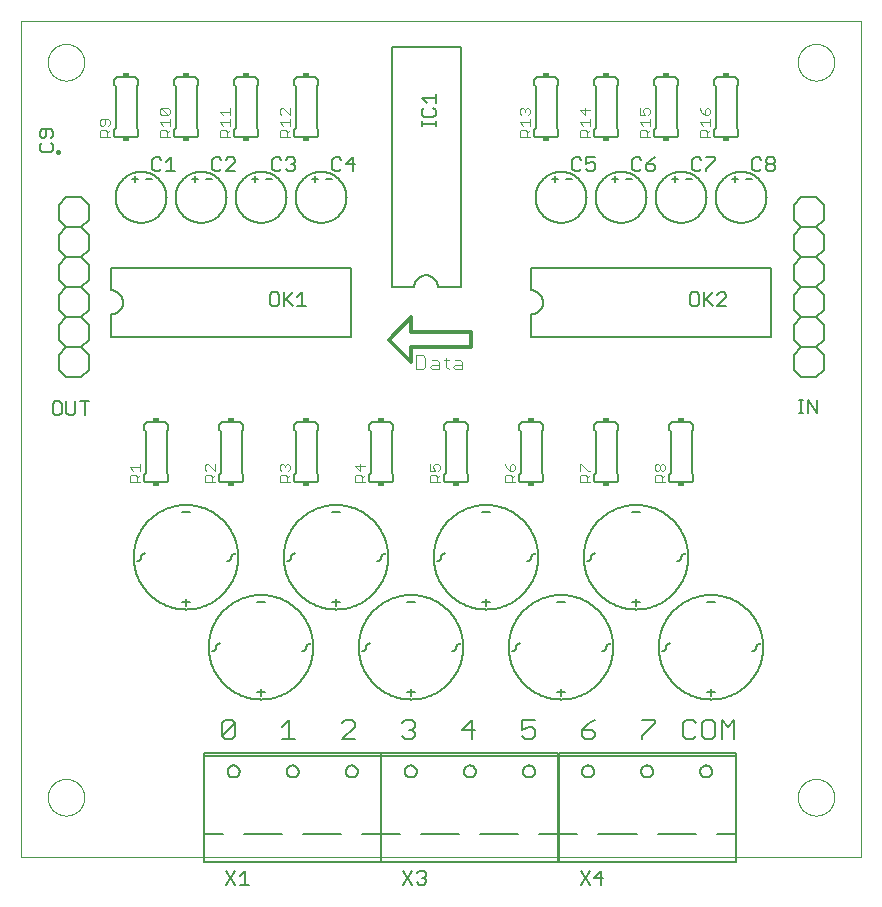
<source format=gto>
G75*
%MOIN*%
%OFA0B0*%
%FSLAX25Y25*%
%IPPOS*%
%LPD*%
%AMOC8*
5,1,8,0,0,1.08239X$1,22.5*
%
%ADD10C,0.00000*%
%ADD11C,0.00600*%
%ADD12C,0.01200*%
%ADD13C,0.00400*%
%ADD14C,0.00500*%
%ADD15R,0.02000X0.01500*%
D10*
X0001600Y0012379D02*
X0001600Y0291080D01*
X0281521Y0291080D01*
X0281521Y0012379D01*
X0001600Y0012379D01*
X0010498Y0032379D02*
X0010500Y0032535D01*
X0010506Y0032691D01*
X0010516Y0032846D01*
X0010530Y0033001D01*
X0010548Y0033156D01*
X0010570Y0033310D01*
X0010595Y0033464D01*
X0010625Y0033617D01*
X0010659Y0033769D01*
X0010696Y0033921D01*
X0010737Y0034071D01*
X0010782Y0034220D01*
X0010831Y0034368D01*
X0010884Y0034515D01*
X0010940Y0034660D01*
X0011000Y0034804D01*
X0011064Y0034946D01*
X0011132Y0035087D01*
X0011203Y0035225D01*
X0011277Y0035362D01*
X0011355Y0035497D01*
X0011436Y0035630D01*
X0011521Y0035761D01*
X0011609Y0035890D01*
X0011700Y0036016D01*
X0011795Y0036140D01*
X0011892Y0036261D01*
X0011993Y0036380D01*
X0012097Y0036497D01*
X0012203Y0036610D01*
X0012313Y0036721D01*
X0012425Y0036829D01*
X0012540Y0036934D01*
X0012658Y0037037D01*
X0012778Y0037136D01*
X0012901Y0037232D01*
X0013026Y0037325D01*
X0013153Y0037414D01*
X0013283Y0037501D01*
X0013415Y0037584D01*
X0013549Y0037663D01*
X0013685Y0037740D01*
X0013823Y0037812D01*
X0013962Y0037882D01*
X0014104Y0037947D01*
X0014247Y0038009D01*
X0014391Y0038067D01*
X0014537Y0038122D01*
X0014685Y0038173D01*
X0014833Y0038220D01*
X0014983Y0038263D01*
X0015134Y0038302D01*
X0015286Y0038338D01*
X0015438Y0038369D01*
X0015592Y0038397D01*
X0015746Y0038421D01*
X0015900Y0038441D01*
X0016055Y0038457D01*
X0016211Y0038469D01*
X0016366Y0038477D01*
X0016522Y0038481D01*
X0016678Y0038481D01*
X0016834Y0038477D01*
X0016989Y0038469D01*
X0017145Y0038457D01*
X0017300Y0038441D01*
X0017454Y0038421D01*
X0017608Y0038397D01*
X0017762Y0038369D01*
X0017914Y0038338D01*
X0018066Y0038302D01*
X0018217Y0038263D01*
X0018367Y0038220D01*
X0018515Y0038173D01*
X0018663Y0038122D01*
X0018809Y0038067D01*
X0018953Y0038009D01*
X0019096Y0037947D01*
X0019238Y0037882D01*
X0019377Y0037812D01*
X0019515Y0037740D01*
X0019651Y0037663D01*
X0019785Y0037584D01*
X0019917Y0037501D01*
X0020047Y0037414D01*
X0020174Y0037325D01*
X0020299Y0037232D01*
X0020422Y0037136D01*
X0020542Y0037037D01*
X0020660Y0036934D01*
X0020775Y0036829D01*
X0020887Y0036721D01*
X0020997Y0036610D01*
X0021103Y0036497D01*
X0021207Y0036380D01*
X0021308Y0036261D01*
X0021405Y0036140D01*
X0021500Y0036016D01*
X0021591Y0035890D01*
X0021679Y0035761D01*
X0021764Y0035630D01*
X0021845Y0035497D01*
X0021923Y0035362D01*
X0021997Y0035225D01*
X0022068Y0035087D01*
X0022136Y0034946D01*
X0022200Y0034804D01*
X0022260Y0034660D01*
X0022316Y0034515D01*
X0022369Y0034368D01*
X0022418Y0034220D01*
X0022463Y0034071D01*
X0022504Y0033921D01*
X0022541Y0033769D01*
X0022575Y0033617D01*
X0022605Y0033464D01*
X0022630Y0033310D01*
X0022652Y0033156D01*
X0022670Y0033001D01*
X0022684Y0032846D01*
X0022694Y0032691D01*
X0022700Y0032535D01*
X0022702Y0032379D01*
X0022700Y0032223D01*
X0022694Y0032067D01*
X0022684Y0031912D01*
X0022670Y0031757D01*
X0022652Y0031602D01*
X0022630Y0031448D01*
X0022605Y0031294D01*
X0022575Y0031141D01*
X0022541Y0030989D01*
X0022504Y0030837D01*
X0022463Y0030687D01*
X0022418Y0030538D01*
X0022369Y0030390D01*
X0022316Y0030243D01*
X0022260Y0030098D01*
X0022200Y0029954D01*
X0022136Y0029812D01*
X0022068Y0029671D01*
X0021997Y0029533D01*
X0021923Y0029396D01*
X0021845Y0029261D01*
X0021764Y0029128D01*
X0021679Y0028997D01*
X0021591Y0028868D01*
X0021500Y0028742D01*
X0021405Y0028618D01*
X0021308Y0028497D01*
X0021207Y0028378D01*
X0021103Y0028261D01*
X0020997Y0028148D01*
X0020887Y0028037D01*
X0020775Y0027929D01*
X0020660Y0027824D01*
X0020542Y0027721D01*
X0020422Y0027622D01*
X0020299Y0027526D01*
X0020174Y0027433D01*
X0020047Y0027344D01*
X0019917Y0027257D01*
X0019785Y0027174D01*
X0019651Y0027095D01*
X0019515Y0027018D01*
X0019377Y0026946D01*
X0019238Y0026876D01*
X0019096Y0026811D01*
X0018953Y0026749D01*
X0018809Y0026691D01*
X0018663Y0026636D01*
X0018515Y0026585D01*
X0018367Y0026538D01*
X0018217Y0026495D01*
X0018066Y0026456D01*
X0017914Y0026420D01*
X0017762Y0026389D01*
X0017608Y0026361D01*
X0017454Y0026337D01*
X0017300Y0026317D01*
X0017145Y0026301D01*
X0016989Y0026289D01*
X0016834Y0026281D01*
X0016678Y0026277D01*
X0016522Y0026277D01*
X0016366Y0026281D01*
X0016211Y0026289D01*
X0016055Y0026301D01*
X0015900Y0026317D01*
X0015746Y0026337D01*
X0015592Y0026361D01*
X0015438Y0026389D01*
X0015286Y0026420D01*
X0015134Y0026456D01*
X0014983Y0026495D01*
X0014833Y0026538D01*
X0014685Y0026585D01*
X0014537Y0026636D01*
X0014391Y0026691D01*
X0014247Y0026749D01*
X0014104Y0026811D01*
X0013962Y0026876D01*
X0013823Y0026946D01*
X0013685Y0027018D01*
X0013549Y0027095D01*
X0013415Y0027174D01*
X0013283Y0027257D01*
X0013153Y0027344D01*
X0013026Y0027433D01*
X0012901Y0027526D01*
X0012778Y0027622D01*
X0012658Y0027721D01*
X0012540Y0027824D01*
X0012425Y0027929D01*
X0012313Y0028037D01*
X0012203Y0028148D01*
X0012097Y0028261D01*
X0011993Y0028378D01*
X0011892Y0028497D01*
X0011795Y0028618D01*
X0011700Y0028742D01*
X0011609Y0028868D01*
X0011521Y0028997D01*
X0011436Y0029128D01*
X0011355Y0029261D01*
X0011277Y0029396D01*
X0011203Y0029533D01*
X0011132Y0029671D01*
X0011064Y0029812D01*
X0011000Y0029954D01*
X0010940Y0030098D01*
X0010884Y0030243D01*
X0010831Y0030390D01*
X0010782Y0030538D01*
X0010737Y0030687D01*
X0010696Y0030837D01*
X0010659Y0030989D01*
X0010625Y0031141D01*
X0010595Y0031294D01*
X0010570Y0031448D01*
X0010548Y0031602D01*
X0010530Y0031757D01*
X0010516Y0031912D01*
X0010506Y0032067D01*
X0010500Y0032223D01*
X0010498Y0032379D01*
X0010498Y0277379D02*
X0010500Y0277535D01*
X0010506Y0277691D01*
X0010516Y0277846D01*
X0010530Y0278001D01*
X0010548Y0278156D01*
X0010570Y0278310D01*
X0010595Y0278464D01*
X0010625Y0278617D01*
X0010659Y0278769D01*
X0010696Y0278921D01*
X0010737Y0279071D01*
X0010782Y0279220D01*
X0010831Y0279368D01*
X0010884Y0279515D01*
X0010940Y0279660D01*
X0011000Y0279804D01*
X0011064Y0279946D01*
X0011132Y0280087D01*
X0011203Y0280225D01*
X0011277Y0280362D01*
X0011355Y0280497D01*
X0011436Y0280630D01*
X0011521Y0280761D01*
X0011609Y0280890D01*
X0011700Y0281016D01*
X0011795Y0281140D01*
X0011892Y0281261D01*
X0011993Y0281380D01*
X0012097Y0281497D01*
X0012203Y0281610D01*
X0012313Y0281721D01*
X0012425Y0281829D01*
X0012540Y0281934D01*
X0012658Y0282037D01*
X0012778Y0282136D01*
X0012901Y0282232D01*
X0013026Y0282325D01*
X0013153Y0282414D01*
X0013283Y0282501D01*
X0013415Y0282584D01*
X0013549Y0282663D01*
X0013685Y0282740D01*
X0013823Y0282812D01*
X0013962Y0282882D01*
X0014104Y0282947D01*
X0014247Y0283009D01*
X0014391Y0283067D01*
X0014537Y0283122D01*
X0014685Y0283173D01*
X0014833Y0283220D01*
X0014983Y0283263D01*
X0015134Y0283302D01*
X0015286Y0283338D01*
X0015438Y0283369D01*
X0015592Y0283397D01*
X0015746Y0283421D01*
X0015900Y0283441D01*
X0016055Y0283457D01*
X0016211Y0283469D01*
X0016366Y0283477D01*
X0016522Y0283481D01*
X0016678Y0283481D01*
X0016834Y0283477D01*
X0016989Y0283469D01*
X0017145Y0283457D01*
X0017300Y0283441D01*
X0017454Y0283421D01*
X0017608Y0283397D01*
X0017762Y0283369D01*
X0017914Y0283338D01*
X0018066Y0283302D01*
X0018217Y0283263D01*
X0018367Y0283220D01*
X0018515Y0283173D01*
X0018663Y0283122D01*
X0018809Y0283067D01*
X0018953Y0283009D01*
X0019096Y0282947D01*
X0019238Y0282882D01*
X0019377Y0282812D01*
X0019515Y0282740D01*
X0019651Y0282663D01*
X0019785Y0282584D01*
X0019917Y0282501D01*
X0020047Y0282414D01*
X0020174Y0282325D01*
X0020299Y0282232D01*
X0020422Y0282136D01*
X0020542Y0282037D01*
X0020660Y0281934D01*
X0020775Y0281829D01*
X0020887Y0281721D01*
X0020997Y0281610D01*
X0021103Y0281497D01*
X0021207Y0281380D01*
X0021308Y0281261D01*
X0021405Y0281140D01*
X0021500Y0281016D01*
X0021591Y0280890D01*
X0021679Y0280761D01*
X0021764Y0280630D01*
X0021845Y0280497D01*
X0021923Y0280362D01*
X0021997Y0280225D01*
X0022068Y0280087D01*
X0022136Y0279946D01*
X0022200Y0279804D01*
X0022260Y0279660D01*
X0022316Y0279515D01*
X0022369Y0279368D01*
X0022418Y0279220D01*
X0022463Y0279071D01*
X0022504Y0278921D01*
X0022541Y0278769D01*
X0022575Y0278617D01*
X0022605Y0278464D01*
X0022630Y0278310D01*
X0022652Y0278156D01*
X0022670Y0278001D01*
X0022684Y0277846D01*
X0022694Y0277691D01*
X0022700Y0277535D01*
X0022702Y0277379D01*
X0022700Y0277223D01*
X0022694Y0277067D01*
X0022684Y0276912D01*
X0022670Y0276757D01*
X0022652Y0276602D01*
X0022630Y0276448D01*
X0022605Y0276294D01*
X0022575Y0276141D01*
X0022541Y0275989D01*
X0022504Y0275837D01*
X0022463Y0275687D01*
X0022418Y0275538D01*
X0022369Y0275390D01*
X0022316Y0275243D01*
X0022260Y0275098D01*
X0022200Y0274954D01*
X0022136Y0274812D01*
X0022068Y0274671D01*
X0021997Y0274533D01*
X0021923Y0274396D01*
X0021845Y0274261D01*
X0021764Y0274128D01*
X0021679Y0273997D01*
X0021591Y0273868D01*
X0021500Y0273742D01*
X0021405Y0273618D01*
X0021308Y0273497D01*
X0021207Y0273378D01*
X0021103Y0273261D01*
X0020997Y0273148D01*
X0020887Y0273037D01*
X0020775Y0272929D01*
X0020660Y0272824D01*
X0020542Y0272721D01*
X0020422Y0272622D01*
X0020299Y0272526D01*
X0020174Y0272433D01*
X0020047Y0272344D01*
X0019917Y0272257D01*
X0019785Y0272174D01*
X0019651Y0272095D01*
X0019515Y0272018D01*
X0019377Y0271946D01*
X0019238Y0271876D01*
X0019096Y0271811D01*
X0018953Y0271749D01*
X0018809Y0271691D01*
X0018663Y0271636D01*
X0018515Y0271585D01*
X0018367Y0271538D01*
X0018217Y0271495D01*
X0018066Y0271456D01*
X0017914Y0271420D01*
X0017762Y0271389D01*
X0017608Y0271361D01*
X0017454Y0271337D01*
X0017300Y0271317D01*
X0017145Y0271301D01*
X0016989Y0271289D01*
X0016834Y0271281D01*
X0016678Y0271277D01*
X0016522Y0271277D01*
X0016366Y0271281D01*
X0016211Y0271289D01*
X0016055Y0271301D01*
X0015900Y0271317D01*
X0015746Y0271337D01*
X0015592Y0271361D01*
X0015438Y0271389D01*
X0015286Y0271420D01*
X0015134Y0271456D01*
X0014983Y0271495D01*
X0014833Y0271538D01*
X0014685Y0271585D01*
X0014537Y0271636D01*
X0014391Y0271691D01*
X0014247Y0271749D01*
X0014104Y0271811D01*
X0013962Y0271876D01*
X0013823Y0271946D01*
X0013685Y0272018D01*
X0013549Y0272095D01*
X0013415Y0272174D01*
X0013283Y0272257D01*
X0013153Y0272344D01*
X0013026Y0272433D01*
X0012901Y0272526D01*
X0012778Y0272622D01*
X0012658Y0272721D01*
X0012540Y0272824D01*
X0012425Y0272929D01*
X0012313Y0273037D01*
X0012203Y0273148D01*
X0012097Y0273261D01*
X0011993Y0273378D01*
X0011892Y0273497D01*
X0011795Y0273618D01*
X0011700Y0273742D01*
X0011609Y0273868D01*
X0011521Y0273997D01*
X0011436Y0274128D01*
X0011355Y0274261D01*
X0011277Y0274396D01*
X0011203Y0274533D01*
X0011132Y0274671D01*
X0011064Y0274812D01*
X0011000Y0274954D01*
X0010940Y0275098D01*
X0010884Y0275243D01*
X0010831Y0275390D01*
X0010782Y0275538D01*
X0010737Y0275687D01*
X0010696Y0275837D01*
X0010659Y0275989D01*
X0010625Y0276141D01*
X0010595Y0276294D01*
X0010570Y0276448D01*
X0010548Y0276602D01*
X0010530Y0276757D01*
X0010516Y0276912D01*
X0010506Y0277067D01*
X0010500Y0277223D01*
X0010498Y0277379D01*
X0260498Y0277379D02*
X0260500Y0277535D01*
X0260506Y0277691D01*
X0260516Y0277846D01*
X0260530Y0278001D01*
X0260548Y0278156D01*
X0260570Y0278310D01*
X0260595Y0278464D01*
X0260625Y0278617D01*
X0260659Y0278769D01*
X0260696Y0278921D01*
X0260737Y0279071D01*
X0260782Y0279220D01*
X0260831Y0279368D01*
X0260884Y0279515D01*
X0260940Y0279660D01*
X0261000Y0279804D01*
X0261064Y0279946D01*
X0261132Y0280087D01*
X0261203Y0280225D01*
X0261277Y0280362D01*
X0261355Y0280497D01*
X0261436Y0280630D01*
X0261521Y0280761D01*
X0261609Y0280890D01*
X0261700Y0281016D01*
X0261795Y0281140D01*
X0261892Y0281261D01*
X0261993Y0281380D01*
X0262097Y0281497D01*
X0262203Y0281610D01*
X0262313Y0281721D01*
X0262425Y0281829D01*
X0262540Y0281934D01*
X0262658Y0282037D01*
X0262778Y0282136D01*
X0262901Y0282232D01*
X0263026Y0282325D01*
X0263153Y0282414D01*
X0263283Y0282501D01*
X0263415Y0282584D01*
X0263549Y0282663D01*
X0263685Y0282740D01*
X0263823Y0282812D01*
X0263962Y0282882D01*
X0264104Y0282947D01*
X0264247Y0283009D01*
X0264391Y0283067D01*
X0264537Y0283122D01*
X0264685Y0283173D01*
X0264833Y0283220D01*
X0264983Y0283263D01*
X0265134Y0283302D01*
X0265286Y0283338D01*
X0265438Y0283369D01*
X0265592Y0283397D01*
X0265746Y0283421D01*
X0265900Y0283441D01*
X0266055Y0283457D01*
X0266211Y0283469D01*
X0266366Y0283477D01*
X0266522Y0283481D01*
X0266678Y0283481D01*
X0266834Y0283477D01*
X0266989Y0283469D01*
X0267145Y0283457D01*
X0267300Y0283441D01*
X0267454Y0283421D01*
X0267608Y0283397D01*
X0267762Y0283369D01*
X0267914Y0283338D01*
X0268066Y0283302D01*
X0268217Y0283263D01*
X0268367Y0283220D01*
X0268515Y0283173D01*
X0268663Y0283122D01*
X0268809Y0283067D01*
X0268953Y0283009D01*
X0269096Y0282947D01*
X0269238Y0282882D01*
X0269377Y0282812D01*
X0269515Y0282740D01*
X0269651Y0282663D01*
X0269785Y0282584D01*
X0269917Y0282501D01*
X0270047Y0282414D01*
X0270174Y0282325D01*
X0270299Y0282232D01*
X0270422Y0282136D01*
X0270542Y0282037D01*
X0270660Y0281934D01*
X0270775Y0281829D01*
X0270887Y0281721D01*
X0270997Y0281610D01*
X0271103Y0281497D01*
X0271207Y0281380D01*
X0271308Y0281261D01*
X0271405Y0281140D01*
X0271500Y0281016D01*
X0271591Y0280890D01*
X0271679Y0280761D01*
X0271764Y0280630D01*
X0271845Y0280497D01*
X0271923Y0280362D01*
X0271997Y0280225D01*
X0272068Y0280087D01*
X0272136Y0279946D01*
X0272200Y0279804D01*
X0272260Y0279660D01*
X0272316Y0279515D01*
X0272369Y0279368D01*
X0272418Y0279220D01*
X0272463Y0279071D01*
X0272504Y0278921D01*
X0272541Y0278769D01*
X0272575Y0278617D01*
X0272605Y0278464D01*
X0272630Y0278310D01*
X0272652Y0278156D01*
X0272670Y0278001D01*
X0272684Y0277846D01*
X0272694Y0277691D01*
X0272700Y0277535D01*
X0272702Y0277379D01*
X0272700Y0277223D01*
X0272694Y0277067D01*
X0272684Y0276912D01*
X0272670Y0276757D01*
X0272652Y0276602D01*
X0272630Y0276448D01*
X0272605Y0276294D01*
X0272575Y0276141D01*
X0272541Y0275989D01*
X0272504Y0275837D01*
X0272463Y0275687D01*
X0272418Y0275538D01*
X0272369Y0275390D01*
X0272316Y0275243D01*
X0272260Y0275098D01*
X0272200Y0274954D01*
X0272136Y0274812D01*
X0272068Y0274671D01*
X0271997Y0274533D01*
X0271923Y0274396D01*
X0271845Y0274261D01*
X0271764Y0274128D01*
X0271679Y0273997D01*
X0271591Y0273868D01*
X0271500Y0273742D01*
X0271405Y0273618D01*
X0271308Y0273497D01*
X0271207Y0273378D01*
X0271103Y0273261D01*
X0270997Y0273148D01*
X0270887Y0273037D01*
X0270775Y0272929D01*
X0270660Y0272824D01*
X0270542Y0272721D01*
X0270422Y0272622D01*
X0270299Y0272526D01*
X0270174Y0272433D01*
X0270047Y0272344D01*
X0269917Y0272257D01*
X0269785Y0272174D01*
X0269651Y0272095D01*
X0269515Y0272018D01*
X0269377Y0271946D01*
X0269238Y0271876D01*
X0269096Y0271811D01*
X0268953Y0271749D01*
X0268809Y0271691D01*
X0268663Y0271636D01*
X0268515Y0271585D01*
X0268367Y0271538D01*
X0268217Y0271495D01*
X0268066Y0271456D01*
X0267914Y0271420D01*
X0267762Y0271389D01*
X0267608Y0271361D01*
X0267454Y0271337D01*
X0267300Y0271317D01*
X0267145Y0271301D01*
X0266989Y0271289D01*
X0266834Y0271281D01*
X0266678Y0271277D01*
X0266522Y0271277D01*
X0266366Y0271281D01*
X0266211Y0271289D01*
X0266055Y0271301D01*
X0265900Y0271317D01*
X0265746Y0271337D01*
X0265592Y0271361D01*
X0265438Y0271389D01*
X0265286Y0271420D01*
X0265134Y0271456D01*
X0264983Y0271495D01*
X0264833Y0271538D01*
X0264685Y0271585D01*
X0264537Y0271636D01*
X0264391Y0271691D01*
X0264247Y0271749D01*
X0264104Y0271811D01*
X0263962Y0271876D01*
X0263823Y0271946D01*
X0263685Y0272018D01*
X0263549Y0272095D01*
X0263415Y0272174D01*
X0263283Y0272257D01*
X0263153Y0272344D01*
X0263026Y0272433D01*
X0262901Y0272526D01*
X0262778Y0272622D01*
X0262658Y0272721D01*
X0262540Y0272824D01*
X0262425Y0272929D01*
X0262313Y0273037D01*
X0262203Y0273148D01*
X0262097Y0273261D01*
X0261993Y0273378D01*
X0261892Y0273497D01*
X0261795Y0273618D01*
X0261700Y0273742D01*
X0261609Y0273868D01*
X0261521Y0273997D01*
X0261436Y0274128D01*
X0261355Y0274261D01*
X0261277Y0274396D01*
X0261203Y0274533D01*
X0261132Y0274671D01*
X0261064Y0274812D01*
X0261000Y0274954D01*
X0260940Y0275098D01*
X0260884Y0275243D01*
X0260831Y0275390D01*
X0260782Y0275538D01*
X0260737Y0275687D01*
X0260696Y0275837D01*
X0260659Y0275989D01*
X0260625Y0276141D01*
X0260595Y0276294D01*
X0260570Y0276448D01*
X0260548Y0276602D01*
X0260530Y0276757D01*
X0260516Y0276912D01*
X0260506Y0277067D01*
X0260500Y0277223D01*
X0260498Y0277379D01*
X0260498Y0032379D02*
X0260500Y0032535D01*
X0260506Y0032691D01*
X0260516Y0032846D01*
X0260530Y0033001D01*
X0260548Y0033156D01*
X0260570Y0033310D01*
X0260595Y0033464D01*
X0260625Y0033617D01*
X0260659Y0033769D01*
X0260696Y0033921D01*
X0260737Y0034071D01*
X0260782Y0034220D01*
X0260831Y0034368D01*
X0260884Y0034515D01*
X0260940Y0034660D01*
X0261000Y0034804D01*
X0261064Y0034946D01*
X0261132Y0035087D01*
X0261203Y0035225D01*
X0261277Y0035362D01*
X0261355Y0035497D01*
X0261436Y0035630D01*
X0261521Y0035761D01*
X0261609Y0035890D01*
X0261700Y0036016D01*
X0261795Y0036140D01*
X0261892Y0036261D01*
X0261993Y0036380D01*
X0262097Y0036497D01*
X0262203Y0036610D01*
X0262313Y0036721D01*
X0262425Y0036829D01*
X0262540Y0036934D01*
X0262658Y0037037D01*
X0262778Y0037136D01*
X0262901Y0037232D01*
X0263026Y0037325D01*
X0263153Y0037414D01*
X0263283Y0037501D01*
X0263415Y0037584D01*
X0263549Y0037663D01*
X0263685Y0037740D01*
X0263823Y0037812D01*
X0263962Y0037882D01*
X0264104Y0037947D01*
X0264247Y0038009D01*
X0264391Y0038067D01*
X0264537Y0038122D01*
X0264685Y0038173D01*
X0264833Y0038220D01*
X0264983Y0038263D01*
X0265134Y0038302D01*
X0265286Y0038338D01*
X0265438Y0038369D01*
X0265592Y0038397D01*
X0265746Y0038421D01*
X0265900Y0038441D01*
X0266055Y0038457D01*
X0266211Y0038469D01*
X0266366Y0038477D01*
X0266522Y0038481D01*
X0266678Y0038481D01*
X0266834Y0038477D01*
X0266989Y0038469D01*
X0267145Y0038457D01*
X0267300Y0038441D01*
X0267454Y0038421D01*
X0267608Y0038397D01*
X0267762Y0038369D01*
X0267914Y0038338D01*
X0268066Y0038302D01*
X0268217Y0038263D01*
X0268367Y0038220D01*
X0268515Y0038173D01*
X0268663Y0038122D01*
X0268809Y0038067D01*
X0268953Y0038009D01*
X0269096Y0037947D01*
X0269238Y0037882D01*
X0269377Y0037812D01*
X0269515Y0037740D01*
X0269651Y0037663D01*
X0269785Y0037584D01*
X0269917Y0037501D01*
X0270047Y0037414D01*
X0270174Y0037325D01*
X0270299Y0037232D01*
X0270422Y0037136D01*
X0270542Y0037037D01*
X0270660Y0036934D01*
X0270775Y0036829D01*
X0270887Y0036721D01*
X0270997Y0036610D01*
X0271103Y0036497D01*
X0271207Y0036380D01*
X0271308Y0036261D01*
X0271405Y0036140D01*
X0271500Y0036016D01*
X0271591Y0035890D01*
X0271679Y0035761D01*
X0271764Y0035630D01*
X0271845Y0035497D01*
X0271923Y0035362D01*
X0271997Y0035225D01*
X0272068Y0035087D01*
X0272136Y0034946D01*
X0272200Y0034804D01*
X0272260Y0034660D01*
X0272316Y0034515D01*
X0272369Y0034368D01*
X0272418Y0034220D01*
X0272463Y0034071D01*
X0272504Y0033921D01*
X0272541Y0033769D01*
X0272575Y0033617D01*
X0272605Y0033464D01*
X0272630Y0033310D01*
X0272652Y0033156D01*
X0272670Y0033001D01*
X0272684Y0032846D01*
X0272694Y0032691D01*
X0272700Y0032535D01*
X0272702Y0032379D01*
X0272700Y0032223D01*
X0272694Y0032067D01*
X0272684Y0031912D01*
X0272670Y0031757D01*
X0272652Y0031602D01*
X0272630Y0031448D01*
X0272605Y0031294D01*
X0272575Y0031141D01*
X0272541Y0030989D01*
X0272504Y0030837D01*
X0272463Y0030687D01*
X0272418Y0030538D01*
X0272369Y0030390D01*
X0272316Y0030243D01*
X0272260Y0030098D01*
X0272200Y0029954D01*
X0272136Y0029812D01*
X0272068Y0029671D01*
X0271997Y0029533D01*
X0271923Y0029396D01*
X0271845Y0029261D01*
X0271764Y0029128D01*
X0271679Y0028997D01*
X0271591Y0028868D01*
X0271500Y0028742D01*
X0271405Y0028618D01*
X0271308Y0028497D01*
X0271207Y0028378D01*
X0271103Y0028261D01*
X0270997Y0028148D01*
X0270887Y0028037D01*
X0270775Y0027929D01*
X0270660Y0027824D01*
X0270542Y0027721D01*
X0270422Y0027622D01*
X0270299Y0027526D01*
X0270174Y0027433D01*
X0270047Y0027344D01*
X0269917Y0027257D01*
X0269785Y0027174D01*
X0269651Y0027095D01*
X0269515Y0027018D01*
X0269377Y0026946D01*
X0269238Y0026876D01*
X0269096Y0026811D01*
X0268953Y0026749D01*
X0268809Y0026691D01*
X0268663Y0026636D01*
X0268515Y0026585D01*
X0268367Y0026538D01*
X0268217Y0026495D01*
X0268066Y0026456D01*
X0267914Y0026420D01*
X0267762Y0026389D01*
X0267608Y0026361D01*
X0267454Y0026337D01*
X0267300Y0026317D01*
X0267145Y0026301D01*
X0266989Y0026289D01*
X0266834Y0026281D01*
X0266678Y0026277D01*
X0266522Y0026277D01*
X0266366Y0026281D01*
X0266211Y0026289D01*
X0266055Y0026301D01*
X0265900Y0026317D01*
X0265746Y0026337D01*
X0265592Y0026361D01*
X0265438Y0026389D01*
X0265286Y0026420D01*
X0265134Y0026456D01*
X0264983Y0026495D01*
X0264833Y0026538D01*
X0264685Y0026585D01*
X0264537Y0026636D01*
X0264391Y0026691D01*
X0264247Y0026749D01*
X0264104Y0026811D01*
X0263962Y0026876D01*
X0263823Y0026946D01*
X0263685Y0027018D01*
X0263549Y0027095D01*
X0263415Y0027174D01*
X0263283Y0027257D01*
X0263153Y0027344D01*
X0263026Y0027433D01*
X0262901Y0027526D01*
X0262778Y0027622D01*
X0262658Y0027721D01*
X0262540Y0027824D01*
X0262425Y0027929D01*
X0262313Y0028037D01*
X0262203Y0028148D01*
X0262097Y0028261D01*
X0261993Y0028378D01*
X0261892Y0028497D01*
X0261795Y0028618D01*
X0261700Y0028742D01*
X0261609Y0028868D01*
X0261521Y0028997D01*
X0261436Y0029128D01*
X0261355Y0029261D01*
X0261277Y0029396D01*
X0261203Y0029533D01*
X0261132Y0029671D01*
X0261064Y0029812D01*
X0261000Y0029954D01*
X0260940Y0030098D01*
X0260884Y0030243D01*
X0260831Y0030390D01*
X0260782Y0030538D01*
X0260737Y0030687D01*
X0260696Y0030837D01*
X0260659Y0030989D01*
X0260625Y0031141D01*
X0260595Y0031294D01*
X0260570Y0031448D01*
X0260548Y0031602D01*
X0260530Y0031757D01*
X0260516Y0031912D01*
X0260506Y0032067D01*
X0260500Y0032223D01*
X0260498Y0032379D01*
D11*
X0239777Y0020202D02*
X0239777Y0046202D01*
X0180777Y0046202D01*
X0180777Y0047001D01*
X0239777Y0047001D01*
X0239777Y0046202D01*
X0239393Y0051679D02*
X0239393Y0058084D01*
X0237258Y0055949D01*
X0235123Y0058084D01*
X0235123Y0051679D01*
X0232948Y0052746D02*
X0232948Y0057017D01*
X0231880Y0058084D01*
X0229745Y0058084D01*
X0228677Y0057017D01*
X0228677Y0052746D01*
X0229745Y0051679D01*
X0231880Y0051679D01*
X0232948Y0052746D01*
X0226502Y0052746D02*
X0225434Y0051679D01*
X0223299Y0051679D01*
X0222232Y0052746D01*
X0222232Y0057017D01*
X0223299Y0058084D01*
X0225434Y0058084D01*
X0226502Y0057017D01*
X0212948Y0057017D02*
X0208677Y0052746D01*
X0208677Y0051679D01*
X0208677Y0058084D02*
X0212948Y0058084D01*
X0212948Y0057017D01*
X0208276Y0041000D02*
X0208278Y0041089D01*
X0208284Y0041178D01*
X0208294Y0041267D01*
X0208308Y0041355D01*
X0208325Y0041442D01*
X0208347Y0041528D01*
X0208373Y0041614D01*
X0208402Y0041698D01*
X0208435Y0041781D01*
X0208471Y0041862D01*
X0208512Y0041942D01*
X0208555Y0042019D01*
X0208602Y0042095D01*
X0208653Y0042168D01*
X0208706Y0042239D01*
X0208763Y0042308D01*
X0208823Y0042374D01*
X0208886Y0042438D01*
X0208951Y0042498D01*
X0209019Y0042556D01*
X0209090Y0042610D01*
X0209163Y0042661D01*
X0209238Y0042709D01*
X0209315Y0042754D01*
X0209394Y0042795D01*
X0209475Y0042832D01*
X0209557Y0042866D01*
X0209641Y0042897D01*
X0209726Y0042923D01*
X0209812Y0042946D01*
X0209899Y0042964D01*
X0209987Y0042979D01*
X0210076Y0042990D01*
X0210165Y0042997D01*
X0210254Y0043000D01*
X0210343Y0042999D01*
X0210432Y0042994D01*
X0210520Y0042985D01*
X0210609Y0042972D01*
X0210696Y0042955D01*
X0210783Y0042935D01*
X0210869Y0042910D01*
X0210953Y0042882D01*
X0211036Y0042850D01*
X0211118Y0042814D01*
X0211198Y0042775D01*
X0211276Y0042732D01*
X0211352Y0042686D01*
X0211426Y0042636D01*
X0211498Y0042583D01*
X0211567Y0042527D01*
X0211634Y0042468D01*
X0211698Y0042406D01*
X0211759Y0042342D01*
X0211818Y0042274D01*
X0211873Y0042204D01*
X0211925Y0042132D01*
X0211974Y0042057D01*
X0212019Y0041981D01*
X0212061Y0041902D01*
X0212099Y0041822D01*
X0212134Y0041740D01*
X0212165Y0041656D01*
X0212193Y0041571D01*
X0212216Y0041485D01*
X0212236Y0041398D01*
X0212252Y0041311D01*
X0212264Y0041222D01*
X0212272Y0041134D01*
X0212276Y0041045D01*
X0212276Y0040955D01*
X0212272Y0040866D01*
X0212264Y0040778D01*
X0212252Y0040689D01*
X0212236Y0040602D01*
X0212216Y0040515D01*
X0212193Y0040429D01*
X0212165Y0040344D01*
X0212134Y0040260D01*
X0212099Y0040178D01*
X0212061Y0040098D01*
X0212019Y0040019D01*
X0211974Y0039943D01*
X0211925Y0039868D01*
X0211873Y0039796D01*
X0211818Y0039726D01*
X0211759Y0039658D01*
X0211698Y0039594D01*
X0211634Y0039532D01*
X0211567Y0039473D01*
X0211498Y0039417D01*
X0211426Y0039364D01*
X0211352Y0039314D01*
X0211276Y0039268D01*
X0211198Y0039225D01*
X0211118Y0039186D01*
X0211036Y0039150D01*
X0210953Y0039118D01*
X0210869Y0039090D01*
X0210783Y0039065D01*
X0210696Y0039045D01*
X0210609Y0039028D01*
X0210520Y0039015D01*
X0210432Y0039006D01*
X0210343Y0039001D01*
X0210254Y0039000D01*
X0210165Y0039003D01*
X0210076Y0039010D01*
X0209987Y0039021D01*
X0209899Y0039036D01*
X0209812Y0039054D01*
X0209726Y0039077D01*
X0209641Y0039103D01*
X0209557Y0039134D01*
X0209475Y0039168D01*
X0209394Y0039205D01*
X0209315Y0039246D01*
X0209238Y0039291D01*
X0209163Y0039339D01*
X0209090Y0039390D01*
X0209019Y0039444D01*
X0208951Y0039502D01*
X0208886Y0039562D01*
X0208823Y0039626D01*
X0208763Y0039692D01*
X0208706Y0039761D01*
X0208653Y0039832D01*
X0208602Y0039905D01*
X0208555Y0039981D01*
X0208512Y0040058D01*
X0208471Y0040138D01*
X0208435Y0040219D01*
X0208402Y0040302D01*
X0208373Y0040386D01*
X0208347Y0040472D01*
X0208325Y0040558D01*
X0208308Y0040645D01*
X0208294Y0040733D01*
X0208284Y0040822D01*
X0208278Y0040911D01*
X0208276Y0041000D01*
X0192948Y0052746D02*
X0192948Y0053814D01*
X0191880Y0054881D01*
X0188677Y0054881D01*
X0188677Y0052746D01*
X0189745Y0051679D01*
X0191880Y0051679D01*
X0192948Y0052746D01*
X0188677Y0054881D02*
X0190812Y0057017D01*
X0192948Y0058084D01*
X0180722Y0047001D02*
X0121722Y0047001D01*
X0121722Y0046202D01*
X0180722Y0046202D01*
X0180722Y0020202D01*
X0180722Y0010800D01*
X0121722Y0010800D01*
X0121722Y0020202D01*
X0121722Y0046202D01*
X0121667Y0046202D02*
X0121667Y0020202D01*
X0121667Y0010800D01*
X0062667Y0010800D01*
X0062667Y0020202D01*
X0062667Y0046202D01*
X0062667Y0047001D01*
X0121667Y0047001D01*
X0121667Y0046202D01*
X0062667Y0046202D01*
X0068677Y0052746D02*
X0072948Y0057017D01*
X0072948Y0052746D01*
X0071880Y0051679D01*
X0069745Y0051679D01*
X0068677Y0052746D01*
X0068677Y0057017D01*
X0069745Y0058084D01*
X0071880Y0058084D01*
X0072948Y0057017D01*
X0088677Y0055949D02*
X0090812Y0058084D01*
X0090812Y0051679D01*
X0088677Y0051679D02*
X0092948Y0051679D01*
X0090166Y0041000D02*
X0090168Y0041089D01*
X0090174Y0041178D01*
X0090184Y0041267D01*
X0090198Y0041355D01*
X0090215Y0041442D01*
X0090237Y0041528D01*
X0090263Y0041614D01*
X0090292Y0041698D01*
X0090325Y0041781D01*
X0090361Y0041862D01*
X0090402Y0041942D01*
X0090445Y0042019D01*
X0090492Y0042095D01*
X0090543Y0042168D01*
X0090596Y0042239D01*
X0090653Y0042308D01*
X0090713Y0042374D01*
X0090776Y0042438D01*
X0090841Y0042498D01*
X0090909Y0042556D01*
X0090980Y0042610D01*
X0091053Y0042661D01*
X0091128Y0042709D01*
X0091205Y0042754D01*
X0091284Y0042795D01*
X0091365Y0042832D01*
X0091447Y0042866D01*
X0091531Y0042897D01*
X0091616Y0042923D01*
X0091702Y0042946D01*
X0091789Y0042964D01*
X0091877Y0042979D01*
X0091966Y0042990D01*
X0092055Y0042997D01*
X0092144Y0043000D01*
X0092233Y0042999D01*
X0092322Y0042994D01*
X0092410Y0042985D01*
X0092499Y0042972D01*
X0092586Y0042955D01*
X0092673Y0042935D01*
X0092759Y0042910D01*
X0092843Y0042882D01*
X0092926Y0042850D01*
X0093008Y0042814D01*
X0093088Y0042775D01*
X0093166Y0042732D01*
X0093242Y0042686D01*
X0093316Y0042636D01*
X0093388Y0042583D01*
X0093457Y0042527D01*
X0093524Y0042468D01*
X0093588Y0042406D01*
X0093649Y0042342D01*
X0093708Y0042274D01*
X0093763Y0042204D01*
X0093815Y0042132D01*
X0093864Y0042057D01*
X0093909Y0041981D01*
X0093951Y0041902D01*
X0093989Y0041822D01*
X0094024Y0041740D01*
X0094055Y0041656D01*
X0094083Y0041571D01*
X0094106Y0041485D01*
X0094126Y0041398D01*
X0094142Y0041311D01*
X0094154Y0041222D01*
X0094162Y0041134D01*
X0094166Y0041045D01*
X0094166Y0040955D01*
X0094162Y0040866D01*
X0094154Y0040778D01*
X0094142Y0040689D01*
X0094126Y0040602D01*
X0094106Y0040515D01*
X0094083Y0040429D01*
X0094055Y0040344D01*
X0094024Y0040260D01*
X0093989Y0040178D01*
X0093951Y0040098D01*
X0093909Y0040019D01*
X0093864Y0039943D01*
X0093815Y0039868D01*
X0093763Y0039796D01*
X0093708Y0039726D01*
X0093649Y0039658D01*
X0093588Y0039594D01*
X0093524Y0039532D01*
X0093457Y0039473D01*
X0093388Y0039417D01*
X0093316Y0039364D01*
X0093242Y0039314D01*
X0093166Y0039268D01*
X0093088Y0039225D01*
X0093008Y0039186D01*
X0092926Y0039150D01*
X0092843Y0039118D01*
X0092759Y0039090D01*
X0092673Y0039065D01*
X0092586Y0039045D01*
X0092499Y0039028D01*
X0092410Y0039015D01*
X0092322Y0039006D01*
X0092233Y0039001D01*
X0092144Y0039000D01*
X0092055Y0039003D01*
X0091966Y0039010D01*
X0091877Y0039021D01*
X0091789Y0039036D01*
X0091702Y0039054D01*
X0091616Y0039077D01*
X0091531Y0039103D01*
X0091447Y0039134D01*
X0091365Y0039168D01*
X0091284Y0039205D01*
X0091205Y0039246D01*
X0091128Y0039291D01*
X0091053Y0039339D01*
X0090980Y0039390D01*
X0090909Y0039444D01*
X0090841Y0039502D01*
X0090776Y0039562D01*
X0090713Y0039626D01*
X0090653Y0039692D01*
X0090596Y0039761D01*
X0090543Y0039832D01*
X0090492Y0039905D01*
X0090445Y0039981D01*
X0090402Y0040058D01*
X0090361Y0040138D01*
X0090325Y0040219D01*
X0090292Y0040302D01*
X0090263Y0040386D01*
X0090237Y0040472D01*
X0090215Y0040558D01*
X0090198Y0040645D01*
X0090184Y0040733D01*
X0090174Y0040822D01*
X0090168Y0040911D01*
X0090166Y0041000D01*
X0070466Y0041000D02*
X0070468Y0041089D01*
X0070474Y0041178D01*
X0070484Y0041267D01*
X0070498Y0041355D01*
X0070515Y0041442D01*
X0070537Y0041528D01*
X0070563Y0041614D01*
X0070592Y0041698D01*
X0070625Y0041781D01*
X0070661Y0041862D01*
X0070702Y0041942D01*
X0070745Y0042019D01*
X0070792Y0042095D01*
X0070843Y0042168D01*
X0070896Y0042239D01*
X0070953Y0042308D01*
X0071013Y0042374D01*
X0071076Y0042438D01*
X0071141Y0042498D01*
X0071209Y0042556D01*
X0071280Y0042610D01*
X0071353Y0042661D01*
X0071428Y0042709D01*
X0071505Y0042754D01*
X0071584Y0042795D01*
X0071665Y0042832D01*
X0071747Y0042866D01*
X0071831Y0042897D01*
X0071916Y0042923D01*
X0072002Y0042946D01*
X0072089Y0042964D01*
X0072177Y0042979D01*
X0072266Y0042990D01*
X0072355Y0042997D01*
X0072444Y0043000D01*
X0072533Y0042999D01*
X0072622Y0042994D01*
X0072710Y0042985D01*
X0072799Y0042972D01*
X0072886Y0042955D01*
X0072973Y0042935D01*
X0073059Y0042910D01*
X0073143Y0042882D01*
X0073226Y0042850D01*
X0073308Y0042814D01*
X0073388Y0042775D01*
X0073466Y0042732D01*
X0073542Y0042686D01*
X0073616Y0042636D01*
X0073688Y0042583D01*
X0073757Y0042527D01*
X0073824Y0042468D01*
X0073888Y0042406D01*
X0073949Y0042342D01*
X0074008Y0042274D01*
X0074063Y0042204D01*
X0074115Y0042132D01*
X0074164Y0042057D01*
X0074209Y0041981D01*
X0074251Y0041902D01*
X0074289Y0041822D01*
X0074324Y0041740D01*
X0074355Y0041656D01*
X0074383Y0041571D01*
X0074406Y0041485D01*
X0074426Y0041398D01*
X0074442Y0041311D01*
X0074454Y0041222D01*
X0074462Y0041134D01*
X0074466Y0041045D01*
X0074466Y0040955D01*
X0074462Y0040866D01*
X0074454Y0040778D01*
X0074442Y0040689D01*
X0074426Y0040602D01*
X0074406Y0040515D01*
X0074383Y0040429D01*
X0074355Y0040344D01*
X0074324Y0040260D01*
X0074289Y0040178D01*
X0074251Y0040098D01*
X0074209Y0040019D01*
X0074164Y0039943D01*
X0074115Y0039868D01*
X0074063Y0039796D01*
X0074008Y0039726D01*
X0073949Y0039658D01*
X0073888Y0039594D01*
X0073824Y0039532D01*
X0073757Y0039473D01*
X0073688Y0039417D01*
X0073616Y0039364D01*
X0073542Y0039314D01*
X0073466Y0039268D01*
X0073388Y0039225D01*
X0073308Y0039186D01*
X0073226Y0039150D01*
X0073143Y0039118D01*
X0073059Y0039090D01*
X0072973Y0039065D01*
X0072886Y0039045D01*
X0072799Y0039028D01*
X0072710Y0039015D01*
X0072622Y0039006D01*
X0072533Y0039001D01*
X0072444Y0039000D01*
X0072355Y0039003D01*
X0072266Y0039010D01*
X0072177Y0039021D01*
X0072089Y0039036D01*
X0072002Y0039054D01*
X0071916Y0039077D01*
X0071831Y0039103D01*
X0071747Y0039134D01*
X0071665Y0039168D01*
X0071584Y0039205D01*
X0071505Y0039246D01*
X0071428Y0039291D01*
X0071353Y0039339D01*
X0071280Y0039390D01*
X0071209Y0039444D01*
X0071141Y0039502D01*
X0071076Y0039562D01*
X0071013Y0039626D01*
X0070953Y0039692D01*
X0070896Y0039761D01*
X0070843Y0039832D01*
X0070792Y0039905D01*
X0070745Y0039981D01*
X0070702Y0040058D01*
X0070661Y0040138D01*
X0070625Y0040219D01*
X0070592Y0040302D01*
X0070563Y0040386D01*
X0070537Y0040472D01*
X0070515Y0040558D01*
X0070498Y0040645D01*
X0070484Y0040733D01*
X0070474Y0040822D01*
X0070468Y0040911D01*
X0070466Y0041000D01*
X0068966Y0020202D02*
X0062667Y0020202D01*
X0075966Y0020202D02*
X0088667Y0020202D01*
X0095667Y0020202D02*
X0108368Y0020202D01*
X0115368Y0020202D02*
X0121667Y0020202D01*
X0121722Y0020202D02*
X0128021Y0020202D01*
X0135021Y0020202D02*
X0147722Y0020202D01*
X0154722Y0020202D02*
X0167423Y0020202D01*
X0174423Y0020202D02*
X0180722Y0020202D01*
X0180777Y0020202D02*
X0180777Y0046202D01*
X0180722Y0046202D02*
X0180722Y0047001D01*
X0172948Y0052746D02*
X0171880Y0051679D01*
X0169745Y0051679D01*
X0168677Y0052746D01*
X0168677Y0054881D02*
X0170812Y0055949D01*
X0171880Y0055949D01*
X0172948Y0054881D01*
X0172948Y0052746D01*
X0168677Y0054881D02*
X0168677Y0058084D01*
X0172948Y0058084D01*
X0168921Y0041000D02*
X0168923Y0041089D01*
X0168929Y0041178D01*
X0168939Y0041267D01*
X0168953Y0041355D01*
X0168970Y0041442D01*
X0168992Y0041528D01*
X0169018Y0041614D01*
X0169047Y0041698D01*
X0169080Y0041781D01*
X0169116Y0041862D01*
X0169157Y0041942D01*
X0169200Y0042019D01*
X0169247Y0042095D01*
X0169298Y0042168D01*
X0169351Y0042239D01*
X0169408Y0042308D01*
X0169468Y0042374D01*
X0169531Y0042438D01*
X0169596Y0042498D01*
X0169664Y0042556D01*
X0169735Y0042610D01*
X0169808Y0042661D01*
X0169883Y0042709D01*
X0169960Y0042754D01*
X0170039Y0042795D01*
X0170120Y0042832D01*
X0170202Y0042866D01*
X0170286Y0042897D01*
X0170371Y0042923D01*
X0170457Y0042946D01*
X0170544Y0042964D01*
X0170632Y0042979D01*
X0170721Y0042990D01*
X0170810Y0042997D01*
X0170899Y0043000D01*
X0170988Y0042999D01*
X0171077Y0042994D01*
X0171165Y0042985D01*
X0171254Y0042972D01*
X0171341Y0042955D01*
X0171428Y0042935D01*
X0171514Y0042910D01*
X0171598Y0042882D01*
X0171681Y0042850D01*
X0171763Y0042814D01*
X0171843Y0042775D01*
X0171921Y0042732D01*
X0171997Y0042686D01*
X0172071Y0042636D01*
X0172143Y0042583D01*
X0172212Y0042527D01*
X0172279Y0042468D01*
X0172343Y0042406D01*
X0172404Y0042342D01*
X0172463Y0042274D01*
X0172518Y0042204D01*
X0172570Y0042132D01*
X0172619Y0042057D01*
X0172664Y0041981D01*
X0172706Y0041902D01*
X0172744Y0041822D01*
X0172779Y0041740D01*
X0172810Y0041656D01*
X0172838Y0041571D01*
X0172861Y0041485D01*
X0172881Y0041398D01*
X0172897Y0041311D01*
X0172909Y0041222D01*
X0172917Y0041134D01*
X0172921Y0041045D01*
X0172921Y0040955D01*
X0172917Y0040866D01*
X0172909Y0040778D01*
X0172897Y0040689D01*
X0172881Y0040602D01*
X0172861Y0040515D01*
X0172838Y0040429D01*
X0172810Y0040344D01*
X0172779Y0040260D01*
X0172744Y0040178D01*
X0172706Y0040098D01*
X0172664Y0040019D01*
X0172619Y0039943D01*
X0172570Y0039868D01*
X0172518Y0039796D01*
X0172463Y0039726D01*
X0172404Y0039658D01*
X0172343Y0039594D01*
X0172279Y0039532D01*
X0172212Y0039473D01*
X0172143Y0039417D01*
X0172071Y0039364D01*
X0171997Y0039314D01*
X0171921Y0039268D01*
X0171843Y0039225D01*
X0171763Y0039186D01*
X0171681Y0039150D01*
X0171598Y0039118D01*
X0171514Y0039090D01*
X0171428Y0039065D01*
X0171341Y0039045D01*
X0171254Y0039028D01*
X0171165Y0039015D01*
X0171077Y0039006D01*
X0170988Y0039001D01*
X0170899Y0039000D01*
X0170810Y0039003D01*
X0170721Y0039010D01*
X0170632Y0039021D01*
X0170544Y0039036D01*
X0170457Y0039054D01*
X0170371Y0039077D01*
X0170286Y0039103D01*
X0170202Y0039134D01*
X0170120Y0039168D01*
X0170039Y0039205D01*
X0169960Y0039246D01*
X0169883Y0039291D01*
X0169808Y0039339D01*
X0169735Y0039390D01*
X0169664Y0039444D01*
X0169596Y0039502D01*
X0169531Y0039562D01*
X0169468Y0039626D01*
X0169408Y0039692D01*
X0169351Y0039761D01*
X0169298Y0039832D01*
X0169247Y0039905D01*
X0169200Y0039981D01*
X0169157Y0040058D01*
X0169116Y0040138D01*
X0169080Y0040219D01*
X0169047Y0040302D01*
X0169018Y0040386D01*
X0168992Y0040472D01*
X0168970Y0040558D01*
X0168953Y0040645D01*
X0168939Y0040733D01*
X0168929Y0040822D01*
X0168923Y0040911D01*
X0168921Y0041000D01*
X0152948Y0054881D02*
X0148677Y0054881D01*
X0151880Y0058084D01*
X0151880Y0051679D01*
X0149221Y0041000D02*
X0149223Y0041089D01*
X0149229Y0041178D01*
X0149239Y0041267D01*
X0149253Y0041355D01*
X0149270Y0041442D01*
X0149292Y0041528D01*
X0149318Y0041614D01*
X0149347Y0041698D01*
X0149380Y0041781D01*
X0149416Y0041862D01*
X0149457Y0041942D01*
X0149500Y0042019D01*
X0149547Y0042095D01*
X0149598Y0042168D01*
X0149651Y0042239D01*
X0149708Y0042308D01*
X0149768Y0042374D01*
X0149831Y0042438D01*
X0149896Y0042498D01*
X0149964Y0042556D01*
X0150035Y0042610D01*
X0150108Y0042661D01*
X0150183Y0042709D01*
X0150260Y0042754D01*
X0150339Y0042795D01*
X0150420Y0042832D01*
X0150502Y0042866D01*
X0150586Y0042897D01*
X0150671Y0042923D01*
X0150757Y0042946D01*
X0150844Y0042964D01*
X0150932Y0042979D01*
X0151021Y0042990D01*
X0151110Y0042997D01*
X0151199Y0043000D01*
X0151288Y0042999D01*
X0151377Y0042994D01*
X0151465Y0042985D01*
X0151554Y0042972D01*
X0151641Y0042955D01*
X0151728Y0042935D01*
X0151814Y0042910D01*
X0151898Y0042882D01*
X0151981Y0042850D01*
X0152063Y0042814D01*
X0152143Y0042775D01*
X0152221Y0042732D01*
X0152297Y0042686D01*
X0152371Y0042636D01*
X0152443Y0042583D01*
X0152512Y0042527D01*
X0152579Y0042468D01*
X0152643Y0042406D01*
X0152704Y0042342D01*
X0152763Y0042274D01*
X0152818Y0042204D01*
X0152870Y0042132D01*
X0152919Y0042057D01*
X0152964Y0041981D01*
X0153006Y0041902D01*
X0153044Y0041822D01*
X0153079Y0041740D01*
X0153110Y0041656D01*
X0153138Y0041571D01*
X0153161Y0041485D01*
X0153181Y0041398D01*
X0153197Y0041311D01*
X0153209Y0041222D01*
X0153217Y0041134D01*
X0153221Y0041045D01*
X0153221Y0040955D01*
X0153217Y0040866D01*
X0153209Y0040778D01*
X0153197Y0040689D01*
X0153181Y0040602D01*
X0153161Y0040515D01*
X0153138Y0040429D01*
X0153110Y0040344D01*
X0153079Y0040260D01*
X0153044Y0040178D01*
X0153006Y0040098D01*
X0152964Y0040019D01*
X0152919Y0039943D01*
X0152870Y0039868D01*
X0152818Y0039796D01*
X0152763Y0039726D01*
X0152704Y0039658D01*
X0152643Y0039594D01*
X0152579Y0039532D01*
X0152512Y0039473D01*
X0152443Y0039417D01*
X0152371Y0039364D01*
X0152297Y0039314D01*
X0152221Y0039268D01*
X0152143Y0039225D01*
X0152063Y0039186D01*
X0151981Y0039150D01*
X0151898Y0039118D01*
X0151814Y0039090D01*
X0151728Y0039065D01*
X0151641Y0039045D01*
X0151554Y0039028D01*
X0151465Y0039015D01*
X0151377Y0039006D01*
X0151288Y0039001D01*
X0151199Y0039000D01*
X0151110Y0039003D01*
X0151021Y0039010D01*
X0150932Y0039021D01*
X0150844Y0039036D01*
X0150757Y0039054D01*
X0150671Y0039077D01*
X0150586Y0039103D01*
X0150502Y0039134D01*
X0150420Y0039168D01*
X0150339Y0039205D01*
X0150260Y0039246D01*
X0150183Y0039291D01*
X0150108Y0039339D01*
X0150035Y0039390D01*
X0149964Y0039444D01*
X0149896Y0039502D01*
X0149831Y0039562D01*
X0149768Y0039626D01*
X0149708Y0039692D01*
X0149651Y0039761D01*
X0149598Y0039832D01*
X0149547Y0039905D01*
X0149500Y0039981D01*
X0149457Y0040058D01*
X0149416Y0040138D01*
X0149380Y0040219D01*
X0149347Y0040302D01*
X0149318Y0040386D01*
X0149292Y0040472D01*
X0149270Y0040558D01*
X0149253Y0040645D01*
X0149239Y0040733D01*
X0149229Y0040822D01*
X0149223Y0040911D01*
X0149221Y0041000D01*
X0129521Y0041000D02*
X0129523Y0041089D01*
X0129529Y0041178D01*
X0129539Y0041267D01*
X0129553Y0041355D01*
X0129570Y0041442D01*
X0129592Y0041528D01*
X0129618Y0041614D01*
X0129647Y0041698D01*
X0129680Y0041781D01*
X0129716Y0041862D01*
X0129757Y0041942D01*
X0129800Y0042019D01*
X0129847Y0042095D01*
X0129898Y0042168D01*
X0129951Y0042239D01*
X0130008Y0042308D01*
X0130068Y0042374D01*
X0130131Y0042438D01*
X0130196Y0042498D01*
X0130264Y0042556D01*
X0130335Y0042610D01*
X0130408Y0042661D01*
X0130483Y0042709D01*
X0130560Y0042754D01*
X0130639Y0042795D01*
X0130720Y0042832D01*
X0130802Y0042866D01*
X0130886Y0042897D01*
X0130971Y0042923D01*
X0131057Y0042946D01*
X0131144Y0042964D01*
X0131232Y0042979D01*
X0131321Y0042990D01*
X0131410Y0042997D01*
X0131499Y0043000D01*
X0131588Y0042999D01*
X0131677Y0042994D01*
X0131765Y0042985D01*
X0131854Y0042972D01*
X0131941Y0042955D01*
X0132028Y0042935D01*
X0132114Y0042910D01*
X0132198Y0042882D01*
X0132281Y0042850D01*
X0132363Y0042814D01*
X0132443Y0042775D01*
X0132521Y0042732D01*
X0132597Y0042686D01*
X0132671Y0042636D01*
X0132743Y0042583D01*
X0132812Y0042527D01*
X0132879Y0042468D01*
X0132943Y0042406D01*
X0133004Y0042342D01*
X0133063Y0042274D01*
X0133118Y0042204D01*
X0133170Y0042132D01*
X0133219Y0042057D01*
X0133264Y0041981D01*
X0133306Y0041902D01*
X0133344Y0041822D01*
X0133379Y0041740D01*
X0133410Y0041656D01*
X0133438Y0041571D01*
X0133461Y0041485D01*
X0133481Y0041398D01*
X0133497Y0041311D01*
X0133509Y0041222D01*
X0133517Y0041134D01*
X0133521Y0041045D01*
X0133521Y0040955D01*
X0133517Y0040866D01*
X0133509Y0040778D01*
X0133497Y0040689D01*
X0133481Y0040602D01*
X0133461Y0040515D01*
X0133438Y0040429D01*
X0133410Y0040344D01*
X0133379Y0040260D01*
X0133344Y0040178D01*
X0133306Y0040098D01*
X0133264Y0040019D01*
X0133219Y0039943D01*
X0133170Y0039868D01*
X0133118Y0039796D01*
X0133063Y0039726D01*
X0133004Y0039658D01*
X0132943Y0039594D01*
X0132879Y0039532D01*
X0132812Y0039473D01*
X0132743Y0039417D01*
X0132671Y0039364D01*
X0132597Y0039314D01*
X0132521Y0039268D01*
X0132443Y0039225D01*
X0132363Y0039186D01*
X0132281Y0039150D01*
X0132198Y0039118D01*
X0132114Y0039090D01*
X0132028Y0039065D01*
X0131941Y0039045D01*
X0131854Y0039028D01*
X0131765Y0039015D01*
X0131677Y0039006D01*
X0131588Y0039001D01*
X0131499Y0039000D01*
X0131410Y0039003D01*
X0131321Y0039010D01*
X0131232Y0039021D01*
X0131144Y0039036D01*
X0131057Y0039054D01*
X0130971Y0039077D01*
X0130886Y0039103D01*
X0130802Y0039134D01*
X0130720Y0039168D01*
X0130639Y0039205D01*
X0130560Y0039246D01*
X0130483Y0039291D01*
X0130408Y0039339D01*
X0130335Y0039390D01*
X0130264Y0039444D01*
X0130196Y0039502D01*
X0130131Y0039562D01*
X0130068Y0039626D01*
X0130008Y0039692D01*
X0129951Y0039761D01*
X0129898Y0039832D01*
X0129847Y0039905D01*
X0129800Y0039981D01*
X0129757Y0040058D01*
X0129716Y0040138D01*
X0129680Y0040219D01*
X0129647Y0040302D01*
X0129618Y0040386D01*
X0129592Y0040472D01*
X0129570Y0040558D01*
X0129553Y0040645D01*
X0129539Y0040733D01*
X0129529Y0040822D01*
X0129523Y0040911D01*
X0129521Y0041000D01*
X0129745Y0051679D02*
X0128677Y0052746D01*
X0129745Y0051679D02*
X0131880Y0051679D01*
X0132948Y0052746D01*
X0132948Y0053814D01*
X0131880Y0054881D01*
X0130812Y0054881D01*
X0131880Y0054881D02*
X0132948Y0055949D01*
X0132948Y0057017D01*
X0131880Y0058084D01*
X0129745Y0058084D01*
X0128677Y0057017D01*
X0112948Y0057017D02*
X0111880Y0058084D01*
X0109745Y0058084D01*
X0108677Y0057017D01*
X0112948Y0057017D02*
X0112948Y0055949D01*
X0108677Y0051679D01*
X0112948Y0051679D01*
X0109866Y0041000D02*
X0109868Y0041089D01*
X0109874Y0041178D01*
X0109884Y0041267D01*
X0109898Y0041355D01*
X0109915Y0041442D01*
X0109937Y0041528D01*
X0109963Y0041614D01*
X0109992Y0041698D01*
X0110025Y0041781D01*
X0110061Y0041862D01*
X0110102Y0041942D01*
X0110145Y0042019D01*
X0110192Y0042095D01*
X0110243Y0042168D01*
X0110296Y0042239D01*
X0110353Y0042308D01*
X0110413Y0042374D01*
X0110476Y0042438D01*
X0110541Y0042498D01*
X0110609Y0042556D01*
X0110680Y0042610D01*
X0110753Y0042661D01*
X0110828Y0042709D01*
X0110905Y0042754D01*
X0110984Y0042795D01*
X0111065Y0042832D01*
X0111147Y0042866D01*
X0111231Y0042897D01*
X0111316Y0042923D01*
X0111402Y0042946D01*
X0111489Y0042964D01*
X0111577Y0042979D01*
X0111666Y0042990D01*
X0111755Y0042997D01*
X0111844Y0043000D01*
X0111933Y0042999D01*
X0112022Y0042994D01*
X0112110Y0042985D01*
X0112199Y0042972D01*
X0112286Y0042955D01*
X0112373Y0042935D01*
X0112459Y0042910D01*
X0112543Y0042882D01*
X0112626Y0042850D01*
X0112708Y0042814D01*
X0112788Y0042775D01*
X0112866Y0042732D01*
X0112942Y0042686D01*
X0113016Y0042636D01*
X0113088Y0042583D01*
X0113157Y0042527D01*
X0113224Y0042468D01*
X0113288Y0042406D01*
X0113349Y0042342D01*
X0113408Y0042274D01*
X0113463Y0042204D01*
X0113515Y0042132D01*
X0113564Y0042057D01*
X0113609Y0041981D01*
X0113651Y0041902D01*
X0113689Y0041822D01*
X0113724Y0041740D01*
X0113755Y0041656D01*
X0113783Y0041571D01*
X0113806Y0041485D01*
X0113826Y0041398D01*
X0113842Y0041311D01*
X0113854Y0041222D01*
X0113862Y0041134D01*
X0113866Y0041045D01*
X0113866Y0040955D01*
X0113862Y0040866D01*
X0113854Y0040778D01*
X0113842Y0040689D01*
X0113826Y0040602D01*
X0113806Y0040515D01*
X0113783Y0040429D01*
X0113755Y0040344D01*
X0113724Y0040260D01*
X0113689Y0040178D01*
X0113651Y0040098D01*
X0113609Y0040019D01*
X0113564Y0039943D01*
X0113515Y0039868D01*
X0113463Y0039796D01*
X0113408Y0039726D01*
X0113349Y0039658D01*
X0113288Y0039594D01*
X0113224Y0039532D01*
X0113157Y0039473D01*
X0113088Y0039417D01*
X0113016Y0039364D01*
X0112942Y0039314D01*
X0112866Y0039268D01*
X0112788Y0039225D01*
X0112708Y0039186D01*
X0112626Y0039150D01*
X0112543Y0039118D01*
X0112459Y0039090D01*
X0112373Y0039065D01*
X0112286Y0039045D01*
X0112199Y0039028D01*
X0112110Y0039015D01*
X0112022Y0039006D01*
X0111933Y0039001D01*
X0111844Y0039000D01*
X0111755Y0039003D01*
X0111666Y0039010D01*
X0111577Y0039021D01*
X0111489Y0039036D01*
X0111402Y0039054D01*
X0111316Y0039077D01*
X0111231Y0039103D01*
X0111147Y0039134D01*
X0111065Y0039168D01*
X0110984Y0039205D01*
X0110905Y0039246D01*
X0110828Y0039291D01*
X0110753Y0039339D01*
X0110680Y0039390D01*
X0110609Y0039444D01*
X0110541Y0039502D01*
X0110476Y0039562D01*
X0110413Y0039626D01*
X0110353Y0039692D01*
X0110296Y0039761D01*
X0110243Y0039832D01*
X0110192Y0039905D01*
X0110145Y0039981D01*
X0110102Y0040058D01*
X0110061Y0040138D01*
X0110025Y0040219D01*
X0109992Y0040302D01*
X0109963Y0040386D01*
X0109937Y0040472D01*
X0109915Y0040558D01*
X0109898Y0040645D01*
X0109884Y0040733D01*
X0109874Y0040822D01*
X0109868Y0040911D01*
X0109866Y0041000D01*
X0180777Y0020202D02*
X0180777Y0010800D01*
X0239777Y0010800D01*
X0239777Y0020202D01*
X0233478Y0020202D01*
X0226478Y0020202D02*
X0213777Y0020202D01*
X0206777Y0020202D02*
X0194076Y0020202D01*
X0187076Y0020202D02*
X0180777Y0020202D01*
X0188576Y0041000D02*
X0188578Y0041089D01*
X0188584Y0041178D01*
X0188594Y0041267D01*
X0188608Y0041355D01*
X0188625Y0041442D01*
X0188647Y0041528D01*
X0188673Y0041614D01*
X0188702Y0041698D01*
X0188735Y0041781D01*
X0188771Y0041862D01*
X0188812Y0041942D01*
X0188855Y0042019D01*
X0188902Y0042095D01*
X0188953Y0042168D01*
X0189006Y0042239D01*
X0189063Y0042308D01*
X0189123Y0042374D01*
X0189186Y0042438D01*
X0189251Y0042498D01*
X0189319Y0042556D01*
X0189390Y0042610D01*
X0189463Y0042661D01*
X0189538Y0042709D01*
X0189615Y0042754D01*
X0189694Y0042795D01*
X0189775Y0042832D01*
X0189857Y0042866D01*
X0189941Y0042897D01*
X0190026Y0042923D01*
X0190112Y0042946D01*
X0190199Y0042964D01*
X0190287Y0042979D01*
X0190376Y0042990D01*
X0190465Y0042997D01*
X0190554Y0043000D01*
X0190643Y0042999D01*
X0190732Y0042994D01*
X0190820Y0042985D01*
X0190909Y0042972D01*
X0190996Y0042955D01*
X0191083Y0042935D01*
X0191169Y0042910D01*
X0191253Y0042882D01*
X0191336Y0042850D01*
X0191418Y0042814D01*
X0191498Y0042775D01*
X0191576Y0042732D01*
X0191652Y0042686D01*
X0191726Y0042636D01*
X0191798Y0042583D01*
X0191867Y0042527D01*
X0191934Y0042468D01*
X0191998Y0042406D01*
X0192059Y0042342D01*
X0192118Y0042274D01*
X0192173Y0042204D01*
X0192225Y0042132D01*
X0192274Y0042057D01*
X0192319Y0041981D01*
X0192361Y0041902D01*
X0192399Y0041822D01*
X0192434Y0041740D01*
X0192465Y0041656D01*
X0192493Y0041571D01*
X0192516Y0041485D01*
X0192536Y0041398D01*
X0192552Y0041311D01*
X0192564Y0041222D01*
X0192572Y0041134D01*
X0192576Y0041045D01*
X0192576Y0040955D01*
X0192572Y0040866D01*
X0192564Y0040778D01*
X0192552Y0040689D01*
X0192536Y0040602D01*
X0192516Y0040515D01*
X0192493Y0040429D01*
X0192465Y0040344D01*
X0192434Y0040260D01*
X0192399Y0040178D01*
X0192361Y0040098D01*
X0192319Y0040019D01*
X0192274Y0039943D01*
X0192225Y0039868D01*
X0192173Y0039796D01*
X0192118Y0039726D01*
X0192059Y0039658D01*
X0191998Y0039594D01*
X0191934Y0039532D01*
X0191867Y0039473D01*
X0191798Y0039417D01*
X0191726Y0039364D01*
X0191652Y0039314D01*
X0191576Y0039268D01*
X0191498Y0039225D01*
X0191418Y0039186D01*
X0191336Y0039150D01*
X0191253Y0039118D01*
X0191169Y0039090D01*
X0191083Y0039065D01*
X0190996Y0039045D01*
X0190909Y0039028D01*
X0190820Y0039015D01*
X0190732Y0039006D01*
X0190643Y0039001D01*
X0190554Y0039000D01*
X0190465Y0039003D01*
X0190376Y0039010D01*
X0190287Y0039021D01*
X0190199Y0039036D01*
X0190112Y0039054D01*
X0190026Y0039077D01*
X0189941Y0039103D01*
X0189857Y0039134D01*
X0189775Y0039168D01*
X0189694Y0039205D01*
X0189615Y0039246D01*
X0189538Y0039291D01*
X0189463Y0039339D01*
X0189390Y0039390D01*
X0189319Y0039444D01*
X0189251Y0039502D01*
X0189186Y0039562D01*
X0189123Y0039626D01*
X0189063Y0039692D01*
X0189006Y0039761D01*
X0188953Y0039832D01*
X0188902Y0039905D01*
X0188855Y0039981D01*
X0188812Y0040058D01*
X0188771Y0040138D01*
X0188735Y0040219D01*
X0188702Y0040302D01*
X0188673Y0040386D01*
X0188647Y0040472D01*
X0188625Y0040558D01*
X0188608Y0040645D01*
X0188594Y0040733D01*
X0188584Y0040822D01*
X0188578Y0040911D01*
X0188576Y0041000D01*
X0227976Y0041000D02*
X0227978Y0041089D01*
X0227984Y0041178D01*
X0227994Y0041267D01*
X0228008Y0041355D01*
X0228025Y0041442D01*
X0228047Y0041528D01*
X0228073Y0041614D01*
X0228102Y0041698D01*
X0228135Y0041781D01*
X0228171Y0041862D01*
X0228212Y0041942D01*
X0228255Y0042019D01*
X0228302Y0042095D01*
X0228353Y0042168D01*
X0228406Y0042239D01*
X0228463Y0042308D01*
X0228523Y0042374D01*
X0228586Y0042438D01*
X0228651Y0042498D01*
X0228719Y0042556D01*
X0228790Y0042610D01*
X0228863Y0042661D01*
X0228938Y0042709D01*
X0229015Y0042754D01*
X0229094Y0042795D01*
X0229175Y0042832D01*
X0229257Y0042866D01*
X0229341Y0042897D01*
X0229426Y0042923D01*
X0229512Y0042946D01*
X0229599Y0042964D01*
X0229687Y0042979D01*
X0229776Y0042990D01*
X0229865Y0042997D01*
X0229954Y0043000D01*
X0230043Y0042999D01*
X0230132Y0042994D01*
X0230220Y0042985D01*
X0230309Y0042972D01*
X0230396Y0042955D01*
X0230483Y0042935D01*
X0230569Y0042910D01*
X0230653Y0042882D01*
X0230736Y0042850D01*
X0230818Y0042814D01*
X0230898Y0042775D01*
X0230976Y0042732D01*
X0231052Y0042686D01*
X0231126Y0042636D01*
X0231198Y0042583D01*
X0231267Y0042527D01*
X0231334Y0042468D01*
X0231398Y0042406D01*
X0231459Y0042342D01*
X0231518Y0042274D01*
X0231573Y0042204D01*
X0231625Y0042132D01*
X0231674Y0042057D01*
X0231719Y0041981D01*
X0231761Y0041902D01*
X0231799Y0041822D01*
X0231834Y0041740D01*
X0231865Y0041656D01*
X0231893Y0041571D01*
X0231916Y0041485D01*
X0231936Y0041398D01*
X0231952Y0041311D01*
X0231964Y0041222D01*
X0231972Y0041134D01*
X0231976Y0041045D01*
X0231976Y0040955D01*
X0231972Y0040866D01*
X0231964Y0040778D01*
X0231952Y0040689D01*
X0231936Y0040602D01*
X0231916Y0040515D01*
X0231893Y0040429D01*
X0231865Y0040344D01*
X0231834Y0040260D01*
X0231799Y0040178D01*
X0231761Y0040098D01*
X0231719Y0040019D01*
X0231674Y0039943D01*
X0231625Y0039868D01*
X0231573Y0039796D01*
X0231518Y0039726D01*
X0231459Y0039658D01*
X0231398Y0039594D01*
X0231334Y0039532D01*
X0231267Y0039473D01*
X0231198Y0039417D01*
X0231126Y0039364D01*
X0231052Y0039314D01*
X0230976Y0039268D01*
X0230898Y0039225D01*
X0230818Y0039186D01*
X0230736Y0039150D01*
X0230653Y0039118D01*
X0230569Y0039090D01*
X0230483Y0039065D01*
X0230396Y0039045D01*
X0230309Y0039028D01*
X0230220Y0039015D01*
X0230132Y0039006D01*
X0230043Y0039001D01*
X0229954Y0039000D01*
X0229865Y0039003D01*
X0229776Y0039010D01*
X0229687Y0039021D01*
X0229599Y0039036D01*
X0229512Y0039054D01*
X0229426Y0039077D01*
X0229341Y0039103D01*
X0229257Y0039134D01*
X0229175Y0039168D01*
X0229094Y0039205D01*
X0229015Y0039246D01*
X0228938Y0039291D01*
X0228863Y0039339D01*
X0228790Y0039390D01*
X0228719Y0039444D01*
X0228651Y0039502D01*
X0228586Y0039562D01*
X0228523Y0039626D01*
X0228463Y0039692D01*
X0228406Y0039761D01*
X0228353Y0039832D01*
X0228302Y0039905D01*
X0228255Y0039981D01*
X0228212Y0040058D01*
X0228171Y0040138D01*
X0228135Y0040219D01*
X0228102Y0040302D01*
X0228073Y0040386D01*
X0228047Y0040472D01*
X0228025Y0040558D01*
X0228008Y0040645D01*
X0227994Y0040733D01*
X0227984Y0040822D01*
X0227978Y0040911D01*
X0227976Y0041000D01*
X0224600Y0137379D02*
X0218600Y0137379D01*
X0218540Y0137381D01*
X0218479Y0137386D01*
X0218420Y0137395D01*
X0218361Y0137408D01*
X0218302Y0137424D01*
X0218245Y0137444D01*
X0218190Y0137467D01*
X0218135Y0137494D01*
X0218083Y0137523D01*
X0218032Y0137556D01*
X0217983Y0137592D01*
X0217937Y0137630D01*
X0217893Y0137672D01*
X0217851Y0137716D01*
X0217813Y0137762D01*
X0217777Y0137811D01*
X0217744Y0137862D01*
X0217715Y0137914D01*
X0217688Y0137969D01*
X0217665Y0138024D01*
X0217645Y0138081D01*
X0217629Y0138140D01*
X0217616Y0138199D01*
X0217607Y0138258D01*
X0217602Y0138319D01*
X0217600Y0138379D01*
X0217600Y0139879D01*
X0218100Y0140379D01*
X0218100Y0154379D01*
X0217600Y0154879D01*
X0217600Y0156379D01*
X0217602Y0156439D01*
X0217607Y0156500D01*
X0217616Y0156559D01*
X0217629Y0156618D01*
X0217645Y0156677D01*
X0217665Y0156734D01*
X0217688Y0156789D01*
X0217715Y0156844D01*
X0217744Y0156896D01*
X0217777Y0156947D01*
X0217813Y0156996D01*
X0217851Y0157042D01*
X0217893Y0157086D01*
X0217937Y0157128D01*
X0217983Y0157166D01*
X0218032Y0157202D01*
X0218083Y0157235D01*
X0218135Y0157264D01*
X0218190Y0157291D01*
X0218245Y0157314D01*
X0218302Y0157334D01*
X0218361Y0157350D01*
X0218420Y0157363D01*
X0218479Y0157372D01*
X0218540Y0157377D01*
X0218600Y0157379D01*
X0224600Y0157379D01*
X0224660Y0157377D01*
X0224721Y0157372D01*
X0224780Y0157363D01*
X0224839Y0157350D01*
X0224898Y0157334D01*
X0224955Y0157314D01*
X0225010Y0157291D01*
X0225065Y0157264D01*
X0225117Y0157235D01*
X0225168Y0157202D01*
X0225217Y0157166D01*
X0225263Y0157128D01*
X0225307Y0157086D01*
X0225349Y0157042D01*
X0225387Y0156996D01*
X0225423Y0156947D01*
X0225456Y0156896D01*
X0225485Y0156844D01*
X0225512Y0156789D01*
X0225535Y0156734D01*
X0225555Y0156677D01*
X0225571Y0156618D01*
X0225584Y0156559D01*
X0225593Y0156500D01*
X0225598Y0156439D01*
X0225600Y0156379D01*
X0225600Y0154879D01*
X0225100Y0154379D01*
X0225100Y0140379D01*
X0225600Y0139879D01*
X0225600Y0138379D01*
X0225598Y0138319D01*
X0225593Y0138258D01*
X0225584Y0138199D01*
X0225571Y0138140D01*
X0225555Y0138081D01*
X0225535Y0138024D01*
X0225512Y0137969D01*
X0225485Y0137914D01*
X0225456Y0137862D01*
X0225423Y0137811D01*
X0225387Y0137762D01*
X0225349Y0137716D01*
X0225307Y0137672D01*
X0225263Y0137630D01*
X0225217Y0137592D01*
X0225168Y0137556D01*
X0225117Y0137523D01*
X0225065Y0137494D01*
X0225010Y0137467D01*
X0224955Y0137444D01*
X0224898Y0137424D01*
X0224839Y0137408D01*
X0224780Y0137395D01*
X0224721Y0137386D01*
X0224660Y0137381D01*
X0224600Y0137379D01*
X0200600Y0138379D02*
X0200600Y0139879D01*
X0200100Y0140379D01*
X0200100Y0154379D01*
X0200600Y0154879D01*
X0200600Y0156379D01*
X0200598Y0156439D01*
X0200593Y0156500D01*
X0200584Y0156559D01*
X0200571Y0156618D01*
X0200555Y0156677D01*
X0200535Y0156734D01*
X0200512Y0156789D01*
X0200485Y0156844D01*
X0200456Y0156896D01*
X0200423Y0156947D01*
X0200387Y0156996D01*
X0200349Y0157042D01*
X0200307Y0157086D01*
X0200263Y0157128D01*
X0200217Y0157166D01*
X0200168Y0157202D01*
X0200117Y0157235D01*
X0200065Y0157264D01*
X0200010Y0157291D01*
X0199955Y0157314D01*
X0199898Y0157334D01*
X0199839Y0157350D01*
X0199780Y0157363D01*
X0199721Y0157372D01*
X0199660Y0157377D01*
X0199600Y0157379D01*
X0193600Y0157379D01*
X0193540Y0157377D01*
X0193479Y0157372D01*
X0193420Y0157363D01*
X0193361Y0157350D01*
X0193302Y0157334D01*
X0193245Y0157314D01*
X0193190Y0157291D01*
X0193135Y0157264D01*
X0193083Y0157235D01*
X0193032Y0157202D01*
X0192983Y0157166D01*
X0192937Y0157128D01*
X0192893Y0157086D01*
X0192851Y0157042D01*
X0192813Y0156996D01*
X0192777Y0156947D01*
X0192744Y0156896D01*
X0192715Y0156844D01*
X0192688Y0156789D01*
X0192665Y0156734D01*
X0192645Y0156677D01*
X0192629Y0156618D01*
X0192616Y0156559D01*
X0192607Y0156500D01*
X0192602Y0156439D01*
X0192600Y0156379D01*
X0192600Y0154879D01*
X0193100Y0154379D01*
X0193100Y0140379D01*
X0192600Y0139879D01*
X0192600Y0138379D01*
X0192602Y0138319D01*
X0192607Y0138258D01*
X0192616Y0138199D01*
X0192629Y0138140D01*
X0192645Y0138081D01*
X0192665Y0138024D01*
X0192688Y0137969D01*
X0192715Y0137914D01*
X0192744Y0137862D01*
X0192777Y0137811D01*
X0192813Y0137762D01*
X0192851Y0137716D01*
X0192893Y0137672D01*
X0192937Y0137630D01*
X0192983Y0137592D01*
X0193032Y0137556D01*
X0193083Y0137523D01*
X0193135Y0137494D01*
X0193190Y0137467D01*
X0193245Y0137444D01*
X0193302Y0137424D01*
X0193361Y0137408D01*
X0193420Y0137395D01*
X0193479Y0137386D01*
X0193540Y0137381D01*
X0193600Y0137379D01*
X0199600Y0137379D01*
X0199660Y0137381D01*
X0199721Y0137386D01*
X0199780Y0137395D01*
X0199839Y0137408D01*
X0199898Y0137424D01*
X0199955Y0137444D01*
X0200010Y0137467D01*
X0200065Y0137494D01*
X0200117Y0137523D01*
X0200168Y0137556D01*
X0200217Y0137592D01*
X0200263Y0137630D01*
X0200307Y0137672D01*
X0200349Y0137716D01*
X0200387Y0137762D01*
X0200423Y0137811D01*
X0200456Y0137862D01*
X0200485Y0137914D01*
X0200512Y0137969D01*
X0200535Y0138024D01*
X0200555Y0138081D01*
X0200571Y0138140D01*
X0200584Y0138199D01*
X0200593Y0138258D01*
X0200598Y0138319D01*
X0200600Y0138379D01*
X0175600Y0138379D02*
X0175600Y0139879D01*
X0175100Y0140379D01*
X0175100Y0154379D01*
X0175600Y0154879D01*
X0175600Y0156379D01*
X0175598Y0156439D01*
X0175593Y0156500D01*
X0175584Y0156559D01*
X0175571Y0156618D01*
X0175555Y0156677D01*
X0175535Y0156734D01*
X0175512Y0156789D01*
X0175485Y0156844D01*
X0175456Y0156896D01*
X0175423Y0156947D01*
X0175387Y0156996D01*
X0175349Y0157042D01*
X0175307Y0157086D01*
X0175263Y0157128D01*
X0175217Y0157166D01*
X0175168Y0157202D01*
X0175117Y0157235D01*
X0175065Y0157264D01*
X0175010Y0157291D01*
X0174955Y0157314D01*
X0174898Y0157334D01*
X0174839Y0157350D01*
X0174780Y0157363D01*
X0174721Y0157372D01*
X0174660Y0157377D01*
X0174600Y0157379D01*
X0168600Y0157379D01*
X0168540Y0157377D01*
X0168479Y0157372D01*
X0168420Y0157363D01*
X0168361Y0157350D01*
X0168302Y0157334D01*
X0168245Y0157314D01*
X0168190Y0157291D01*
X0168135Y0157264D01*
X0168083Y0157235D01*
X0168032Y0157202D01*
X0167983Y0157166D01*
X0167937Y0157128D01*
X0167893Y0157086D01*
X0167851Y0157042D01*
X0167813Y0156996D01*
X0167777Y0156947D01*
X0167744Y0156896D01*
X0167715Y0156844D01*
X0167688Y0156789D01*
X0167665Y0156734D01*
X0167645Y0156677D01*
X0167629Y0156618D01*
X0167616Y0156559D01*
X0167607Y0156500D01*
X0167602Y0156439D01*
X0167600Y0156379D01*
X0167600Y0154879D01*
X0168100Y0154379D01*
X0168100Y0140379D01*
X0167600Y0139879D01*
X0167600Y0138379D01*
X0167602Y0138319D01*
X0167607Y0138258D01*
X0167616Y0138199D01*
X0167629Y0138140D01*
X0167645Y0138081D01*
X0167665Y0138024D01*
X0167688Y0137969D01*
X0167715Y0137914D01*
X0167744Y0137862D01*
X0167777Y0137811D01*
X0167813Y0137762D01*
X0167851Y0137716D01*
X0167893Y0137672D01*
X0167937Y0137630D01*
X0167983Y0137592D01*
X0168032Y0137556D01*
X0168083Y0137523D01*
X0168135Y0137494D01*
X0168190Y0137467D01*
X0168245Y0137444D01*
X0168302Y0137424D01*
X0168361Y0137408D01*
X0168420Y0137395D01*
X0168479Y0137386D01*
X0168540Y0137381D01*
X0168600Y0137379D01*
X0174600Y0137379D01*
X0174660Y0137381D01*
X0174721Y0137386D01*
X0174780Y0137395D01*
X0174839Y0137408D01*
X0174898Y0137424D01*
X0174955Y0137444D01*
X0175010Y0137467D01*
X0175065Y0137494D01*
X0175117Y0137523D01*
X0175168Y0137556D01*
X0175217Y0137592D01*
X0175263Y0137630D01*
X0175307Y0137672D01*
X0175349Y0137716D01*
X0175387Y0137762D01*
X0175423Y0137811D01*
X0175456Y0137862D01*
X0175485Y0137914D01*
X0175512Y0137969D01*
X0175535Y0138024D01*
X0175555Y0138081D01*
X0175571Y0138140D01*
X0175584Y0138199D01*
X0175593Y0138258D01*
X0175598Y0138319D01*
X0175600Y0138379D01*
X0150600Y0138379D02*
X0150600Y0139879D01*
X0150100Y0140379D01*
X0150100Y0154379D01*
X0150600Y0154879D01*
X0150600Y0156379D01*
X0150598Y0156439D01*
X0150593Y0156500D01*
X0150584Y0156559D01*
X0150571Y0156618D01*
X0150555Y0156677D01*
X0150535Y0156734D01*
X0150512Y0156789D01*
X0150485Y0156844D01*
X0150456Y0156896D01*
X0150423Y0156947D01*
X0150387Y0156996D01*
X0150349Y0157042D01*
X0150307Y0157086D01*
X0150263Y0157128D01*
X0150217Y0157166D01*
X0150168Y0157202D01*
X0150117Y0157235D01*
X0150065Y0157264D01*
X0150010Y0157291D01*
X0149955Y0157314D01*
X0149898Y0157334D01*
X0149839Y0157350D01*
X0149780Y0157363D01*
X0149721Y0157372D01*
X0149660Y0157377D01*
X0149600Y0157379D01*
X0143600Y0157379D01*
X0143540Y0157377D01*
X0143479Y0157372D01*
X0143420Y0157363D01*
X0143361Y0157350D01*
X0143302Y0157334D01*
X0143245Y0157314D01*
X0143190Y0157291D01*
X0143135Y0157264D01*
X0143083Y0157235D01*
X0143032Y0157202D01*
X0142983Y0157166D01*
X0142937Y0157128D01*
X0142893Y0157086D01*
X0142851Y0157042D01*
X0142813Y0156996D01*
X0142777Y0156947D01*
X0142744Y0156896D01*
X0142715Y0156844D01*
X0142688Y0156789D01*
X0142665Y0156734D01*
X0142645Y0156677D01*
X0142629Y0156618D01*
X0142616Y0156559D01*
X0142607Y0156500D01*
X0142602Y0156439D01*
X0142600Y0156379D01*
X0142600Y0154879D01*
X0143100Y0154379D01*
X0143100Y0140379D01*
X0142600Y0139879D01*
X0142600Y0138379D01*
X0142602Y0138319D01*
X0142607Y0138258D01*
X0142616Y0138199D01*
X0142629Y0138140D01*
X0142645Y0138081D01*
X0142665Y0138024D01*
X0142688Y0137969D01*
X0142715Y0137914D01*
X0142744Y0137862D01*
X0142777Y0137811D01*
X0142813Y0137762D01*
X0142851Y0137716D01*
X0142893Y0137672D01*
X0142937Y0137630D01*
X0142983Y0137592D01*
X0143032Y0137556D01*
X0143083Y0137523D01*
X0143135Y0137494D01*
X0143190Y0137467D01*
X0143245Y0137444D01*
X0143302Y0137424D01*
X0143361Y0137408D01*
X0143420Y0137395D01*
X0143479Y0137386D01*
X0143540Y0137381D01*
X0143600Y0137379D01*
X0149600Y0137379D01*
X0149660Y0137381D01*
X0149721Y0137386D01*
X0149780Y0137395D01*
X0149839Y0137408D01*
X0149898Y0137424D01*
X0149955Y0137444D01*
X0150010Y0137467D01*
X0150065Y0137494D01*
X0150117Y0137523D01*
X0150168Y0137556D01*
X0150217Y0137592D01*
X0150263Y0137630D01*
X0150307Y0137672D01*
X0150349Y0137716D01*
X0150387Y0137762D01*
X0150423Y0137811D01*
X0150456Y0137862D01*
X0150485Y0137914D01*
X0150512Y0137969D01*
X0150535Y0138024D01*
X0150555Y0138081D01*
X0150571Y0138140D01*
X0150584Y0138199D01*
X0150593Y0138258D01*
X0150598Y0138319D01*
X0150600Y0138379D01*
X0125600Y0138379D02*
X0125600Y0139879D01*
X0125100Y0140379D01*
X0125100Y0154379D01*
X0125600Y0154879D01*
X0125600Y0156379D01*
X0125598Y0156439D01*
X0125593Y0156500D01*
X0125584Y0156559D01*
X0125571Y0156618D01*
X0125555Y0156677D01*
X0125535Y0156734D01*
X0125512Y0156789D01*
X0125485Y0156844D01*
X0125456Y0156896D01*
X0125423Y0156947D01*
X0125387Y0156996D01*
X0125349Y0157042D01*
X0125307Y0157086D01*
X0125263Y0157128D01*
X0125217Y0157166D01*
X0125168Y0157202D01*
X0125117Y0157235D01*
X0125065Y0157264D01*
X0125010Y0157291D01*
X0124955Y0157314D01*
X0124898Y0157334D01*
X0124839Y0157350D01*
X0124780Y0157363D01*
X0124721Y0157372D01*
X0124660Y0157377D01*
X0124600Y0157379D01*
X0118600Y0157379D01*
X0118540Y0157377D01*
X0118479Y0157372D01*
X0118420Y0157363D01*
X0118361Y0157350D01*
X0118302Y0157334D01*
X0118245Y0157314D01*
X0118190Y0157291D01*
X0118135Y0157264D01*
X0118083Y0157235D01*
X0118032Y0157202D01*
X0117983Y0157166D01*
X0117937Y0157128D01*
X0117893Y0157086D01*
X0117851Y0157042D01*
X0117813Y0156996D01*
X0117777Y0156947D01*
X0117744Y0156896D01*
X0117715Y0156844D01*
X0117688Y0156789D01*
X0117665Y0156734D01*
X0117645Y0156677D01*
X0117629Y0156618D01*
X0117616Y0156559D01*
X0117607Y0156500D01*
X0117602Y0156439D01*
X0117600Y0156379D01*
X0117600Y0154879D01*
X0118100Y0154379D01*
X0118100Y0140379D01*
X0117600Y0139879D01*
X0117600Y0138379D01*
X0117602Y0138319D01*
X0117607Y0138258D01*
X0117616Y0138199D01*
X0117629Y0138140D01*
X0117645Y0138081D01*
X0117665Y0138024D01*
X0117688Y0137969D01*
X0117715Y0137914D01*
X0117744Y0137862D01*
X0117777Y0137811D01*
X0117813Y0137762D01*
X0117851Y0137716D01*
X0117893Y0137672D01*
X0117937Y0137630D01*
X0117983Y0137592D01*
X0118032Y0137556D01*
X0118083Y0137523D01*
X0118135Y0137494D01*
X0118190Y0137467D01*
X0118245Y0137444D01*
X0118302Y0137424D01*
X0118361Y0137408D01*
X0118420Y0137395D01*
X0118479Y0137386D01*
X0118540Y0137381D01*
X0118600Y0137379D01*
X0124600Y0137379D01*
X0124660Y0137381D01*
X0124721Y0137386D01*
X0124780Y0137395D01*
X0124839Y0137408D01*
X0124898Y0137424D01*
X0124955Y0137444D01*
X0125010Y0137467D01*
X0125065Y0137494D01*
X0125117Y0137523D01*
X0125168Y0137556D01*
X0125217Y0137592D01*
X0125263Y0137630D01*
X0125307Y0137672D01*
X0125349Y0137716D01*
X0125387Y0137762D01*
X0125423Y0137811D01*
X0125456Y0137862D01*
X0125485Y0137914D01*
X0125512Y0137969D01*
X0125535Y0138024D01*
X0125555Y0138081D01*
X0125571Y0138140D01*
X0125584Y0138199D01*
X0125593Y0138258D01*
X0125598Y0138319D01*
X0125600Y0138379D01*
X0100600Y0138379D02*
X0100600Y0139879D01*
X0100100Y0140379D01*
X0100100Y0154379D01*
X0100600Y0154879D01*
X0100600Y0156379D01*
X0100598Y0156439D01*
X0100593Y0156500D01*
X0100584Y0156559D01*
X0100571Y0156618D01*
X0100555Y0156677D01*
X0100535Y0156734D01*
X0100512Y0156789D01*
X0100485Y0156844D01*
X0100456Y0156896D01*
X0100423Y0156947D01*
X0100387Y0156996D01*
X0100349Y0157042D01*
X0100307Y0157086D01*
X0100263Y0157128D01*
X0100217Y0157166D01*
X0100168Y0157202D01*
X0100117Y0157235D01*
X0100065Y0157264D01*
X0100010Y0157291D01*
X0099955Y0157314D01*
X0099898Y0157334D01*
X0099839Y0157350D01*
X0099780Y0157363D01*
X0099721Y0157372D01*
X0099660Y0157377D01*
X0099600Y0157379D01*
X0093600Y0157379D01*
X0093540Y0157377D01*
X0093479Y0157372D01*
X0093420Y0157363D01*
X0093361Y0157350D01*
X0093302Y0157334D01*
X0093245Y0157314D01*
X0093190Y0157291D01*
X0093135Y0157264D01*
X0093083Y0157235D01*
X0093032Y0157202D01*
X0092983Y0157166D01*
X0092937Y0157128D01*
X0092893Y0157086D01*
X0092851Y0157042D01*
X0092813Y0156996D01*
X0092777Y0156947D01*
X0092744Y0156896D01*
X0092715Y0156844D01*
X0092688Y0156789D01*
X0092665Y0156734D01*
X0092645Y0156677D01*
X0092629Y0156618D01*
X0092616Y0156559D01*
X0092607Y0156500D01*
X0092602Y0156439D01*
X0092600Y0156379D01*
X0092600Y0154879D01*
X0093100Y0154379D01*
X0093100Y0140379D01*
X0092600Y0139879D01*
X0092600Y0138379D01*
X0092602Y0138319D01*
X0092607Y0138258D01*
X0092616Y0138199D01*
X0092629Y0138140D01*
X0092645Y0138081D01*
X0092665Y0138024D01*
X0092688Y0137969D01*
X0092715Y0137914D01*
X0092744Y0137862D01*
X0092777Y0137811D01*
X0092813Y0137762D01*
X0092851Y0137716D01*
X0092893Y0137672D01*
X0092937Y0137630D01*
X0092983Y0137592D01*
X0093032Y0137556D01*
X0093083Y0137523D01*
X0093135Y0137494D01*
X0093190Y0137467D01*
X0093245Y0137444D01*
X0093302Y0137424D01*
X0093361Y0137408D01*
X0093420Y0137395D01*
X0093479Y0137386D01*
X0093540Y0137381D01*
X0093600Y0137379D01*
X0099600Y0137379D01*
X0099660Y0137381D01*
X0099721Y0137386D01*
X0099780Y0137395D01*
X0099839Y0137408D01*
X0099898Y0137424D01*
X0099955Y0137444D01*
X0100010Y0137467D01*
X0100065Y0137494D01*
X0100117Y0137523D01*
X0100168Y0137556D01*
X0100217Y0137592D01*
X0100263Y0137630D01*
X0100307Y0137672D01*
X0100349Y0137716D01*
X0100387Y0137762D01*
X0100423Y0137811D01*
X0100456Y0137862D01*
X0100485Y0137914D01*
X0100512Y0137969D01*
X0100535Y0138024D01*
X0100555Y0138081D01*
X0100571Y0138140D01*
X0100584Y0138199D01*
X0100593Y0138258D01*
X0100598Y0138319D01*
X0100600Y0138379D01*
X0075600Y0138379D02*
X0075600Y0139879D01*
X0075100Y0140379D01*
X0075100Y0154379D01*
X0075600Y0154879D01*
X0075600Y0156379D01*
X0075598Y0156439D01*
X0075593Y0156500D01*
X0075584Y0156559D01*
X0075571Y0156618D01*
X0075555Y0156677D01*
X0075535Y0156734D01*
X0075512Y0156789D01*
X0075485Y0156844D01*
X0075456Y0156896D01*
X0075423Y0156947D01*
X0075387Y0156996D01*
X0075349Y0157042D01*
X0075307Y0157086D01*
X0075263Y0157128D01*
X0075217Y0157166D01*
X0075168Y0157202D01*
X0075117Y0157235D01*
X0075065Y0157264D01*
X0075010Y0157291D01*
X0074955Y0157314D01*
X0074898Y0157334D01*
X0074839Y0157350D01*
X0074780Y0157363D01*
X0074721Y0157372D01*
X0074660Y0157377D01*
X0074600Y0157379D01*
X0068600Y0157379D01*
X0068540Y0157377D01*
X0068479Y0157372D01*
X0068420Y0157363D01*
X0068361Y0157350D01*
X0068302Y0157334D01*
X0068245Y0157314D01*
X0068190Y0157291D01*
X0068135Y0157264D01*
X0068083Y0157235D01*
X0068032Y0157202D01*
X0067983Y0157166D01*
X0067937Y0157128D01*
X0067893Y0157086D01*
X0067851Y0157042D01*
X0067813Y0156996D01*
X0067777Y0156947D01*
X0067744Y0156896D01*
X0067715Y0156844D01*
X0067688Y0156789D01*
X0067665Y0156734D01*
X0067645Y0156677D01*
X0067629Y0156618D01*
X0067616Y0156559D01*
X0067607Y0156500D01*
X0067602Y0156439D01*
X0067600Y0156379D01*
X0067600Y0154879D01*
X0068100Y0154379D01*
X0068100Y0140379D01*
X0067600Y0139879D01*
X0067600Y0138379D01*
X0067602Y0138319D01*
X0067607Y0138258D01*
X0067616Y0138199D01*
X0067629Y0138140D01*
X0067645Y0138081D01*
X0067665Y0138024D01*
X0067688Y0137969D01*
X0067715Y0137914D01*
X0067744Y0137862D01*
X0067777Y0137811D01*
X0067813Y0137762D01*
X0067851Y0137716D01*
X0067893Y0137672D01*
X0067937Y0137630D01*
X0067983Y0137592D01*
X0068032Y0137556D01*
X0068083Y0137523D01*
X0068135Y0137494D01*
X0068190Y0137467D01*
X0068245Y0137444D01*
X0068302Y0137424D01*
X0068361Y0137408D01*
X0068420Y0137395D01*
X0068479Y0137386D01*
X0068540Y0137381D01*
X0068600Y0137379D01*
X0074600Y0137379D01*
X0074660Y0137381D01*
X0074721Y0137386D01*
X0074780Y0137395D01*
X0074839Y0137408D01*
X0074898Y0137424D01*
X0074955Y0137444D01*
X0075010Y0137467D01*
X0075065Y0137494D01*
X0075117Y0137523D01*
X0075168Y0137556D01*
X0075217Y0137592D01*
X0075263Y0137630D01*
X0075307Y0137672D01*
X0075349Y0137716D01*
X0075387Y0137762D01*
X0075423Y0137811D01*
X0075456Y0137862D01*
X0075485Y0137914D01*
X0075512Y0137969D01*
X0075535Y0138024D01*
X0075555Y0138081D01*
X0075571Y0138140D01*
X0075584Y0138199D01*
X0075593Y0138258D01*
X0075598Y0138319D01*
X0075600Y0138379D01*
X0050600Y0138379D02*
X0050600Y0139879D01*
X0050100Y0140379D01*
X0050100Y0154379D01*
X0050600Y0154879D01*
X0050600Y0156379D01*
X0050598Y0156439D01*
X0050593Y0156500D01*
X0050584Y0156559D01*
X0050571Y0156618D01*
X0050555Y0156677D01*
X0050535Y0156734D01*
X0050512Y0156789D01*
X0050485Y0156844D01*
X0050456Y0156896D01*
X0050423Y0156947D01*
X0050387Y0156996D01*
X0050349Y0157042D01*
X0050307Y0157086D01*
X0050263Y0157128D01*
X0050217Y0157166D01*
X0050168Y0157202D01*
X0050117Y0157235D01*
X0050065Y0157264D01*
X0050010Y0157291D01*
X0049955Y0157314D01*
X0049898Y0157334D01*
X0049839Y0157350D01*
X0049780Y0157363D01*
X0049721Y0157372D01*
X0049660Y0157377D01*
X0049600Y0157379D01*
X0043600Y0157379D01*
X0043540Y0157377D01*
X0043479Y0157372D01*
X0043420Y0157363D01*
X0043361Y0157350D01*
X0043302Y0157334D01*
X0043245Y0157314D01*
X0043190Y0157291D01*
X0043135Y0157264D01*
X0043083Y0157235D01*
X0043032Y0157202D01*
X0042983Y0157166D01*
X0042937Y0157128D01*
X0042893Y0157086D01*
X0042851Y0157042D01*
X0042813Y0156996D01*
X0042777Y0156947D01*
X0042744Y0156896D01*
X0042715Y0156844D01*
X0042688Y0156789D01*
X0042665Y0156734D01*
X0042645Y0156677D01*
X0042629Y0156618D01*
X0042616Y0156559D01*
X0042607Y0156500D01*
X0042602Y0156439D01*
X0042600Y0156379D01*
X0042600Y0154879D01*
X0043100Y0154379D01*
X0043100Y0140379D01*
X0042600Y0139879D01*
X0042600Y0138379D01*
X0042602Y0138319D01*
X0042607Y0138258D01*
X0042616Y0138199D01*
X0042629Y0138140D01*
X0042645Y0138081D01*
X0042665Y0138024D01*
X0042688Y0137969D01*
X0042715Y0137914D01*
X0042744Y0137862D01*
X0042777Y0137811D01*
X0042813Y0137762D01*
X0042851Y0137716D01*
X0042893Y0137672D01*
X0042937Y0137630D01*
X0042983Y0137592D01*
X0043032Y0137556D01*
X0043083Y0137523D01*
X0043135Y0137494D01*
X0043190Y0137467D01*
X0043245Y0137444D01*
X0043302Y0137424D01*
X0043361Y0137408D01*
X0043420Y0137395D01*
X0043479Y0137386D01*
X0043540Y0137381D01*
X0043600Y0137379D01*
X0049600Y0137379D01*
X0049660Y0137381D01*
X0049721Y0137386D01*
X0049780Y0137395D01*
X0049839Y0137408D01*
X0049898Y0137424D01*
X0049955Y0137444D01*
X0050010Y0137467D01*
X0050065Y0137494D01*
X0050117Y0137523D01*
X0050168Y0137556D01*
X0050217Y0137592D01*
X0050263Y0137630D01*
X0050307Y0137672D01*
X0050349Y0137716D01*
X0050387Y0137762D01*
X0050423Y0137811D01*
X0050456Y0137862D01*
X0050485Y0137914D01*
X0050512Y0137969D01*
X0050535Y0138024D01*
X0050555Y0138081D01*
X0050571Y0138140D01*
X0050584Y0138199D01*
X0050593Y0138258D01*
X0050598Y0138319D01*
X0050600Y0138379D01*
X0021600Y0172379D02*
X0016600Y0172379D01*
X0014100Y0174879D01*
X0014100Y0179879D01*
X0016600Y0182379D01*
X0014100Y0184879D01*
X0014100Y0189879D01*
X0016600Y0192379D01*
X0014100Y0194879D01*
X0014100Y0199879D01*
X0016600Y0202379D01*
X0014100Y0204879D01*
X0014100Y0209879D01*
X0016600Y0212379D01*
X0014100Y0214879D01*
X0014100Y0219879D01*
X0016600Y0222379D01*
X0014100Y0224879D01*
X0014100Y0229879D01*
X0016600Y0232379D01*
X0021600Y0232379D01*
X0024100Y0229879D01*
X0024100Y0224879D01*
X0021600Y0222379D01*
X0024100Y0219879D01*
X0024100Y0214879D01*
X0021600Y0212379D01*
X0016600Y0212379D01*
X0021600Y0212379D02*
X0024100Y0209879D01*
X0024100Y0204879D01*
X0021600Y0202379D01*
X0024100Y0199879D01*
X0024100Y0194879D01*
X0021600Y0192379D01*
X0024100Y0189879D01*
X0024100Y0184879D01*
X0021600Y0182379D01*
X0024100Y0179879D01*
X0024100Y0174879D01*
X0021600Y0172379D01*
X0021600Y0182379D02*
X0016600Y0182379D01*
X0016600Y0192379D02*
X0021600Y0192379D01*
X0021600Y0202379D02*
X0016600Y0202379D01*
X0031600Y0201379D02*
X0031600Y0208879D01*
X0111600Y0208879D01*
X0111600Y0185879D01*
X0031600Y0185879D01*
X0031600Y0193379D01*
X0031726Y0193381D01*
X0031851Y0193387D01*
X0031976Y0193397D01*
X0032101Y0193411D01*
X0032226Y0193428D01*
X0032350Y0193450D01*
X0032473Y0193475D01*
X0032595Y0193505D01*
X0032716Y0193538D01*
X0032836Y0193575D01*
X0032955Y0193615D01*
X0033072Y0193660D01*
X0033189Y0193708D01*
X0033303Y0193760D01*
X0033416Y0193815D01*
X0033527Y0193874D01*
X0033636Y0193936D01*
X0033743Y0194002D01*
X0033848Y0194071D01*
X0033951Y0194143D01*
X0034052Y0194218D01*
X0034150Y0194297D01*
X0034245Y0194379D01*
X0034338Y0194463D01*
X0034428Y0194551D01*
X0034516Y0194641D01*
X0034600Y0194734D01*
X0034682Y0194829D01*
X0034761Y0194927D01*
X0034836Y0195028D01*
X0034908Y0195131D01*
X0034977Y0195236D01*
X0035043Y0195343D01*
X0035105Y0195452D01*
X0035164Y0195563D01*
X0035219Y0195676D01*
X0035271Y0195790D01*
X0035319Y0195907D01*
X0035364Y0196024D01*
X0035404Y0196143D01*
X0035441Y0196263D01*
X0035474Y0196384D01*
X0035504Y0196506D01*
X0035529Y0196629D01*
X0035551Y0196753D01*
X0035568Y0196878D01*
X0035582Y0197003D01*
X0035592Y0197128D01*
X0035598Y0197253D01*
X0035600Y0197379D01*
X0035598Y0197505D01*
X0035592Y0197630D01*
X0035582Y0197755D01*
X0035568Y0197880D01*
X0035551Y0198005D01*
X0035529Y0198129D01*
X0035504Y0198252D01*
X0035474Y0198374D01*
X0035441Y0198495D01*
X0035404Y0198615D01*
X0035364Y0198734D01*
X0035319Y0198851D01*
X0035271Y0198968D01*
X0035219Y0199082D01*
X0035164Y0199195D01*
X0035105Y0199306D01*
X0035043Y0199415D01*
X0034977Y0199522D01*
X0034908Y0199627D01*
X0034836Y0199730D01*
X0034761Y0199831D01*
X0034682Y0199929D01*
X0034600Y0200024D01*
X0034516Y0200117D01*
X0034428Y0200207D01*
X0034338Y0200295D01*
X0034245Y0200379D01*
X0034150Y0200461D01*
X0034052Y0200540D01*
X0033951Y0200615D01*
X0033848Y0200687D01*
X0033743Y0200756D01*
X0033636Y0200822D01*
X0033527Y0200884D01*
X0033416Y0200943D01*
X0033303Y0200998D01*
X0033189Y0201050D01*
X0033072Y0201098D01*
X0032955Y0201143D01*
X0032836Y0201183D01*
X0032716Y0201220D01*
X0032595Y0201253D01*
X0032473Y0201283D01*
X0032350Y0201308D01*
X0032226Y0201330D01*
X0032101Y0201347D01*
X0031976Y0201361D01*
X0031851Y0201371D01*
X0031726Y0201377D01*
X0031600Y0201379D01*
X0021600Y0222379D02*
X0016600Y0222379D01*
X0038600Y0238379D02*
X0040600Y0238379D01*
X0039600Y0237379D02*
X0039600Y0239379D01*
X0043100Y0238379D02*
X0045100Y0238379D01*
X0033100Y0232379D02*
X0033103Y0232588D01*
X0033110Y0232796D01*
X0033123Y0233004D01*
X0033141Y0233212D01*
X0033164Y0233419D01*
X0033192Y0233626D01*
X0033225Y0233832D01*
X0033263Y0234037D01*
X0033307Y0234241D01*
X0033355Y0234444D01*
X0033408Y0234646D01*
X0033466Y0234846D01*
X0033529Y0235045D01*
X0033597Y0235243D01*
X0033670Y0235438D01*
X0033747Y0235632D01*
X0033829Y0235824D01*
X0033916Y0236013D01*
X0034008Y0236201D01*
X0034104Y0236386D01*
X0034204Y0236569D01*
X0034309Y0236749D01*
X0034419Y0236926D01*
X0034533Y0237101D01*
X0034651Y0237273D01*
X0034773Y0237442D01*
X0034899Y0237608D01*
X0035029Y0237771D01*
X0035164Y0237931D01*
X0035302Y0238087D01*
X0035444Y0238240D01*
X0035590Y0238389D01*
X0035739Y0238535D01*
X0035892Y0238677D01*
X0036048Y0238815D01*
X0036208Y0238950D01*
X0036371Y0239080D01*
X0036537Y0239206D01*
X0036706Y0239328D01*
X0036878Y0239446D01*
X0037053Y0239560D01*
X0037230Y0239670D01*
X0037410Y0239775D01*
X0037593Y0239875D01*
X0037778Y0239971D01*
X0037966Y0240063D01*
X0038155Y0240150D01*
X0038347Y0240232D01*
X0038541Y0240309D01*
X0038736Y0240382D01*
X0038934Y0240450D01*
X0039133Y0240513D01*
X0039333Y0240571D01*
X0039535Y0240624D01*
X0039738Y0240672D01*
X0039942Y0240716D01*
X0040147Y0240754D01*
X0040353Y0240787D01*
X0040560Y0240815D01*
X0040767Y0240838D01*
X0040975Y0240856D01*
X0041183Y0240869D01*
X0041391Y0240876D01*
X0041600Y0240879D01*
X0041809Y0240876D01*
X0042017Y0240869D01*
X0042225Y0240856D01*
X0042433Y0240838D01*
X0042640Y0240815D01*
X0042847Y0240787D01*
X0043053Y0240754D01*
X0043258Y0240716D01*
X0043462Y0240672D01*
X0043665Y0240624D01*
X0043867Y0240571D01*
X0044067Y0240513D01*
X0044266Y0240450D01*
X0044464Y0240382D01*
X0044659Y0240309D01*
X0044853Y0240232D01*
X0045045Y0240150D01*
X0045234Y0240063D01*
X0045422Y0239971D01*
X0045607Y0239875D01*
X0045790Y0239775D01*
X0045970Y0239670D01*
X0046147Y0239560D01*
X0046322Y0239446D01*
X0046494Y0239328D01*
X0046663Y0239206D01*
X0046829Y0239080D01*
X0046992Y0238950D01*
X0047152Y0238815D01*
X0047308Y0238677D01*
X0047461Y0238535D01*
X0047610Y0238389D01*
X0047756Y0238240D01*
X0047898Y0238087D01*
X0048036Y0237931D01*
X0048171Y0237771D01*
X0048301Y0237608D01*
X0048427Y0237442D01*
X0048549Y0237273D01*
X0048667Y0237101D01*
X0048781Y0236926D01*
X0048891Y0236749D01*
X0048996Y0236569D01*
X0049096Y0236386D01*
X0049192Y0236201D01*
X0049284Y0236013D01*
X0049371Y0235824D01*
X0049453Y0235632D01*
X0049530Y0235438D01*
X0049603Y0235243D01*
X0049671Y0235045D01*
X0049734Y0234846D01*
X0049792Y0234646D01*
X0049845Y0234444D01*
X0049893Y0234241D01*
X0049937Y0234037D01*
X0049975Y0233832D01*
X0050008Y0233626D01*
X0050036Y0233419D01*
X0050059Y0233212D01*
X0050077Y0233004D01*
X0050090Y0232796D01*
X0050097Y0232588D01*
X0050100Y0232379D01*
X0050097Y0232170D01*
X0050090Y0231962D01*
X0050077Y0231754D01*
X0050059Y0231546D01*
X0050036Y0231339D01*
X0050008Y0231132D01*
X0049975Y0230926D01*
X0049937Y0230721D01*
X0049893Y0230517D01*
X0049845Y0230314D01*
X0049792Y0230112D01*
X0049734Y0229912D01*
X0049671Y0229713D01*
X0049603Y0229515D01*
X0049530Y0229320D01*
X0049453Y0229126D01*
X0049371Y0228934D01*
X0049284Y0228745D01*
X0049192Y0228557D01*
X0049096Y0228372D01*
X0048996Y0228189D01*
X0048891Y0228009D01*
X0048781Y0227832D01*
X0048667Y0227657D01*
X0048549Y0227485D01*
X0048427Y0227316D01*
X0048301Y0227150D01*
X0048171Y0226987D01*
X0048036Y0226827D01*
X0047898Y0226671D01*
X0047756Y0226518D01*
X0047610Y0226369D01*
X0047461Y0226223D01*
X0047308Y0226081D01*
X0047152Y0225943D01*
X0046992Y0225808D01*
X0046829Y0225678D01*
X0046663Y0225552D01*
X0046494Y0225430D01*
X0046322Y0225312D01*
X0046147Y0225198D01*
X0045970Y0225088D01*
X0045790Y0224983D01*
X0045607Y0224883D01*
X0045422Y0224787D01*
X0045234Y0224695D01*
X0045045Y0224608D01*
X0044853Y0224526D01*
X0044659Y0224449D01*
X0044464Y0224376D01*
X0044266Y0224308D01*
X0044067Y0224245D01*
X0043867Y0224187D01*
X0043665Y0224134D01*
X0043462Y0224086D01*
X0043258Y0224042D01*
X0043053Y0224004D01*
X0042847Y0223971D01*
X0042640Y0223943D01*
X0042433Y0223920D01*
X0042225Y0223902D01*
X0042017Y0223889D01*
X0041809Y0223882D01*
X0041600Y0223879D01*
X0041391Y0223882D01*
X0041183Y0223889D01*
X0040975Y0223902D01*
X0040767Y0223920D01*
X0040560Y0223943D01*
X0040353Y0223971D01*
X0040147Y0224004D01*
X0039942Y0224042D01*
X0039738Y0224086D01*
X0039535Y0224134D01*
X0039333Y0224187D01*
X0039133Y0224245D01*
X0038934Y0224308D01*
X0038736Y0224376D01*
X0038541Y0224449D01*
X0038347Y0224526D01*
X0038155Y0224608D01*
X0037966Y0224695D01*
X0037778Y0224787D01*
X0037593Y0224883D01*
X0037410Y0224983D01*
X0037230Y0225088D01*
X0037053Y0225198D01*
X0036878Y0225312D01*
X0036706Y0225430D01*
X0036537Y0225552D01*
X0036371Y0225678D01*
X0036208Y0225808D01*
X0036048Y0225943D01*
X0035892Y0226081D01*
X0035739Y0226223D01*
X0035590Y0226369D01*
X0035444Y0226518D01*
X0035302Y0226671D01*
X0035164Y0226827D01*
X0035029Y0226987D01*
X0034899Y0227150D01*
X0034773Y0227316D01*
X0034651Y0227485D01*
X0034533Y0227657D01*
X0034419Y0227832D01*
X0034309Y0228009D01*
X0034204Y0228189D01*
X0034104Y0228372D01*
X0034008Y0228557D01*
X0033916Y0228745D01*
X0033829Y0228934D01*
X0033747Y0229126D01*
X0033670Y0229320D01*
X0033597Y0229515D01*
X0033529Y0229713D01*
X0033466Y0229912D01*
X0033408Y0230112D01*
X0033355Y0230314D01*
X0033307Y0230517D01*
X0033263Y0230721D01*
X0033225Y0230926D01*
X0033192Y0231132D01*
X0033164Y0231339D01*
X0033141Y0231546D01*
X0033123Y0231754D01*
X0033110Y0231962D01*
X0033103Y0232170D01*
X0033100Y0232379D01*
X0033600Y0252379D02*
X0039600Y0252379D01*
X0039660Y0252381D01*
X0039721Y0252386D01*
X0039780Y0252395D01*
X0039839Y0252408D01*
X0039898Y0252424D01*
X0039955Y0252444D01*
X0040010Y0252467D01*
X0040065Y0252494D01*
X0040117Y0252523D01*
X0040168Y0252556D01*
X0040217Y0252592D01*
X0040263Y0252630D01*
X0040307Y0252672D01*
X0040349Y0252716D01*
X0040387Y0252762D01*
X0040423Y0252811D01*
X0040456Y0252862D01*
X0040485Y0252914D01*
X0040512Y0252969D01*
X0040535Y0253024D01*
X0040555Y0253081D01*
X0040571Y0253140D01*
X0040584Y0253199D01*
X0040593Y0253258D01*
X0040598Y0253319D01*
X0040600Y0253379D01*
X0040600Y0254879D01*
X0040100Y0255379D01*
X0040100Y0269379D01*
X0040600Y0269879D01*
X0040600Y0271379D01*
X0040598Y0271439D01*
X0040593Y0271500D01*
X0040584Y0271559D01*
X0040571Y0271618D01*
X0040555Y0271677D01*
X0040535Y0271734D01*
X0040512Y0271789D01*
X0040485Y0271844D01*
X0040456Y0271896D01*
X0040423Y0271947D01*
X0040387Y0271996D01*
X0040349Y0272042D01*
X0040307Y0272086D01*
X0040263Y0272128D01*
X0040217Y0272166D01*
X0040168Y0272202D01*
X0040117Y0272235D01*
X0040065Y0272264D01*
X0040010Y0272291D01*
X0039955Y0272314D01*
X0039898Y0272334D01*
X0039839Y0272350D01*
X0039780Y0272363D01*
X0039721Y0272372D01*
X0039660Y0272377D01*
X0039600Y0272379D01*
X0033600Y0272379D01*
X0033540Y0272377D01*
X0033479Y0272372D01*
X0033420Y0272363D01*
X0033361Y0272350D01*
X0033302Y0272334D01*
X0033245Y0272314D01*
X0033190Y0272291D01*
X0033135Y0272264D01*
X0033083Y0272235D01*
X0033032Y0272202D01*
X0032983Y0272166D01*
X0032937Y0272128D01*
X0032893Y0272086D01*
X0032851Y0272042D01*
X0032813Y0271996D01*
X0032777Y0271947D01*
X0032744Y0271896D01*
X0032715Y0271844D01*
X0032688Y0271789D01*
X0032665Y0271734D01*
X0032645Y0271677D01*
X0032629Y0271618D01*
X0032616Y0271559D01*
X0032607Y0271500D01*
X0032602Y0271439D01*
X0032600Y0271379D01*
X0032600Y0269879D01*
X0033100Y0269379D01*
X0033100Y0255379D01*
X0032600Y0254879D01*
X0032600Y0253379D01*
X0032602Y0253319D01*
X0032607Y0253258D01*
X0032616Y0253199D01*
X0032629Y0253140D01*
X0032645Y0253081D01*
X0032665Y0253024D01*
X0032688Y0252969D01*
X0032715Y0252914D01*
X0032744Y0252862D01*
X0032777Y0252811D01*
X0032813Y0252762D01*
X0032851Y0252716D01*
X0032893Y0252672D01*
X0032937Y0252630D01*
X0032983Y0252592D01*
X0033032Y0252556D01*
X0033083Y0252523D01*
X0033135Y0252494D01*
X0033190Y0252467D01*
X0033245Y0252444D01*
X0033302Y0252424D01*
X0033361Y0252408D01*
X0033420Y0252395D01*
X0033479Y0252386D01*
X0033540Y0252381D01*
X0033600Y0252379D01*
X0052600Y0253379D02*
X0052600Y0254879D01*
X0053100Y0255379D01*
X0053100Y0269379D01*
X0052600Y0269879D01*
X0052600Y0271379D01*
X0052602Y0271439D01*
X0052607Y0271500D01*
X0052616Y0271559D01*
X0052629Y0271618D01*
X0052645Y0271677D01*
X0052665Y0271734D01*
X0052688Y0271789D01*
X0052715Y0271844D01*
X0052744Y0271896D01*
X0052777Y0271947D01*
X0052813Y0271996D01*
X0052851Y0272042D01*
X0052893Y0272086D01*
X0052937Y0272128D01*
X0052983Y0272166D01*
X0053032Y0272202D01*
X0053083Y0272235D01*
X0053135Y0272264D01*
X0053190Y0272291D01*
X0053245Y0272314D01*
X0053302Y0272334D01*
X0053361Y0272350D01*
X0053420Y0272363D01*
X0053479Y0272372D01*
X0053540Y0272377D01*
X0053600Y0272379D01*
X0059600Y0272379D01*
X0059660Y0272377D01*
X0059721Y0272372D01*
X0059780Y0272363D01*
X0059839Y0272350D01*
X0059898Y0272334D01*
X0059955Y0272314D01*
X0060010Y0272291D01*
X0060065Y0272264D01*
X0060117Y0272235D01*
X0060168Y0272202D01*
X0060217Y0272166D01*
X0060263Y0272128D01*
X0060307Y0272086D01*
X0060349Y0272042D01*
X0060387Y0271996D01*
X0060423Y0271947D01*
X0060456Y0271896D01*
X0060485Y0271844D01*
X0060512Y0271789D01*
X0060535Y0271734D01*
X0060555Y0271677D01*
X0060571Y0271618D01*
X0060584Y0271559D01*
X0060593Y0271500D01*
X0060598Y0271439D01*
X0060600Y0271379D01*
X0060600Y0269879D01*
X0060100Y0269379D01*
X0060100Y0255379D01*
X0060600Y0254879D01*
X0060600Y0253379D01*
X0060598Y0253319D01*
X0060593Y0253258D01*
X0060584Y0253199D01*
X0060571Y0253140D01*
X0060555Y0253081D01*
X0060535Y0253024D01*
X0060512Y0252969D01*
X0060485Y0252914D01*
X0060456Y0252862D01*
X0060423Y0252811D01*
X0060387Y0252762D01*
X0060349Y0252716D01*
X0060307Y0252672D01*
X0060263Y0252630D01*
X0060217Y0252592D01*
X0060168Y0252556D01*
X0060117Y0252523D01*
X0060065Y0252494D01*
X0060010Y0252467D01*
X0059955Y0252444D01*
X0059898Y0252424D01*
X0059839Y0252408D01*
X0059780Y0252395D01*
X0059721Y0252386D01*
X0059660Y0252381D01*
X0059600Y0252379D01*
X0053600Y0252379D01*
X0053540Y0252381D01*
X0053479Y0252386D01*
X0053420Y0252395D01*
X0053361Y0252408D01*
X0053302Y0252424D01*
X0053245Y0252444D01*
X0053190Y0252467D01*
X0053135Y0252494D01*
X0053083Y0252523D01*
X0053032Y0252556D01*
X0052983Y0252592D01*
X0052937Y0252630D01*
X0052893Y0252672D01*
X0052851Y0252716D01*
X0052813Y0252762D01*
X0052777Y0252811D01*
X0052744Y0252862D01*
X0052715Y0252914D01*
X0052688Y0252969D01*
X0052665Y0253024D01*
X0052645Y0253081D01*
X0052629Y0253140D01*
X0052616Y0253199D01*
X0052607Y0253258D01*
X0052602Y0253319D01*
X0052600Y0253379D01*
X0059600Y0239379D02*
X0059600Y0237379D01*
X0058600Y0238379D02*
X0060600Y0238379D01*
X0063100Y0238379D02*
X0065100Y0238379D01*
X0053100Y0232379D02*
X0053103Y0232588D01*
X0053110Y0232796D01*
X0053123Y0233004D01*
X0053141Y0233212D01*
X0053164Y0233419D01*
X0053192Y0233626D01*
X0053225Y0233832D01*
X0053263Y0234037D01*
X0053307Y0234241D01*
X0053355Y0234444D01*
X0053408Y0234646D01*
X0053466Y0234846D01*
X0053529Y0235045D01*
X0053597Y0235243D01*
X0053670Y0235438D01*
X0053747Y0235632D01*
X0053829Y0235824D01*
X0053916Y0236013D01*
X0054008Y0236201D01*
X0054104Y0236386D01*
X0054204Y0236569D01*
X0054309Y0236749D01*
X0054419Y0236926D01*
X0054533Y0237101D01*
X0054651Y0237273D01*
X0054773Y0237442D01*
X0054899Y0237608D01*
X0055029Y0237771D01*
X0055164Y0237931D01*
X0055302Y0238087D01*
X0055444Y0238240D01*
X0055590Y0238389D01*
X0055739Y0238535D01*
X0055892Y0238677D01*
X0056048Y0238815D01*
X0056208Y0238950D01*
X0056371Y0239080D01*
X0056537Y0239206D01*
X0056706Y0239328D01*
X0056878Y0239446D01*
X0057053Y0239560D01*
X0057230Y0239670D01*
X0057410Y0239775D01*
X0057593Y0239875D01*
X0057778Y0239971D01*
X0057966Y0240063D01*
X0058155Y0240150D01*
X0058347Y0240232D01*
X0058541Y0240309D01*
X0058736Y0240382D01*
X0058934Y0240450D01*
X0059133Y0240513D01*
X0059333Y0240571D01*
X0059535Y0240624D01*
X0059738Y0240672D01*
X0059942Y0240716D01*
X0060147Y0240754D01*
X0060353Y0240787D01*
X0060560Y0240815D01*
X0060767Y0240838D01*
X0060975Y0240856D01*
X0061183Y0240869D01*
X0061391Y0240876D01*
X0061600Y0240879D01*
X0061809Y0240876D01*
X0062017Y0240869D01*
X0062225Y0240856D01*
X0062433Y0240838D01*
X0062640Y0240815D01*
X0062847Y0240787D01*
X0063053Y0240754D01*
X0063258Y0240716D01*
X0063462Y0240672D01*
X0063665Y0240624D01*
X0063867Y0240571D01*
X0064067Y0240513D01*
X0064266Y0240450D01*
X0064464Y0240382D01*
X0064659Y0240309D01*
X0064853Y0240232D01*
X0065045Y0240150D01*
X0065234Y0240063D01*
X0065422Y0239971D01*
X0065607Y0239875D01*
X0065790Y0239775D01*
X0065970Y0239670D01*
X0066147Y0239560D01*
X0066322Y0239446D01*
X0066494Y0239328D01*
X0066663Y0239206D01*
X0066829Y0239080D01*
X0066992Y0238950D01*
X0067152Y0238815D01*
X0067308Y0238677D01*
X0067461Y0238535D01*
X0067610Y0238389D01*
X0067756Y0238240D01*
X0067898Y0238087D01*
X0068036Y0237931D01*
X0068171Y0237771D01*
X0068301Y0237608D01*
X0068427Y0237442D01*
X0068549Y0237273D01*
X0068667Y0237101D01*
X0068781Y0236926D01*
X0068891Y0236749D01*
X0068996Y0236569D01*
X0069096Y0236386D01*
X0069192Y0236201D01*
X0069284Y0236013D01*
X0069371Y0235824D01*
X0069453Y0235632D01*
X0069530Y0235438D01*
X0069603Y0235243D01*
X0069671Y0235045D01*
X0069734Y0234846D01*
X0069792Y0234646D01*
X0069845Y0234444D01*
X0069893Y0234241D01*
X0069937Y0234037D01*
X0069975Y0233832D01*
X0070008Y0233626D01*
X0070036Y0233419D01*
X0070059Y0233212D01*
X0070077Y0233004D01*
X0070090Y0232796D01*
X0070097Y0232588D01*
X0070100Y0232379D01*
X0070097Y0232170D01*
X0070090Y0231962D01*
X0070077Y0231754D01*
X0070059Y0231546D01*
X0070036Y0231339D01*
X0070008Y0231132D01*
X0069975Y0230926D01*
X0069937Y0230721D01*
X0069893Y0230517D01*
X0069845Y0230314D01*
X0069792Y0230112D01*
X0069734Y0229912D01*
X0069671Y0229713D01*
X0069603Y0229515D01*
X0069530Y0229320D01*
X0069453Y0229126D01*
X0069371Y0228934D01*
X0069284Y0228745D01*
X0069192Y0228557D01*
X0069096Y0228372D01*
X0068996Y0228189D01*
X0068891Y0228009D01*
X0068781Y0227832D01*
X0068667Y0227657D01*
X0068549Y0227485D01*
X0068427Y0227316D01*
X0068301Y0227150D01*
X0068171Y0226987D01*
X0068036Y0226827D01*
X0067898Y0226671D01*
X0067756Y0226518D01*
X0067610Y0226369D01*
X0067461Y0226223D01*
X0067308Y0226081D01*
X0067152Y0225943D01*
X0066992Y0225808D01*
X0066829Y0225678D01*
X0066663Y0225552D01*
X0066494Y0225430D01*
X0066322Y0225312D01*
X0066147Y0225198D01*
X0065970Y0225088D01*
X0065790Y0224983D01*
X0065607Y0224883D01*
X0065422Y0224787D01*
X0065234Y0224695D01*
X0065045Y0224608D01*
X0064853Y0224526D01*
X0064659Y0224449D01*
X0064464Y0224376D01*
X0064266Y0224308D01*
X0064067Y0224245D01*
X0063867Y0224187D01*
X0063665Y0224134D01*
X0063462Y0224086D01*
X0063258Y0224042D01*
X0063053Y0224004D01*
X0062847Y0223971D01*
X0062640Y0223943D01*
X0062433Y0223920D01*
X0062225Y0223902D01*
X0062017Y0223889D01*
X0061809Y0223882D01*
X0061600Y0223879D01*
X0061391Y0223882D01*
X0061183Y0223889D01*
X0060975Y0223902D01*
X0060767Y0223920D01*
X0060560Y0223943D01*
X0060353Y0223971D01*
X0060147Y0224004D01*
X0059942Y0224042D01*
X0059738Y0224086D01*
X0059535Y0224134D01*
X0059333Y0224187D01*
X0059133Y0224245D01*
X0058934Y0224308D01*
X0058736Y0224376D01*
X0058541Y0224449D01*
X0058347Y0224526D01*
X0058155Y0224608D01*
X0057966Y0224695D01*
X0057778Y0224787D01*
X0057593Y0224883D01*
X0057410Y0224983D01*
X0057230Y0225088D01*
X0057053Y0225198D01*
X0056878Y0225312D01*
X0056706Y0225430D01*
X0056537Y0225552D01*
X0056371Y0225678D01*
X0056208Y0225808D01*
X0056048Y0225943D01*
X0055892Y0226081D01*
X0055739Y0226223D01*
X0055590Y0226369D01*
X0055444Y0226518D01*
X0055302Y0226671D01*
X0055164Y0226827D01*
X0055029Y0226987D01*
X0054899Y0227150D01*
X0054773Y0227316D01*
X0054651Y0227485D01*
X0054533Y0227657D01*
X0054419Y0227832D01*
X0054309Y0228009D01*
X0054204Y0228189D01*
X0054104Y0228372D01*
X0054008Y0228557D01*
X0053916Y0228745D01*
X0053829Y0228934D01*
X0053747Y0229126D01*
X0053670Y0229320D01*
X0053597Y0229515D01*
X0053529Y0229713D01*
X0053466Y0229912D01*
X0053408Y0230112D01*
X0053355Y0230314D01*
X0053307Y0230517D01*
X0053263Y0230721D01*
X0053225Y0230926D01*
X0053192Y0231132D01*
X0053164Y0231339D01*
X0053141Y0231546D01*
X0053123Y0231754D01*
X0053110Y0231962D01*
X0053103Y0232170D01*
X0053100Y0232379D01*
X0073600Y0252379D02*
X0079600Y0252379D01*
X0079660Y0252381D01*
X0079721Y0252386D01*
X0079780Y0252395D01*
X0079839Y0252408D01*
X0079898Y0252424D01*
X0079955Y0252444D01*
X0080010Y0252467D01*
X0080065Y0252494D01*
X0080117Y0252523D01*
X0080168Y0252556D01*
X0080217Y0252592D01*
X0080263Y0252630D01*
X0080307Y0252672D01*
X0080349Y0252716D01*
X0080387Y0252762D01*
X0080423Y0252811D01*
X0080456Y0252862D01*
X0080485Y0252914D01*
X0080512Y0252969D01*
X0080535Y0253024D01*
X0080555Y0253081D01*
X0080571Y0253140D01*
X0080584Y0253199D01*
X0080593Y0253258D01*
X0080598Y0253319D01*
X0080600Y0253379D01*
X0080600Y0254879D01*
X0080100Y0255379D01*
X0080100Y0269379D01*
X0080600Y0269879D01*
X0080600Y0271379D01*
X0080598Y0271439D01*
X0080593Y0271500D01*
X0080584Y0271559D01*
X0080571Y0271618D01*
X0080555Y0271677D01*
X0080535Y0271734D01*
X0080512Y0271789D01*
X0080485Y0271844D01*
X0080456Y0271896D01*
X0080423Y0271947D01*
X0080387Y0271996D01*
X0080349Y0272042D01*
X0080307Y0272086D01*
X0080263Y0272128D01*
X0080217Y0272166D01*
X0080168Y0272202D01*
X0080117Y0272235D01*
X0080065Y0272264D01*
X0080010Y0272291D01*
X0079955Y0272314D01*
X0079898Y0272334D01*
X0079839Y0272350D01*
X0079780Y0272363D01*
X0079721Y0272372D01*
X0079660Y0272377D01*
X0079600Y0272379D01*
X0073600Y0272379D01*
X0073540Y0272377D01*
X0073479Y0272372D01*
X0073420Y0272363D01*
X0073361Y0272350D01*
X0073302Y0272334D01*
X0073245Y0272314D01*
X0073190Y0272291D01*
X0073135Y0272264D01*
X0073083Y0272235D01*
X0073032Y0272202D01*
X0072983Y0272166D01*
X0072937Y0272128D01*
X0072893Y0272086D01*
X0072851Y0272042D01*
X0072813Y0271996D01*
X0072777Y0271947D01*
X0072744Y0271896D01*
X0072715Y0271844D01*
X0072688Y0271789D01*
X0072665Y0271734D01*
X0072645Y0271677D01*
X0072629Y0271618D01*
X0072616Y0271559D01*
X0072607Y0271500D01*
X0072602Y0271439D01*
X0072600Y0271379D01*
X0072600Y0269879D01*
X0073100Y0269379D01*
X0073100Y0255379D01*
X0072600Y0254879D01*
X0072600Y0253379D01*
X0072602Y0253319D01*
X0072607Y0253258D01*
X0072616Y0253199D01*
X0072629Y0253140D01*
X0072645Y0253081D01*
X0072665Y0253024D01*
X0072688Y0252969D01*
X0072715Y0252914D01*
X0072744Y0252862D01*
X0072777Y0252811D01*
X0072813Y0252762D01*
X0072851Y0252716D01*
X0072893Y0252672D01*
X0072937Y0252630D01*
X0072983Y0252592D01*
X0073032Y0252556D01*
X0073083Y0252523D01*
X0073135Y0252494D01*
X0073190Y0252467D01*
X0073245Y0252444D01*
X0073302Y0252424D01*
X0073361Y0252408D01*
X0073420Y0252395D01*
X0073479Y0252386D01*
X0073540Y0252381D01*
X0073600Y0252379D01*
X0079600Y0239379D02*
X0079600Y0237379D01*
X0078600Y0238379D02*
X0080600Y0238379D01*
X0083100Y0238379D02*
X0085100Y0238379D01*
X0073100Y0232379D02*
X0073103Y0232588D01*
X0073110Y0232796D01*
X0073123Y0233004D01*
X0073141Y0233212D01*
X0073164Y0233419D01*
X0073192Y0233626D01*
X0073225Y0233832D01*
X0073263Y0234037D01*
X0073307Y0234241D01*
X0073355Y0234444D01*
X0073408Y0234646D01*
X0073466Y0234846D01*
X0073529Y0235045D01*
X0073597Y0235243D01*
X0073670Y0235438D01*
X0073747Y0235632D01*
X0073829Y0235824D01*
X0073916Y0236013D01*
X0074008Y0236201D01*
X0074104Y0236386D01*
X0074204Y0236569D01*
X0074309Y0236749D01*
X0074419Y0236926D01*
X0074533Y0237101D01*
X0074651Y0237273D01*
X0074773Y0237442D01*
X0074899Y0237608D01*
X0075029Y0237771D01*
X0075164Y0237931D01*
X0075302Y0238087D01*
X0075444Y0238240D01*
X0075590Y0238389D01*
X0075739Y0238535D01*
X0075892Y0238677D01*
X0076048Y0238815D01*
X0076208Y0238950D01*
X0076371Y0239080D01*
X0076537Y0239206D01*
X0076706Y0239328D01*
X0076878Y0239446D01*
X0077053Y0239560D01*
X0077230Y0239670D01*
X0077410Y0239775D01*
X0077593Y0239875D01*
X0077778Y0239971D01*
X0077966Y0240063D01*
X0078155Y0240150D01*
X0078347Y0240232D01*
X0078541Y0240309D01*
X0078736Y0240382D01*
X0078934Y0240450D01*
X0079133Y0240513D01*
X0079333Y0240571D01*
X0079535Y0240624D01*
X0079738Y0240672D01*
X0079942Y0240716D01*
X0080147Y0240754D01*
X0080353Y0240787D01*
X0080560Y0240815D01*
X0080767Y0240838D01*
X0080975Y0240856D01*
X0081183Y0240869D01*
X0081391Y0240876D01*
X0081600Y0240879D01*
X0081809Y0240876D01*
X0082017Y0240869D01*
X0082225Y0240856D01*
X0082433Y0240838D01*
X0082640Y0240815D01*
X0082847Y0240787D01*
X0083053Y0240754D01*
X0083258Y0240716D01*
X0083462Y0240672D01*
X0083665Y0240624D01*
X0083867Y0240571D01*
X0084067Y0240513D01*
X0084266Y0240450D01*
X0084464Y0240382D01*
X0084659Y0240309D01*
X0084853Y0240232D01*
X0085045Y0240150D01*
X0085234Y0240063D01*
X0085422Y0239971D01*
X0085607Y0239875D01*
X0085790Y0239775D01*
X0085970Y0239670D01*
X0086147Y0239560D01*
X0086322Y0239446D01*
X0086494Y0239328D01*
X0086663Y0239206D01*
X0086829Y0239080D01*
X0086992Y0238950D01*
X0087152Y0238815D01*
X0087308Y0238677D01*
X0087461Y0238535D01*
X0087610Y0238389D01*
X0087756Y0238240D01*
X0087898Y0238087D01*
X0088036Y0237931D01*
X0088171Y0237771D01*
X0088301Y0237608D01*
X0088427Y0237442D01*
X0088549Y0237273D01*
X0088667Y0237101D01*
X0088781Y0236926D01*
X0088891Y0236749D01*
X0088996Y0236569D01*
X0089096Y0236386D01*
X0089192Y0236201D01*
X0089284Y0236013D01*
X0089371Y0235824D01*
X0089453Y0235632D01*
X0089530Y0235438D01*
X0089603Y0235243D01*
X0089671Y0235045D01*
X0089734Y0234846D01*
X0089792Y0234646D01*
X0089845Y0234444D01*
X0089893Y0234241D01*
X0089937Y0234037D01*
X0089975Y0233832D01*
X0090008Y0233626D01*
X0090036Y0233419D01*
X0090059Y0233212D01*
X0090077Y0233004D01*
X0090090Y0232796D01*
X0090097Y0232588D01*
X0090100Y0232379D01*
X0090097Y0232170D01*
X0090090Y0231962D01*
X0090077Y0231754D01*
X0090059Y0231546D01*
X0090036Y0231339D01*
X0090008Y0231132D01*
X0089975Y0230926D01*
X0089937Y0230721D01*
X0089893Y0230517D01*
X0089845Y0230314D01*
X0089792Y0230112D01*
X0089734Y0229912D01*
X0089671Y0229713D01*
X0089603Y0229515D01*
X0089530Y0229320D01*
X0089453Y0229126D01*
X0089371Y0228934D01*
X0089284Y0228745D01*
X0089192Y0228557D01*
X0089096Y0228372D01*
X0088996Y0228189D01*
X0088891Y0228009D01*
X0088781Y0227832D01*
X0088667Y0227657D01*
X0088549Y0227485D01*
X0088427Y0227316D01*
X0088301Y0227150D01*
X0088171Y0226987D01*
X0088036Y0226827D01*
X0087898Y0226671D01*
X0087756Y0226518D01*
X0087610Y0226369D01*
X0087461Y0226223D01*
X0087308Y0226081D01*
X0087152Y0225943D01*
X0086992Y0225808D01*
X0086829Y0225678D01*
X0086663Y0225552D01*
X0086494Y0225430D01*
X0086322Y0225312D01*
X0086147Y0225198D01*
X0085970Y0225088D01*
X0085790Y0224983D01*
X0085607Y0224883D01*
X0085422Y0224787D01*
X0085234Y0224695D01*
X0085045Y0224608D01*
X0084853Y0224526D01*
X0084659Y0224449D01*
X0084464Y0224376D01*
X0084266Y0224308D01*
X0084067Y0224245D01*
X0083867Y0224187D01*
X0083665Y0224134D01*
X0083462Y0224086D01*
X0083258Y0224042D01*
X0083053Y0224004D01*
X0082847Y0223971D01*
X0082640Y0223943D01*
X0082433Y0223920D01*
X0082225Y0223902D01*
X0082017Y0223889D01*
X0081809Y0223882D01*
X0081600Y0223879D01*
X0081391Y0223882D01*
X0081183Y0223889D01*
X0080975Y0223902D01*
X0080767Y0223920D01*
X0080560Y0223943D01*
X0080353Y0223971D01*
X0080147Y0224004D01*
X0079942Y0224042D01*
X0079738Y0224086D01*
X0079535Y0224134D01*
X0079333Y0224187D01*
X0079133Y0224245D01*
X0078934Y0224308D01*
X0078736Y0224376D01*
X0078541Y0224449D01*
X0078347Y0224526D01*
X0078155Y0224608D01*
X0077966Y0224695D01*
X0077778Y0224787D01*
X0077593Y0224883D01*
X0077410Y0224983D01*
X0077230Y0225088D01*
X0077053Y0225198D01*
X0076878Y0225312D01*
X0076706Y0225430D01*
X0076537Y0225552D01*
X0076371Y0225678D01*
X0076208Y0225808D01*
X0076048Y0225943D01*
X0075892Y0226081D01*
X0075739Y0226223D01*
X0075590Y0226369D01*
X0075444Y0226518D01*
X0075302Y0226671D01*
X0075164Y0226827D01*
X0075029Y0226987D01*
X0074899Y0227150D01*
X0074773Y0227316D01*
X0074651Y0227485D01*
X0074533Y0227657D01*
X0074419Y0227832D01*
X0074309Y0228009D01*
X0074204Y0228189D01*
X0074104Y0228372D01*
X0074008Y0228557D01*
X0073916Y0228745D01*
X0073829Y0228934D01*
X0073747Y0229126D01*
X0073670Y0229320D01*
X0073597Y0229515D01*
X0073529Y0229713D01*
X0073466Y0229912D01*
X0073408Y0230112D01*
X0073355Y0230314D01*
X0073307Y0230517D01*
X0073263Y0230721D01*
X0073225Y0230926D01*
X0073192Y0231132D01*
X0073164Y0231339D01*
X0073141Y0231546D01*
X0073123Y0231754D01*
X0073110Y0231962D01*
X0073103Y0232170D01*
X0073100Y0232379D01*
X0092600Y0253379D02*
X0092600Y0254879D01*
X0093100Y0255379D01*
X0093100Y0269379D01*
X0092600Y0269879D01*
X0092600Y0271379D01*
X0092602Y0271439D01*
X0092607Y0271500D01*
X0092616Y0271559D01*
X0092629Y0271618D01*
X0092645Y0271677D01*
X0092665Y0271734D01*
X0092688Y0271789D01*
X0092715Y0271844D01*
X0092744Y0271896D01*
X0092777Y0271947D01*
X0092813Y0271996D01*
X0092851Y0272042D01*
X0092893Y0272086D01*
X0092937Y0272128D01*
X0092983Y0272166D01*
X0093032Y0272202D01*
X0093083Y0272235D01*
X0093135Y0272264D01*
X0093190Y0272291D01*
X0093245Y0272314D01*
X0093302Y0272334D01*
X0093361Y0272350D01*
X0093420Y0272363D01*
X0093479Y0272372D01*
X0093540Y0272377D01*
X0093600Y0272379D01*
X0099600Y0272379D01*
X0099660Y0272377D01*
X0099721Y0272372D01*
X0099780Y0272363D01*
X0099839Y0272350D01*
X0099898Y0272334D01*
X0099955Y0272314D01*
X0100010Y0272291D01*
X0100065Y0272264D01*
X0100117Y0272235D01*
X0100168Y0272202D01*
X0100217Y0272166D01*
X0100263Y0272128D01*
X0100307Y0272086D01*
X0100349Y0272042D01*
X0100387Y0271996D01*
X0100423Y0271947D01*
X0100456Y0271896D01*
X0100485Y0271844D01*
X0100512Y0271789D01*
X0100535Y0271734D01*
X0100555Y0271677D01*
X0100571Y0271618D01*
X0100584Y0271559D01*
X0100593Y0271500D01*
X0100598Y0271439D01*
X0100600Y0271379D01*
X0100600Y0269879D01*
X0100100Y0269379D01*
X0100100Y0255379D01*
X0100600Y0254879D01*
X0100600Y0253379D01*
X0100598Y0253319D01*
X0100593Y0253258D01*
X0100584Y0253199D01*
X0100571Y0253140D01*
X0100555Y0253081D01*
X0100535Y0253024D01*
X0100512Y0252969D01*
X0100485Y0252914D01*
X0100456Y0252862D01*
X0100423Y0252811D01*
X0100387Y0252762D01*
X0100349Y0252716D01*
X0100307Y0252672D01*
X0100263Y0252630D01*
X0100217Y0252592D01*
X0100168Y0252556D01*
X0100117Y0252523D01*
X0100065Y0252494D01*
X0100010Y0252467D01*
X0099955Y0252444D01*
X0099898Y0252424D01*
X0099839Y0252408D01*
X0099780Y0252395D01*
X0099721Y0252386D01*
X0099660Y0252381D01*
X0099600Y0252379D01*
X0093600Y0252379D01*
X0093540Y0252381D01*
X0093479Y0252386D01*
X0093420Y0252395D01*
X0093361Y0252408D01*
X0093302Y0252424D01*
X0093245Y0252444D01*
X0093190Y0252467D01*
X0093135Y0252494D01*
X0093083Y0252523D01*
X0093032Y0252556D01*
X0092983Y0252592D01*
X0092937Y0252630D01*
X0092893Y0252672D01*
X0092851Y0252716D01*
X0092813Y0252762D01*
X0092777Y0252811D01*
X0092744Y0252862D01*
X0092715Y0252914D01*
X0092688Y0252969D01*
X0092665Y0253024D01*
X0092645Y0253081D01*
X0092629Y0253140D01*
X0092616Y0253199D01*
X0092607Y0253258D01*
X0092602Y0253319D01*
X0092600Y0253379D01*
X0099600Y0239379D02*
X0099600Y0237379D01*
X0098600Y0238379D02*
X0100600Y0238379D01*
X0103100Y0238379D02*
X0105100Y0238379D01*
X0093100Y0232379D02*
X0093103Y0232588D01*
X0093110Y0232796D01*
X0093123Y0233004D01*
X0093141Y0233212D01*
X0093164Y0233419D01*
X0093192Y0233626D01*
X0093225Y0233832D01*
X0093263Y0234037D01*
X0093307Y0234241D01*
X0093355Y0234444D01*
X0093408Y0234646D01*
X0093466Y0234846D01*
X0093529Y0235045D01*
X0093597Y0235243D01*
X0093670Y0235438D01*
X0093747Y0235632D01*
X0093829Y0235824D01*
X0093916Y0236013D01*
X0094008Y0236201D01*
X0094104Y0236386D01*
X0094204Y0236569D01*
X0094309Y0236749D01*
X0094419Y0236926D01*
X0094533Y0237101D01*
X0094651Y0237273D01*
X0094773Y0237442D01*
X0094899Y0237608D01*
X0095029Y0237771D01*
X0095164Y0237931D01*
X0095302Y0238087D01*
X0095444Y0238240D01*
X0095590Y0238389D01*
X0095739Y0238535D01*
X0095892Y0238677D01*
X0096048Y0238815D01*
X0096208Y0238950D01*
X0096371Y0239080D01*
X0096537Y0239206D01*
X0096706Y0239328D01*
X0096878Y0239446D01*
X0097053Y0239560D01*
X0097230Y0239670D01*
X0097410Y0239775D01*
X0097593Y0239875D01*
X0097778Y0239971D01*
X0097966Y0240063D01*
X0098155Y0240150D01*
X0098347Y0240232D01*
X0098541Y0240309D01*
X0098736Y0240382D01*
X0098934Y0240450D01*
X0099133Y0240513D01*
X0099333Y0240571D01*
X0099535Y0240624D01*
X0099738Y0240672D01*
X0099942Y0240716D01*
X0100147Y0240754D01*
X0100353Y0240787D01*
X0100560Y0240815D01*
X0100767Y0240838D01*
X0100975Y0240856D01*
X0101183Y0240869D01*
X0101391Y0240876D01*
X0101600Y0240879D01*
X0101809Y0240876D01*
X0102017Y0240869D01*
X0102225Y0240856D01*
X0102433Y0240838D01*
X0102640Y0240815D01*
X0102847Y0240787D01*
X0103053Y0240754D01*
X0103258Y0240716D01*
X0103462Y0240672D01*
X0103665Y0240624D01*
X0103867Y0240571D01*
X0104067Y0240513D01*
X0104266Y0240450D01*
X0104464Y0240382D01*
X0104659Y0240309D01*
X0104853Y0240232D01*
X0105045Y0240150D01*
X0105234Y0240063D01*
X0105422Y0239971D01*
X0105607Y0239875D01*
X0105790Y0239775D01*
X0105970Y0239670D01*
X0106147Y0239560D01*
X0106322Y0239446D01*
X0106494Y0239328D01*
X0106663Y0239206D01*
X0106829Y0239080D01*
X0106992Y0238950D01*
X0107152Y0238815D01*
X0107308Y0238677D01*
X0107461Y0238535D01*
X0107610Y0238389D01*
X0107756Y0238240D01*
X0107898Y0238087D01*
X0108036Y0237931D01*
X0108171Y0237771D01*
X0108301Y0237608D01*
X0108427Y0237442D01*
X0108549Y0237273D01*
X0108667Y0237101D01*
X0108781Y0236926D01*
X0108891Y0236749D01*
X0108996Y0236569D01*
X0109096Y0236386D01*
X0109192Y0236201D01*
X0109284Y0236013D01*
X0109371Y0235824D01*
X0109453Y0235632D01*
X0109530Y0235438D01*
X0109603Y0235243D01*
X0109671Y0235045D01*
X0109734Y0234846D01*
X0109792Y0234646D01*
X0109845Y0234444D01*
X0109893Y0234241D01*
X0109937Y0234037D01*
X0109975Y0233832D01*
X0110008Y0233626D01*
X0110036Y0233419D01*
X0110059Y0233212D01*
X0110077Y0233004D01*
X0110090Y0232796D01*
X0110097Y0232588D01*
X0110100Y0232379D01*
X0110097Y0232170D01*
X0110090Y0231962D01*
X0110077Y0231754D01*
X0110059Y0231546D01*
X0110036Y0231339D01*
X0110008Y0231132D01*
X0109975Y0230926D01*
X0109937Y0230721D01*
X0109893Y0230517D01*
X0109845Y0230314D01*
X0109792Y0230112D01*
X0109734Y0229912D01*
X0109671Y0229713D01*
X0109603Y0229515D01*
X0109530Y0229320D01*
X0109453Y0229126D01*
X0109371Y0228934D01*
X0109284Y0228745D01*
X0109192Y0228557D01*
X0109096Y0228372D01*
X0108996Y0228189D01*
X0108891Y0228009D01*
X0108781Y0227832D01*
X0108667Y0227657D01*
X0108549Y0227485D01*
X0108427Y0227316D01*
X0108301Y0227150D01*
X0108171Y0226987D01*
X0108036Y0226827D01*
X0107898Y0226671D01*
X0107756Y0226518D01*
X0107610Y0226369D01*
X0107461Y0226223D01*
X0107308Y0226081D01*
X0107152Y0225943D01*
X0106992Y0225808D01*
X0106829Y0225678D01*
X0106663Y0225552D01*
X0106494Y0225430D01*
X0106322Y0225312D01*
X0106147Y0225198D01*
X0105970Y0225088D01*
X0105790Y0224983D01*
X0105607Y0224883D01*
X0105422Y0224787D01*
X0105234Y0224695D01*
X0105045Y0224608D01*
X0104853Y0224526D01*
X0104659Y0224449D01*
X0104464Y0224376D01*
X0104266Y0224308D01*
X0104067Y0224245D01*
X0103867Y0224187D01*
X0103665Y0224134D01*
X0103462Y0224086D01*
X0103258Y0224042D01*
X0103053Y0224004D01*
X0102847Y0223971D01*
X0102640Y0223943D01*
X0102433Y0223920D01*
X0102225Y0223902D01*
X0102017Y0223889D01*
X0101809Y0223882D01*
X0101600Y0223879D01*
X0101391Y0223882D01*
X0101183Y0223889D01*
X0100975Y0223902D01*
X0100767Y0223920D01*
X0100560Y0223943D01*
X0100353Y0223971D01*
X0100147Y0224004D01*
X0099942Y0224042D01*
X0099738Y0224086D01*
X0099535Y0224134D01*
X0099333Y0224187D01*
X0099133Y0224245D01*
X0098934Y0224308D01*
X0098736Y0224376D01*
X0098541Y0224449D01*
X0098347Y0224526D01*
X0098155Y0224608D01*
X0097966Y0224695D01*
X0097778Y0224787D01*
X0097593Y0224883D01*
X0097410Y0224983D01*
X0097230Y0225088D01*
X0097053Y0225198D01*
X0096878Y0225312D01*
X0096706Y0225430D01*
X0096537Y0225552D01*
X0096371Y0225678D01*
X0096208Y0225808D01*
X0096048Y0225943D01*
X0095892Y0226081D01*
X0095739Y0226223D01*
X0095590Y0226369D01*
X0095444Y0226518D01*
X0095302Y0226671D01*
X0095164Y0226827D01*
X0095029Y0226987D01*
X0094899Y0227150D01*
X0094773Y0227316D01*
X0094651Y0227485D01*
X0094533Y0227657D01*
X0094419Y0227832D01*
X0094309Y0228009D01*
X0094204Y0228189D01*
X0094104Y0228372D01*
X0094008Y0228557D01*
X0093916Y0228745D01*
X0093829Y0228934D01*
X0093747Y0229126D01*
X0093670Y0229320D01*
X0093597Y0229515D01*
X0093529Y0229713D01*
X0093466Y0229912D01*
X0093408Y0230112D01*
X0093355Y0230314D01*
X0093307Y0230517D01*
X0093263Y0230721D01*
X0093225Y0230926D01*
X0093192Y0231132D01*
X0093164Y0231339D01*
X0093141Y0231546D01*
X0093123Y0231754D01*
X0093110Y0231962D01*
X0093103Y0232170D01*
X0093100Y0232379D01*
X0125100Y0202379D02*
X0132600Y0202379D01*
X0132602Y0202505D01*
X0132608Y0202630D01*
X0132618Y0202755D01*
X0132632Y0202880D01*
X0132649Y0203005D01*
X0132671Y0203129D01*
X0132696Y0203252D01*
X0132726Y0203374D01*
X0132759Y0203495D01*
X0132796Y0203615D01*
X0132836Y0203734D01*
X0132881Y0203851D01*
X0132929Y0203968D01*
X0132981Y0204082D01*
X0133036Y0204195D01*
X0133095Y0204306D01*
X0133157Y0204415D01*
X0133223Y0204522D01*
X0133292Y0204627D01*
X0133364Y0204730D01*
X0133439Y0204831D01*
X0133518Y0204929D01*
X0133600Y0205024D01*
X0133684Y0205117D01*
X0133772Y0205207D01*
X0133862Y0205295D01*
X0133955Y0205379D01*
X0134050Y0205461D01*
X0134148Y0205540D01*
X0134249Y0205615D01*
X0134352Y0205687D01*
X0134457Y0205756D01*
X0134564Y0205822D01*
X0134673Y0205884D01*
X0134784Y0205943D01*
X0134897Y0205998D01*
X0135011Y0206050D01*
X0135128Y0206098D01*
X0135245Y0206143D01*
X0135364Y0206183D01*
X0135484Y0206220D01*
X0135605Y0206253D01*
X0135727Y0206283D01*
X0135850Y0206308D01*
X0135974Y0206330D01*
X0136099Y0206347D01*
X0136224Y0206361D01*
X0136349Y0206371D01*
X0136474Y0206377D01*
X0136600Y0206379D01*
X0136726Y0206377D01*
X0136851Y0206371D01*
X0136976Y0206361D01*
X0137101Y0206347D01*
X0137226Y0206330D01*
X0137350Y0206308D01*
X0137473Y0206283D01*
X0137595Y0206253D01*
X0137716Y0206220D01*
X0137836Y0206183D01*
X0137955Y0206143D01*
X0138072Y0206098D01*
X0138189Y0206050D01*
X0138303Y0205998D01*
X0138416Y0205943D01*
X0138527Y0205884D01*
X0138636Y0205822D01*
X0138743Y0205756D01*
X0138848Y0205687D01*
X0138951Y0205615D01*
X0139052Y0205540D01*
X0139150Y0205461D01*
X0139245Y0205379D01*
X0139338Y0205295D01*
X0139428Y0205207D01*
X0139516Y0205117D01*
X0139600Y0205024D01*
X0139682Y0204929D01*
X0139761Y0204831D01*
X0139836Y0204730D01*
X0139908Y0204627D01*
X0139977Y0204522D01*
X0140043Y0204415D01*
X0140105Y0204306D01*
X0140164Y0204195D01*
X0140219Y0204082D01*
X0140271Y0203968D01*
X0140319Y0203851D01*
X0140364Y0203734D01*
X0140404Y0203615D01*
X0140441Y0203495D01*
X0140474Y0203374D01*
X0140504Y0203252D01*
X0140529Y0203129D01*
X0140551Y0203005D01*
X0140568Y0202880D01*
X0140582Y0202755D01*
X0140592Y0202630D01*
X0140598Y0202505D01*
X0140600Y0202379D01*
X0148100Y0202379D01*
X0148100Y0282379D01*
X0125100Y0282379D01*
X0125100Y0202379D01*
X0171600Y0201379D02*
X0171600Y0208879D01*
X0251600Y0208879D01*
X0251600Y0185879D01*
X0171600Y0185879D01*
X0171600Y0193379D01*
X0171726Y0193381D01*
X0171851Y0193387D01*
X0171976Y0193397D01*
X0172101Y0193411D01*
X0172226Y0193428D01*
X0172350Y0193450D01*
X0172473Y0193475D01*
X0172595Y0193505D01*
X0172716Y0193538D01*
X0172836Y0193575D01*
X0172955Y0193615D01*
X0173072Y0193660D01*
X0173189Y0193708D01*
X0173303Y0193760D01*
X0173416Y0193815D01*
X0173527Y0193874D01*
X0173636Y0193936D01*
X0173743Y0194002D01*
X0173848Y0194071D01*
X0173951Y0194143D01*
X0174052Y0194218D01*
X0174150Y0194297D01*
X0174245Y0194379D01*
X0174338Y0194463D01*
X0174428Y0194551D01*
X0174516Y0194641D01*
X0174600Y0194734D01*
X0174682Y0194829D01*
X0174761Y0194927D01*
X0174836Y0195028D01*
X0174908Y0195131D01*
X0174977Y0195236D01*
X0175043Y0195343D01*
X0175105Y0195452D01*
X0175164Y0195563D01*
X0175219Y0195676D01*
X0175271Y0195790D01*
X0175319Y0195907D01*
X0175364Y0196024D01*
X0175404Y0196143D01*
X0175441Y0196263D01*
X0175474Y0196384D01*
X0175504Y0196506D01*
X0175529Y0196629D01*
X0175551Y0196753D01*
X0175568Y0196878D01*
X0175582Y0197003D01*
X0175592Y0197128D01*
X0175598Y0197253D01*
X0175600Y0197379D01*
X0175598Y0197505D01*
X0175592Y0197630D01*
X0175582Y0197755D01*
X0175568Y0197880D01*
X0175551Y0198005D01*
X0175529Y0198129D01*
X0175504Y0198252D01*
X0175474Y0198374D01*
X0175441Y0198495D01*
X0175404Y0198615D01*
X0175364Y0198734D01*
X0175319Y0198851D01*
X0175271Y0198968D01*
X0175219Y0199082D01*
X0175164Y0199195D01*
X0175105Y0199306D01*
X0175043Y0199415D01*
X0174977Y0199522D01*
X0174908Y0199627D01*
X0174836Y0199730D01*
X0174761Y0199831D01*
X0174682Y0199929D01*
X0174600Y0200024D01*
X0174516Y0200117D01*
X0174428Y0200207D01*
X0174338Y0200295D01*
X0174245Y0200379D01*
X0174150Y0200461D01*
X0174052Y0200540D01*
X0173951Y0200615D01*
X0173848Y0200687D01*
X0173743Y0200756D01*
X0173636Y0200822D01*
X0173527Y0200884D01*
X0173416Y0200943D01*
X0173303Y0200998D01*
X0173189Y0201050D01*
X0173072Y0201098D01*
X0172955Y0201143D01*
X0172836Y0201183D01*
X0172716Y0201220D01*
X0172595Y0201253D01*
X0172473Y0201283D01*
X0172350Y0201308D01*
X0172226Y0201330D01*
X0172101Y0201347D01*
X0171976Y0201361D01*
X0171851Y0201371D01*
X0171726Y0201377D01*
X0171600Y0201379D01*
X0173100Y0232379D02*
X0173103Y0232588D01*
X0173110Y0232796D01*
X0173123Y0233004D01*
X0173141Y0233212D01*
X0173164Y0233419D01*
X0173192Y0233626D01*
X0173225Y0233832D01*
X0173263Y0234037D01*
X0173307Y0234241D01*
X0173355Y0234444D01*
X0173408Y0234646D01*
X0173466Y0234846D01*
X0173529Y0235045D01*
X0173597Y0235243D01*
X0173670Y0235438D01*
X0173747Y0235632D01*
X0173829Y0235824D01*
X0173916Y0236013D01*
X0174008Y0236201D01*
X0174104Y0236386D01*
X0174204Y0236569D01*
X0174309Y0236749D01*
X0174419Y0236926D01*
X0174533Y0237101D01*
X0174651Y0237273D01*
X0174773Y0237442D01*
X0174899Y0237608D01*
X0175029Y0237771D01*
X0175164Y0237931D01*
X0175302Y0238087D01*
X0175444Y0238240D01*
X0175590Y0238389D01*
X0175739Y0238535D01*
X0175892Y0238677D01*
X0176048Y0238815D01*
X0176208Y0238950D01*
X0176371Y0239080D01*
X0176537Y0239206D01*
X0176706Y0239328D01*
X0176878Y0239446D01*
X0177053Y0239560D01*
X0177230Y0239670D01*
X0177410Y0239775D01*
X0177593Y0239875D01*
X0177778Y0239971D01*
X0177966Y0240063D01*
X0178155Y0240150D01*
X0178347Y0240232D01*
X0178541Y0240309D01*
X0178736Y0240382D01*
X0178934Y0240450D01*
X0179133Y0240513D01*
X0179333Y0240571D01*
X0179535Y0240624D01*
X0179738Y0240672D01*
X0179942Y0240716D01*
X0180147Y0240754D01*
X0180353Y0240787D01*
X0180560Y0240815D01*
X0180767Y0240838D01*
X0180975Y0240856D01*
X0181183Y0240869D01*
X0181391Y0240876D01*
X0181600Y0240879D01*
X0181809Y0240876D01*
X0182017Y0240869D01*
X0182225Y0240856D01*
X0182433Y0240838D01*
X0182640Y0240815D01*
X0182847Y0240787D01*
X0183053Y0240754D01*
X0183258Y0240716D01*
X0183462Y0240672D01*
X0183665Y0240624D01*
X0183867Y0240571D01*
X0184067Y0240513D01*
X0184266Y0240450D01*
X0184464Y0240382D01*
X0184659Y0240309D01*
X0184853Y0240232D01*
X0185045Y0240150D01*
X0185234Y0240063D01*
X0185422Y0239971D01*
X0185607Y0239875D01*
X0185790Y0239775D01*
X0185970Y0239670D01*
X0186147Y0239560D01*
X0186322Y0239446D01*
X0186494Y0239328D01*
X0186663Y0239206D01*
X0186829Y0239080D01*
X0186992Y0238950D01*
X0187152Y0238815D01*
X0187308Y0238677D01*
X0187461Y0238535D01*
X0187610Y0238389D01*
X0187756Y0238240D01*
X0187898Y0238087D01*
X0188036Y0237931D01*
X0188171Y0237771D01*
X0188301Y0237608D01*
X0188427Y0237442D01*
X0188549Y0237273D01*
X0188667Y0237101D01*
X0188781Y0236926D01*
X0188891Y0236749D01*
X0188996Y0236569D01*
X0189096Y0236386D01*
X0189192Y0236201D01*
X0189284Y0236013D01*
X0189371Y0235824D01*
X0189453Y0235632D01*
X0189530Y0235438D01*
X0189603Y0235243D01*
X0189671Y0235045D01*
X0189734Y0234846D01*
X0189792Y0234646D01*
X0189845Y0234444D01*
X0189893Y0234241D01*
X0189937Y0234037D01*
X0189975Y0233832D01*
X0190008Y0233626D01*
X0190036Y0233419D01*
X0190059Y0233212D01*
X0190077Y0233004D01*
X0190090Y0232796D01*
X0190097Y0232588D01*
X0190100Y0232379D01*
X0190097Y0232170D01*
X0190090Y0231962D01*
X0190077Y0231754D01*
X0190059Y0231546D01*
X0190036Y0231339D01*
X0190008Y0231132D01*
X0189975Y0230926D01*
X0189937Y0230721D01*
X0189893Y0230517D01*
X0189845Y0230314D01*
X0189792Y0230112D01*
X0189734Y0229912D01*
X0189671Y0229713D01*
X0189603Y0229515D01*
X0189530Y0229320D01*
X0189453Y0229126D01*
X0189371Y0228934D01*
X0189284Y0228745D01*
X0189192Y0228557D01*
X0189096Y0228372D01*
X0188996Y0228189D01*
X0188891Y0228009D01*
X0188781Y0227832D01*
X0188667Y0227657D01*
X0188549Y0227485D01*
X0188427Y0227316D01*
X0188301Y0227150D01*
X0188171Y0226987D01*
X0188036Y0226827D01*
X0187898Y0226671D01*
X0187756Y0226518D01*
X0187610Y0226369D01*
X0187461Y0226223D01*
X0187308Y0226081D01*
X0187152Y0225943D01*
X0186992Y0225808D01*
X0186829Y0225678D01*
X0186663Y0225552D01*
X0186494Y0225430D01*
X0186322Y0225312D01*
X0186147Y0225198D01*
X0185970Y0225088D01*
X0185790Y0224983D01*
X0185607Y0224883D01*
X0185422Y0224787D01*
X0185234Y0224695D01*
X0185045Y0224608D01*
X0184853Y0224526D01*
X0184659Y0224449D01*
X0184464Y0224376D01*
X0184266Y0224308D01*
X0184067Y0224245D01*
X0183867Y0224187D01*
X0183665Y0224134D01*
X0183462Y0224086D01*
X0183258Y0224042D01*
X0183053Y0224004D01*
X0182847Y0223971D01*
X0182640Y0223943D01*
X0182433Y0223920D01*
X0182225Y0223902D01*
X0182017Y0223889D01*
X0181809Y0223882D01*
X0181600Y0223879D01*
X0181391Y0223882D01*
X0181183Y0223889D01*
X0180975Y0223902D01*
X0180767Y0223920D01*
X0180560Y0223943D01*
X0180353Y0223971D01*
X0180147Y0224004D01*
X0179942Y0224042D01*
X0179738Y0224086D01*
X0179535Y0224134D01*
X0179333Y0224187D01*
X0179133Y0224245D01*
X0178934Y0224308D01*
X0178736Y0224376D01*
X0178541Y0224449D01*
X0178347Y0224526D01*
X0178155Y0224608D01*
X0177966Y0224695D01*
X0177778Y0224787D01*
X0177593Y0224883D01*
X0177410Y0224983D01*
X0177230Y0225088D01*
X0177053Y0225198D01*
X0176878Y0225312D01*
X0176706Y0225430D01*
X0176537Y0225552D01*
X0176371Y0225678D01*
X0176208Y0225808D01*
X0176048Y0225943D01*
X0175892Y0226081D01*
X0175739Y0226223D01*
X0175590Y0226369D01*
X0175444Y0226518D01*
X0175302Y0226671D01*
X0175164Y0226827D01*
X0175029Y0226987D01*
X0174899Y0227150D01*
X0174773Y0227316D01*
X0174651Y0227485D01*
X0174533Y0227657D01*
X0174419Y0227832D01*
X0174309Y0228009D01*
X0174204Y0228189D01*
X0174104Y0228372D01*
X0174008Y0228557D01*
X0173916Y0228745D01*
X0173829Y0228934D01*
X0173747Y0229126D01*
X0173670Y0229320D01*
X0173597Y0229515D01*
X0173529Y0229713D01*
X0173466Y0229912D01*
X0173408Y0230112D01*
X0173355Y0230314D01*
X0173307Y0230517D01*
X0173263Y0230721D01*
X0173225Y0230926D01*
X0173192Y0231132D01*
X0173164Y0231339D01*
X0173141Y0231546D01*
X0173123Y0231754D01*
X0173110Y0231962D01*
X0173103Y0232170D01*
X0173100Y0232379D01*
X0178600Y0238379D02*
X0180600Y0238379D01*
X0179600Y0237379D02*
X0179600Y0239379D01*
X0183100Y0238379D02*
X0185100Y0238379D01*
X0179600Y0252379D02*
X0173600Y0252379D01*
X0173540Y0252381D01*
X0173479Y0252386D01*
X0173420Y0252395D01*
X0173361Y0252408D01*
X0173302Y0252424D01*
X0173245Y0252444D01*
X0173190Y0252467D01*
X0173135Y0252494D01*
X0173083Y0252523D01*
X0173032Y0252556D01*
X0172983Y0252592D01*
X0172937Y0252630D01*
X0172893Y0252672D01*
X0172851Y0252716D01*
X0172813Y0252762D01*
X0172777Y0252811D01*
X0172744Y0252862D01*
X0172715Y0252914D01*
X0172688Y0252969D01*
X0172665Y0253024D01*
X0172645Y0253081D01*
X0172629Y0253140D01*
X0172616Y0253199D01*
X0172607Y0253258D01*
X0172602Y0253319D01*
X0172600Y0253379D01*
X0172600Y0254879D01*
X0173100Y0255379D01*
X0173100Y0269379D01*
X0172600Y0269879D01*
X0172600Y0271379D01*
X0172602Y0271439D01*
X0172607Y0271500D01*
X0172616Y0271559D01*
X0172629Y0271618D01*
X0172645Y0271677D01*
X0172665Y0271734D01*
X0172688Y0271789D01*
X0172715Y0271844D01*
X0172744Y0271896D01*
X0172777Y0271947D01*
X0172813Y0271996D01*
X0172851Y0272042D01*
X0172893Y0272086D01*
X0172937Y0272128D01*
X0172983Y0272166D01*
X0173032Y0272202D01*
X0173083Y0272235D01*
X0173135Y0272264D01*
X0173190Y0272291D01*
X0173245Y0272314D01*
X0173302Y0272334D01*
X0173361Y0272350D01*
X0173420Y0272363D01*
X0173479Y0272372D01*
X0173540Y0272377D01*
X0173600Y0272379D01*
X0179600Y0272379D01*
X0179660Y0272377D01*
X0179721Y0272372D01*
X0179780Y0272363D01*
X0179839Y0272350D01*
X0179898Y0272334D01*
X0179955Y0272314D01*
X0180010Y0272291D01*
X0180065Y0272264D01*
X0180117Y0272235D01*
X0180168Y0272202D01*
X0180217Y0272166D01*
X0180263Y0272128D01*
X0180307Y0272086D01*
X0180349Y0272042D01*
X0180387Y0271996D01*
X0180423Y0271947D01*
X0180456Y0271896D01*
X0180485Y0271844D01*
X0180512Y0271789D01*
X0180535Y0271734D01*
X0180555Y0271677D01*
X0180571Y0271618D01*
X0180584Y0271559D01*
X0180593Y0271500D01*
X0180598Y0271439D01*
X0180600Y0271379D01*
X0180600Y0269879D01*
X0180100Y0269379D01*
X0180100Y0255379D01*
X0180600Y0254879D01*
X0180600Y0253379D01*
X0180598Y0253319D01*
X0180593Y0253258D01*
X0180584Y0253199D01*
X0180571Y0253140D01*
X0180555Y0253081D01*
X0180535Y0253024D01*
X0180512Y0252969D01*
X0180485Y0252914D01*
X0180456Y0252862D01*
X0180423Y0252811D01*
X0180387Y0252762D01*
X0180349Y0252716D01*
X0180307Y0252672D01*
X0180263Y0252630D01*
X0180217Y0252592D01*
X0180168Y0252556D01*
X0180117Y0252523D01*
X0180065Y0252494D01*
X0180010Y0252467D01*
X0179955Y0252444D01*
X0179898Y0252424D01*
X0179839Y0252408D01*
X0179780Y0252395D01*
X0179721Y0252386D01*
X0179660Y0252381D01*
X0179600Y0252379D01*
X0192600Y0253379D02*
X0192600Y0254879D01*
X0193100Y0255379D01*
X0193100Y0269379D01*
X0192600Y0269879D01*
X0192600Y0271379D01*
X0192602Y0271439D01*
X0192607Y0271500D01*
X0192616Y0271559D01*
X0192629Y0271618D01*
X0192645Y0271677D01*
X0192665Y0271734D01*
X0192688Y0271789D01*
X0192715Y0271844D01*
X0192744Y0271896D01*
X0192777Y0271947D01*
X0192813Y0271996D01*
X0192851Y0272042D01*
X0192893Y0272086D01*
X0192937Y0272128D01*
X0192983Y0272166D01*
X0193032Y0272202D01*
X0193083Y0272235D01*
X0193135Y0272264D01*
X0193190Y0272291D01*
X0193245Y0272314D01*
X0193302Y0272334D01*
X0193361Y0272350D01*
X0193420Y0272363D01*
X0193479Y0272372D01*
X0193540Y0272377D01*
X0193600Y0272379D01*
X0199600Y0272379D01*
X0199660Y0272377D01*
X0199721Y0272372D01*
X0199780Y0272363D01*
X0199839Y0272350D01*
X0199898Y0272334D01*
X0199955Y0272314D01*
X0200010Y0272291D01*
X0200065Y0272264D01*
X0200117Y0272235D01*
X0200168Y0272202D01*
X0200217Y0272166D01*
X0200263Y0272128D01*
X0200307Y0272086D01*
X0200349Y0272042D01*
X0200387Y0271996D01*
X0200423Y0271947D01*
X0200456Y0271896D01*
X0200485Y0271844D01*
X0200512Y0271789D01*
X0200535Y0271734D01*
X0200555Y0271677D01*
X0200571Y0271618D01*
X0200584Y0271559D01*
X0200593Y0271500D01*
X0200598Y0271439D01*
X0200600Y0271379D01*
X0200600Y0269879D01*
X0200100Y0269379D01*
X0200100Y0255379D01*
X0200600Y0254879D01*
X0200600Y0253379D01*
X0200598Y0253319D01*
X0200593Y0253258D01*
X0200584Y0253199D01*
X0200571Y0253140D01*
X0200555Y0253081D01*
X0200535Y0253024D01*
X0200512Y0252969D01*
X0200485Y0252914D01*
X0200456Y0252862D01*
X0200423Y0252811D01*
X0200387Y0252762D01*
X0200349Y0252716D01*
X0200307Y0252672D01*
X0200263Y0252630D01*
X0200217Y0252592D01*
X0200168Y0252556D01*
X0200117Y0252523D01*
X0200065Y0252494D01*
X0200010Y0252467D01*
X0199955Y0252444D01*
X0199898Y0252424D01*
X0199839Y0252408D01*
X0199780Y0252395D01*
X0199721Y0252386D01*
X0199660Y0252381D01*
X0199600Y0252379D01*
X0193600Y0252379D01*
X0193540Y0252381D01*
X0193479Y0252386D01*
X0193420Y0252395D01*
X0193361Y0252408D01*
X0193302Y0252424D01*
X0193245Y0252444D01*
X0193190Y0252467D01*
X0193135Y0252494D01*
X0193083Y0252523D01*
X0193032Y0252556D01*
X0192983Y0252592D01*
X0192937Y0252630D01*
X0192893Y0252672D01*
X0192851Y0252716D01*
X0192813Y0252762D01*
X0192777Y0252811D01*
X0192744Y0252862D01*
X0192715Y0252914D01*
X0192688Y0252969D01*
X0192665Y0253024D01*
X0192645Y0253081D01*
X0192629Y0253140D01*
X0192616Y0253199D01*
X0192607Y0253258D01*
X0192602Y0253319D01*
X0192600Y0253379D01*
X0199600Y0239379D02*
X0199600Y0237379D01*
X0198600Y0238379D02*
X0200600Y0238379D01*
X0203100Y0238379D02*
X0205100Y0238379D01*
X0193100Y0232379D02*
X0193103Y0232588D01*
X0193110Y0232796D01*
X0193123Y0233004D01*
X0193141Y0233212D01*
X0193164Y0233419D01*
X0193192Y0233626D01*
X0193225Y0233832D01*
X0193263Y0234037D01*
X0193307Y0234241D01*
X0193355Y0234444D01*
X0193408Y0234646D01*
X0193466Y0234846D01*
X0193529Y0235045D01*
X0193597Y0235243D01*
X0193670Y0235438D01*
X0193747Y0235632D01*
X0193829Y0235824D01*
X0193916Y0236013D01*
X0194008Y0236201D01*
X0194104Y0236386D01*
X0194204Y0236569D01*
X0194309Y0236749D01*
X0194419Y0236926D01*
X0194533Y0237101D01*
X0194651Y0237273D01*
X0194773Y0237442D01*
X0194899Y0237608D01*
X0195029Y0237771D01*
X0195164Y0237931D01*
X0195302Y0238087D01*
X0195444Y0238240D01*
X0195590Y0238389D01*
X0195739Y0238535D01*
X0195892Y0238677D01*
X0196048Y0238815D01*
X0196208Y0238950D01*
X0196371Y0239080D01*
X0196537Y0239206D01*
X0196706Y0239328D01*
X0196878Y0239446D01*
X0197053Y0239560D01*
X0197230Y0239670D01*
X0197410Y0239775D01*
X0197593Y0239875D01*
X0197778Y0239971D01*
X0197966Y0240063D01*
X0198155Y0240150D01*
X0198347Y0240232D01*
X0198541Y0240309D01*
X0198736Y0240382D01*
X0198934Y0240450D01*
X0199133Y0240513D01*
X0199333Y0240571D01*
X0199535Y0240624D01*
X0199738Y0240672D01*
X0199942Y0240716D01*
X0200147Y0240754D01*
X0200353Y0240787D01*
X0200560Y0240815D01*
X0200767Y0240838D01*
X0200975Y0240856D01*
X0201183Y0240869D01*
X0201391Y0240876D01*
X0201600Y0240879D01*
X0201809Y0240876D01*
X0202017Y0240869D01*
X0202225Y0240856D01*
X0202433Y0240838D01*
X0202640Y0240815D01*
X0202847Y0240787D01*
X0203053Y0240754D01*
X0203258Y0240716D01*
X0203462Y0240672D01*
X0203665Y0240624D01*
X0203867Y0240571D01*
X0204067Y0240513D01*
X0204266Y0240450D01*
X0204464Y0240382D01*
X0204659Y0240309D01*
X0204853Y0240232D01*
X0205045Y0240150D01*
X0205234Y0240063D01*
X0205422Y0239971D01*
X0205607Y0239875D01*
X0205790Y0239775D01*
X0205970Y0239670D01*
X0206147Y0239560D01*
X0206322Y0239446D01*
X0206494Y0239328D01*
X0206663Y0239206D01*
X0206829Y0239080D01*
X0206992Y0238950D01*
X0207152Y0238815D01*
X0207308Y0238677D01*
X0207461Y0238535D01*
X0207610Y0238389D01*
X0207756Y0238240D01*
X0207898Y0238087D01*
X0208036Y0237931D01*
X0208171Y0237771D01*
X0208301Y0237608D01*
X0208427Y0237442D01*
X0208549Y0237273D01*
X0208667Y0237101D01*
X0208781Y0236926D01*
X0208891Y0236749D01*
X0208996Y0236569D01*
X0209096Y0236386D01*
X0209192Y0236201D01*
X0209284Y0236013D01*
X0209371Y0235824D01*
X0209453Y0235632D01*
X0209530Y0235438D01*
X0209603Y0235243D01*
X0209671Y0235045D01*
X0209734Y0234846D01*
X0209792Y0234646D01*
X0209845Y0234444D01*
X0209893Y0234241D01*
X0209937Y0234037D01*
X0209975Y0233832D01*
X0210008Y0233626D01*
X0210036Y0233419D01*
X0210059Y0233212D01*
X0210077Y0233004D01*
X0210090Y0232796D01*
X0210097Y0232588D01*
X0210100Y0232379D01*
X0210097Y0232170D01*
X0210090Y0231962D01*
X0210077Y0231754D01*
X0210059Y0231546D01*
X0210036Y0231339D01*
X0210008Y0231132D01*
X0209975Y0230926D01*
X0209937Y0230721D01*
X0209893Y0230517D01*
X0209845Y0230314D01*
X0209792Y0230112D01*
X0209734Y0229912D01*
X0209671Y0229713D01*
X0209603Y0229515D01*
X0209530Y0229320D01*
X0209453Y0229126D01*
X0209371Y0228934D01*
X0209284Y0228745D01*
X0209192Y0228557D01*
X0209096Y0228372D01*
X0208996Y0228189D01*
X0208891Y0228009D01*
X0208781Y0227832D01*
X0208667Y0227657D01*
X0208549Y0227485D01*
X0208427Y0227316D01*
X0208301Y0227150D01*
X0208171Y0226987D01*
X0208036Y0226827D01*
X0207898Y0226671D01*
X0207756Y0226518D01*
X0207610Y0226369D01*
X0207461Y0226223D01*
X0207308Y0226081D01*
X0207152Y0225943D01*
X0206992Y0225808D01*
X0206829Y0225678D01*
X0206663Y0225552D01*
X0206494Y0225430D01*
X0206322Y0225312D01*
X0206147Y0225198D01*
X0205970Y0225088D01*
X0205790Y0224983D01*
X0205607Y0224883D01*
X0205422Y0224787D01*
X0205234Y0224695D01*
X0205045Y0224608D01*
X0204853Y0224526D01*
X0204659Y0224449D01*
X0204464Y0224376D01*
X0204266Y0224308D01*
X0204067Y0224245D01*
X0203867Y0224187D01*
X0203665Y0224134D01*
X0203462Y0224086D01*
X0203258Y0224042D01*
X0203053Y0224004D01*
X0202847Y0223971D01*
X0202640Y0223943D01*
X0202433Y0223920D01*
X0202225Y0223902D01*
X0202017Y0223889D01*
X0201809Y0223882D01*
X0201600Y0223879D01*
X0201391Y0223882D01*
X0201183Y0223889D01*
X0200975Y0223902D01*
X0200767Y0223920D01*
X0200560Y0223943D01*
X0200353Y0223971D01*
X0200147Y0224004D01*
X0199942Y0224042D01*
X0199738Y0224086D01*
X0199535Y0224134D01*
X0199333Y0224187D01*
X0199133Y0224245D01*
X0198934Y0224308D01*
X0198736Y0224376D01*
X0198541Y0224449D01*
X0198347Y0224526D01*
X0198155Y0224608D01*
X0197966Y0224695D01*
X0197778Y0224787D01*
X0197593Y0224883D01*
X0197410Y0224983D01*
X0197230Y0225088D01*
X0197053Y0225198D01*
X0196878Y0225312D01*
X0196706Y0225430D01*
X0196537Y0225552D01*
X0196371Y0225678D01*
X0196208Y0225808D01*
X0196048Y0225943D01*
X0195892Y0226081D01*
X0195739Y0226223D01*
X0195590Y0226369D01*
X0195444Y0226518D01*
X0195302Y0226671D01*
X0195164Y0226827D01*
X0195029Y0226987D01*
X0194899Y0227150D01*
X0194773Y0227316D01*
X0194651Y0227485D01*
X0194533Y0227657D01*
X0194419Y0227832D01*
X0194309Y0228009D01*
X0194204Y0228189D01*
X0194104Y0228372D01*
X0194008Y0228557D01*
X0193916Y0228745D01*
X0193829Y0228934D01*
X0193747Y0229126D01*
X0193670Y0229320D01*
X0193597Y0229515D01*
X0193529Y0229713D01*
X0193466Y0229912D01*
X0193408Y0230112D01*
X0193355Y0230314D01*
X0193307Y0230517D01*
X0193263Y0230721D01*
X0193225Y0230926D01*
X0193192Y0231132D01*
X0193164Y0231339D01*
X0193141Y0231546D01*
X0193123Y0231754D01*
X0193110Y0231962D01*
X0193103Y0232170D01*
X0193100Y0232379D01*
X0213600Y0252379D02*
X0219600Y0252379D01*
X0219660Y0252381D01*
X0219721Y0252386D01*
X0219780Y0252395D01*
X0219839Y0252408D01*
X0219898Y0252424D01*
X0219955Y0252444D01*
X0220010Y0252467D01*
X0220065Y0252494D01*
X0220117Y0252523D01*
X0220168Y0252556D01*
X0220217Y0252592D01*
X0220263Y0252630D01*
X0220307Y0252672D01*
X0220349Y0252716D01*
X0220387Y0252762D01*
X0220423Y0252811D01*
X0220456Y0252862D01*
X0220485Y0252914D01*
X0220512Y0252969D01*
X0220535Y0253024D01*
X0220555Y0253081D01*
X0220571Y0253140D01*
X0220584Y0253199D01*
X0220593Y0253258D01*
X0220598Y0253319D01*
X0220600Y0253379D01*
X0220600Y0254879D01*
X0220100Y0255379D01*
X0220100Y0269379D01*
X0220600Y0269879D01*
X0220600Y0271379D01*
X0220598Y0271439D01*
X0220593Y0271500D01*
X0220584Y0271559D01*
X0220571Y0271618D01*
X0220555Y0271677D01*
X0220535Y0271734D01*
X0220512Y0271789D01*
X0220485Y0271844D01*
X0220456Y0271896D01*
X0220423Y0271947D01*
X0220387Y0271996D01*
X0220349Y0272042D01*
X0220307Y0272086D01*
X0220263Y0272128D01*
X0220217Y0272166D01*
X0220168Y0272202D01*
X0220117Y0272235D01*
X0220065Y0272264D01*
X0220010Y0272291D01*
X0219955Y0272314D01*
X0219898Y0272334D01*
X0219839Y0272350D01*
X0219780Y0272363D01*
X0219721Y0272372D01*
X0219660Y0272377D01*
X0219600Y0272379D01*
X0213600Y0272379D01*
X0213540Y0272377D01*
X0213479Y0272372D01*
X0213420Y0272363D01*
X0213361Y0272350D01*
X0213302Y0272334D01*
X0213245Y0272314D01*
X0213190Y0272291D01*
X0213135Y0272264D01*
X0213083Y0272235D01*
X0213032Y0272202D01*
X0212983Y0272166D01*
X0212937Y0272128D01*
X0212893Y0272086D01*
X0212851Y0272042D01*
X0212813Y0271996D01*
X0212777Y0271947D01*
X0212744Y0271896D01*
X0212715Y0271844D01*
X0212688Y0271789D01*
X0212665Y0271734D01*
X0212645Y0271677D01*
X0212629Y0271618D01*
X0212616Y0271559D01*
X0212607Y0271500D01*
X0212602Y0271439D01*
X0212600Y0271379D01*
X0212600Y0269879D01*
X0213100Y0269379D01*
X0213100Y0255379D01*
X0212600Y0254879D01*
X0212600Y0253379D01*
X0212602Y0253319D01*
X0212607Y0253258D01*
X0212616Y0253199D01*
X0212629Y0253140D01*
X0212645Y0253081D01*
X0212665Y0253024D01*
X0212688Y0252969D01*
X0212715Y0252914D01*
X0212744Y0252862D01*
X0212777Y0252811D01*
X0212813Y0252762D01*
X0212851Y0252716D01*
X0212893Y0252672D01*
X0212937Y0252630D01*
X0212983Y0252592D01*
X0213032Y0252556D01*
X0213083Y0252523D01*
X0213135Y0252494D01*
X0213190Y0252467D01*
X0213245Y0252444D01*
X0213302Y0252424D01*
X0213361Y0252408D01*
X0213420Y0252395D01*
X0213479Y0252386D01*
X0213540Y0252381D01*
X0213600Y0252379D01*
X0219600Y0239379D02*
X0219600Y0237379D01*
X0218600Y0238379D02*
X0220600Y0238379D01*
X0223100Y0238379D02*
X0225100Y0238379D01*
X0213100Y0232379D02*
X0213103Y0232588D01*
X0213110Y0232796D01*
X0213123Y0233004D01*
X0213141Y0233212D01*
X0213164Y0233419D01*
X0213192Y0233626D01*
X0213225Y0233832D01*
X0213263Y0234037D01*
X0213307Y0234241D01*
X0213355Y0234444D01*
X0213408Y0234646D01*
X0213466Y0234846D01*
X0213529Y0235045D01*
X0213597Y0235243D01*
X0213670Y0235438D01*
X0213747Y0235632D01*
X0213829Y0235824D01*
X0213916Y0236013D01*
X0214008Y0236201D01*
X0214104Y0236386D01*
X0214204Y0236569D01*
X0214309Y0236749D01*
X0214419Y0236926D01*
X0214533Y0237101D01*
X0214651Y0237273D01*
X0214773Y0237442D01*
X0214899Y0237608D01*
X0215029Y0237771D01*
X0215164Y0237931D01*
X0215302Y0238087D01*
X0215444Y0238240D01*
X0215590Y0238389D01*
X0215739Y0238535D01*
X0215892Y0238677D01*
X0216048Y0238815D01*
X0216208Y0238950D01*
X0216371Y0239080D01*
X0216537Y0239206D01*
X0216706Y0239328D01*
X0216878Y0239446D01*
X0217053Y0239560D01*
X0217230Y0239670D01*
X0217410Y0239775D01*
X0217593Y0239875D01*
X0217778Y0239971D01*
X0217966Y0240063D01*
X0218155Y0240150D01*
X0218347Y0240232D01*
X0218541Y0240309D01*
X0218736Y0240382D01*
X0218934Y0240450D01*
X0219133Y0240513D01*
X0219333Y0240571D01*
X0219535Y0240624D01*
X0219738Y0240672D01*
X0219942Y0240716D01*
X0220147Y0240754D01*
X0220353Y0240787D01*
X0220560Y0240815D01*
X0220767Y0240838D01*
X0220975Y0240856D01*
X0221183Y0240869D01*
X0221391Y0240876D01*
X0221600Y0240879D01*
X0221809Y0240876D01*
X0222017Y0240869D01*
X0222225Y0240856D01*
X0222433Y0240838D01*
X0222640Y0240815D01*
X0222847Y0240787D01*
X0223053Y0240754D01*
X0223258Y0240716D01*
X0223462Y0240672D01*
X0223665Y0240624D01*
X0223867Y0240571D01*
X0224067Y0240513D01*
X0224266Y0240450D01*
X0224464Y0240382D01*
X0224659Y0240309D01*
X0224853Y0240232D01*
X0225045Y0240150D01*
X0225234Y0240063D01*
X0225422Y0239971D01*
X0225607Y0239875D01*
X0225790Y0239775D01*
X0225970Y0239670D01*
X0226147Y0239560D01*
X0226322Y0239446D01*
X0226494Y0239328D01*
X0226663Y0239206D01*
X0226829Y0239080D01*
X0226992Y0238950D01*
X0227152Y0238815D01*
X0227308Y0238677D01*
X0227461Y0238535D01*
X0227610Y0238389D01*
X0227756Y0238240D01*
X0227898Y0238087D01*
X0228036Y0237931D01*
X0228171Y0237771D01*
X0228301Y0237608D01*
X0228427Y0237442D01*
X0228549Y0237273D01*
X0228667Y0237101D01*
X0228781Y0236926D01*
X0228891Y0236749D01*
X0228996Y0236569D01*
X0229096Y0236386D01*
X0229192Y0236201D01*
X0229284Y0236013D01*
X0229371Y0235824D01*
X0229453Y0235632D01*
X0229530Y0235438D01*
X0229603Y0235243D01*
X0229671Y0235045D01*
X0229734Y0234846D01*
X0229792Y0234646D01*
X0229845Y0234444D01*
X0229893Y0234241D01*
X0229937Y0234037D01*
X0229975Y0233832D01*
X0230008Y0233626D01*
X0230036Y0233419D01*
X0230059Y0233212D01*
X0230077Y0233004D01*
X0230090Y0232796D01*
X0230097Y0232588D01*
X0230100Y0232379D01*
X0230097Y0232170D01*
X0230090Y0231962D01*
X0230077Y0231754D01*
X0230059Y0231546D01*
X0230036Y0231339D01*
X0230008Y0231132D01*
X0229975Y0230926D01*
X0229937Y0230721D01*
X0229893Y0230517D01*
X0229845Y0230314D01*
X0229792Y0230112D01*
X0229734Y0229912D01*
X0229671Y0229713D01*
X0229603Y0229515D01*
X0229530Y0229320D01*
X0229453Y0229126D01*
X0229371Y0228934D01*
X0229284Y0228745D01*
X0229192Y0228557D01*
X0229096Y0228372D01*
X0228996Y0228189D01*
X0228891Y0228009D01*
X0228781Y0227832D01*
X0228667Y0227657D01*
X0228549Y0227485D01*
X0228427Y0227316D01*
X0228301Y0227150D01*
X0228171Y0226987D01*
X0228036Y0226827D01*
X0227898Y0226671D01*
X0227756Y0226518D01*
X0227610Y0226369D01*
X0227461Y0226223D01*
X0227308Y0226081D01*
X0227152Y0225943D01*
X0226992Y0225808D01*
X0226829Y0225678D01*
X0226663Y0225552D01*
X0226494Y0225430D01*
X0226322Y0225312D01*
X0226147Y0225198D01*
X0225970Y0225088D01*
X0225790Y0224983D01*
X0225607Y0224883D01*
X0225422Y0224787D01*
X0225234Y0224695D01*
X0225045Y0224608D01*
X0224853Y0224526D01*
X0224659Y0224449D01*
X0224464Y0224376D01*
X0224266Y0224308D01*
X0224067Y0224245D01*
X0223867Y0224187D01*
X0223665Y0224134D01*
X0223462Y0224086D01*
X0223258Y0224042D01*
X0223053Y0224004D01*
X0222847Y0223971D01*
X0222640Y0223943D01*
X0222433Y0223920D01*
X0222225Y0223902D01*
X0222017Y0223889D01*
X0221809Y0223882D01*
X0221600Y0223879D01*
X0221391Y0223882D01*
X0221183Y0223889D01*
X0220975Y0223902D01*
X0220767Y0223920D01*
X0220560Y0223943D01*
X0220353Y0223971D01*
X0220147Y0224004D01*
X0219942Y0224042D01*
X0219738Y0224086D01*
X0219535Y0224134D01*
X0219333Y0224187D01*
X0219133Y0224245D01*
X0218934Y0224308D01*
X0218736Y0224376D01*
X0218541Y0224449D01*
X0218347Y0224526D01*
X0218155Y0224608D01*
X0217966Y0224695D01*
X0217778Y0224787D01*
X0217593Y0224883D01*
X0217410Y0224983D01*
X0217230Y0225088D01*
X0217053Y0225198D01*
X0216878Y0225312D01*
X0216706Y0225430D01*
X0216537Y0225552D01*
X0216371Y0225678D01*
X0216208Y0225808D01*
X0216048Y0225943D01*
X0215892Y0226081D01*
X0215739Y0226223D01*
X0215590Y0226369D01*
X0215444Y0226518D01*
X0215302Y0226671D01*
X0215164Y0226827D01*
X0215029Y0226987D01*
X0214899Y0227150D01*
X0214773Y0227316D01*
X0214651Y0227485D01*
X0214533Y0227657D01*
X0214419Y0227832D01*
X0214309Y0228009D01*
X0214204Y0228189D01*
X0214104Y0228372D01*
X0214008Y0228557D01*
X0213916Y0228745D01*
X0213829Y0228934D01*
X0213747Y0229126D01*
X0213670Y0229320D01*
X0213597Y0229515D01*
X0213529Y0229713D01*
X0213466Y0229912D01*
X0213408Y0230112D01*
X0213355Y0230314D01*
X0213307Y0230517D01*
X0213263Y0230721D01*
X0213225Y0230926D01*
X0213192Y0231132D01*
X0213164Y0231339D01*
X0213141Y0231546D01*
X0213123Y0231754D01*
X0213110Y0231962D01*
X0213103Y0232170D01*
X0213100Y0232379D01*
X0233600Y0252379D02*
X0239600Y0252379D01*
X0239660Y0252381D01*
X0239721Y0252386D01*
X0239780Y0252395D01*
X0239839Y0252408D01*
X0239898Y0252424D01*
X0239955Y0252444D01*
X0240010Y0252467D01*
X0240065Y0252494D01*
X0240117Y0252523D01*
X0240168Y0252556D01*
X0240217Y0252592D01*
X0240263Y0252630D01*
X0240307Y0252672D01*
X0240349Y0252716D01*
X0240387Y0252762D01*
X0240423Y0252811D01*
X0240456Y0252862D01*
X0240485Y0252914D01*
X0240512Y0252969D01*
X0240535Y0253024D01*
X0240555Y0253081D01*
X0240571Y0253140D01*
X0240584Y0253199D01*
X0240593Y0253258D01*
X0240598Y0253319D01*
X0240600Y0253379D01*
X0240600Y0254879D01*
X0240100Y0255379D01*
X0240100Y0269379D01*
X0240600Y0269879D01*
X0240600Y0271379D01*
X0240598Y0271439D01*
X0240593Y0271500D01*
X0240584Y0271559D01*
X0240571Y0271618D01*
X0240555Y0271677D01*
X0240535Y0271734D01*
X0240512Y0271789D01*
X0240485Y0271844D01*
X0240456Y0271896D01*
X0240423Y0271947D01*
X0240387Y0271996D01*
X0240349Y0272042D01*
X0240307Y0272086D01*
X0240263Y0272128D01*
X0240217Y0272166D01*
X0240168Y0272202D01*
X0240117Y0272235D01*
X0240065Y0272264D01*
X0240010Y0272291D01*
X0239955Y0272314D01*
X0239898Y0272334D01*
X0239839Y0272350D01*
X0239780Y0272363D01*
X0239721Y0272372D01*
X0239660Y0272377D01*
X0239600Y0272379D01*
X0233600Y0272379D01*
X0233540Y0272377D01*
X0233479Y0272372D01*
X0233420Y0272363D01*
X0233361Y0272350D01*
X0233302Y0272334D01*
X0233245Y0272314D01*
X0233190Y0272291D01*
X0233135Y0272264D01*
X0233083Y0272235D01*
X0233032Y0272202D01*
X0232983Y0272166D01*
X0232937Y0272128D01*
X0232893Y0272086D01*
X0232851Y0272042D01*
X0232813Y0271996D01*
X0232777Y0271947D01*
X0232744Y0271896D01*
X0232715Y0271844D01*
X0232688Y0271789D01*
X0232665Y0271734D01*
X0232645Y0271677D01*
X0232629Y0271618D01*
X0232616Y0271559D01*
X0232607Y0271500D01*
X0232602Y0271439D01*
X0232600Y0271379D01*
X0232600Y0269879D01*
X0233100Y0269379D01*
X0233100Y0255379D01*
X0232600Y0254879D01*
X0232600Y0253379D01*
X0232602Y0253319D01*
X0232607Y0253258D01*
X0232616Y0253199D01*
X0232629Y0253140D01*
X0232645Y0253081D01*
X0232665Y0253024D01*
X0232688Y0252969D01*
X0232715Y0252914D01*
X0232744Y0252862D01*
X0232777Y0252811D01*
X0232813Y0252762D01*
X0232851Y0252716D01*
X0232893Y0252672D01*
X0232937Y0252630D01*
X0232983Y0252592D01*
X0233032Y0252556D01*
X0233083Y0252523D01*
X0233135Y0252494D01*
X0233190Y0252467D01*
X0233245Y0252444D01*
X0233302Y0252424D01*
X0233361Y0252408D01*
X0233420Y0252395D01*
X0233479Y0252386D01*
X0233540Y0252381D01*
X0233600Y0252379D01*
X0239600Y0239379D02*
X0239600Y0237379D01*
X0238600Y0238379D02*
X0240600Y0238379D01*
X0243100Y0238379D02*
X0245100Y0238379D01*
X0233100Y0232379D02*
X0233103Y0232588D01*
X0233110Y0232796D01*
X0233123Y0233004D01*
X0233141Y0233212D01*
X0233164Y0233419D01*
X0233192Y0233626D01*
X0233225Y0233832D01*
X0233263Y0234037D01*
X0233307Y0234241D01*
X0233355Y0234444D01*
X0233408Y0234646D01*
X0233466Y0234846D01*
X0233529Y0235045D01*
X0233597Y0235243D01*
X0233670Y0235438D01*
X0233747Y0235632D01*
X0233829Y0235824D01*
X0233916Y0236013D01*
X0234008Y0236201D01*
X0234104Y0236386D01*
X0234204Y0236569D01*
X0234309Y0236749D01*
X0234419Y0236926D01*
X0234533Y0237101D01*
X0234651Y0237273D01*
X0234773Y0237442D01*
X0234899Y0237608D01*
X0235029Y0237771D01*
X0235164Y0237931D01*
X0235302Y0238087D01*
X0235444Y0238240D01*
X0235590Y0238389D01*
X0235739Y0238535D01*
X0235892Y0238677D01*
X0236048Y0238815D01*
X0236208Y0238950D01*
X0236371Y0239080D01*
X0236537Y0239206D01*
X0236706Y0239328D01*
X0236878Y0239446D01*
X0237053Y0239560D01*
X0237230Y0239670D01*
X0237410Y0239775D01*
X0237593Y0239875D01*
X0237778Y0239971D01*
X0237966Y0240063D01*
X0238155Y0240150D01*
X0238347Y0240232D01*
X0238541Y0240309D01*
X0238736Y0240382D01*
X0238934Y0240450D01*
X0239133Y0240513D01*
X0239333Y0240571D01*
X0239535Y0240624D01*
X0239738Y0240672D01*
X0239942Y0240716D01*
X0240147Y0240754D01*
X0240353Y0240787D01*
X0240560Y0240815D01*
X0240767Y0240838D01*
X0240975Y0240856D01*
X0241183Y0240869D01*
X0241391Y0240876D01*
X0241600Y0240879D01*
X0241809Y0240876D01*
X0242017Y0240869D01*
X0242225Y0240856D01*
X0242433Y0240838D01*
X0242640Y0240815D01*
X0242847Y0240787D01*
X0243053Y0240754D01*
X0243258Y0240716D01*
X0243462Y0240672D01*
X0243665Y0240624D01*
X0243867Y0240571D01*
X0244067Y0240513D01*
X0244266Y0240450D01*
X0244464Y0240382D01*
X0244659Y0240309D01*
X0244853Y0240232D01*
X0245045Y0240150D01*
X0245234Y0240063D01*
X0245422Y0239971D01*
X0245607Y0239875D01*
X0245790Y0239775D01*
X0245970Y0239670D01*
X0246147Y0239560D01*
X0246322Y0239446D01*
X0246494Y0239328D01*
X0246663Y0239206D01*
X0246829Y0239080D01*
X0246992Y0238950D01*
X0247152Y0238815D01*
X0247308Y0238677D01*
X0247461Y0238535D01*
X0247610Y0238389D01*
X0247756Y0238240D01*
X0247898Y0238087D01*
X0248036Y0237931D01*
X0248171Y0237771D01*
X0248301Y0237608D01*
X0248427Y0237442D01*
X0248549Y0237273D01*
X0248667Y0237101D01*
X0248781Y0236926D01*
X0248891Y0236749D01*
X0248996Y0236569D01*
X0249096Y0236386D01*
X0249192Y0236201D01*
X0249284Y0236013D01*
X0249371Y0235824D01*
X0249453Y0235632D01*
X0249530Y0235438D01*
X0249603Y0235243D01*
X0249671Y0235045D01*
X0249734Y0234846D01*
X0249792Y0234646D01*
X0249845Y0234444D01*
X0249893Y0234241D01*
X0249937Y0234037D01*
X0249975Y0233832D01*
X0250008Y0233626D01*
X0250036Y0233419D01*
X0250059Y0233212D01*
X0250077Y0233004D01*
X0250090Y0232796D01*
X0250097Y0232588D01*
X0250100Y0232379D01*
X0250097Y0232170D01*
X0250090Y0231962D01*
X0250077Y0231754D01*
X0250059Y0231546D01*
X0250036Y0231339D01*
X0250008Y0231132D01*
X0249975Y0230926D01*
X0249937Y0230721D01*
X0249893Y0230517D01*
X0249845Y0230314D01*
X0249792Y0230112D01*
X0249734Y0229912D01*
X0249671Y0229713D01*
X0249603Y0229515D01*
X0249530Y0229320D01*
X0249453Y0229126D01*
X0249371Y0228934D01*
X0249284Y0228745D01*
X0249192Y0228557D01*
X0249096Y0228372D01*
X0248996Y0228189D01*
X0248891Y0228009D01*
X0248781Y0227832D01*
X0248667Y0227657D01*
X0248549Y0227485D01*
X0248427Y0227316D01*
X0248301Y0227150D01*
X0248171Y0226987D01*
X0248036Y0226827D01*
X0247898Y0226671D01*
X0247756Y0226518D01*
X0247610Y0226369D01*
X0247461Y0226223D01*
X0247308Y0226081D01*
X0247152Y0225943D01*
X0246992Y0225808D01*
X0246829Y0225678D01*
X0246663Y0225552D01*
X0246494Y0225430D01*
X0246322Y0225312D01*
X0246147Y0225198D01*
X0245970Y0225088D01*
X0245790Y0224983D01*
X0245607Y0224883D01*
X0245422Y0224787D01*
X0245234Y0224695D01*
X0245045Y0224608D01*
X0244853Y0224526D01*
X0244659Y0224449D01*
X0244464Y0224376D01*
X0244266Y0224308D01*
X0244067Y0224245D01*
X0243867Y0224187D01*
X0243665Y0224134D01*
X0243462Y0224086D01*
X0243258Y0224042D01*
X0243053Y0224004D01*
X0242847Y0223971D01*
X0242640Y0223943D01*
X0242433Y0223920D01*
X0242225Y0223902D01*
X0242017Y0223889D01*
X0241809Y0223882D01*
X0241600Y0223879D01*
X0241391Y0223882D01*
X0241183Y0223889D01*
X0240975Y0223902D01*
X0240767Y0223920D01*
X0240560Y0223943D01*
X0240353Y0223971D01*
X0240147Y0224004D01*
X0239942Y0224042D01*
X0239738Y0224086D01*
X0239535Y0224134D01*
X0239333Y0224187D01*
X0239133Y0224245D01*
X0238934Y0224308D01*
X0238736Y0224376D01*
X0238541Y0224449D01*
X0238347Y0224526D01*
X0238155Y0224608D01*
X0237966Y0224695D01*
X0237778Y0224787D01*
X0237593Y0224883D01*
X0237410Y0224983D01*
X0237230Y0225088D01*
X0237053Y0225198D01*
X0236878Y0225312D01*
X0236706Y0225430D01*
X0236537Y0225552D01*
X0236371Y0225678D01*
X0236208Y0225808D01*
X0236048Y0225943D01*
X0235892Y0226081D01*
X0235739Y0226223D01*
X0235590Y0226369D01*
X0235444Y0226518D01*
X0235302Y0226671D01*
X0235164Y0226827D01*
X0235029Y0226987D01*
X0234899Y0227150D01*
X0234773Y0227316D01*
X0234651Y0227485D01*
X0234533Y0227657D01*
X0234419Y0227832D01*
X0234309Y0228009D01*
X0234204Y0228189D01*
X0234104Y0228372D01*
X0234008Y0228557D01*
X0233916Y0228745D01*
X0233829Y0228934D01*
X0233747Y0229126D01*
X0233670Y0229320D01*
X0233597Y0229515D01*
X0233529Y0229713D01*
X0233466Y0229912D01*
X0233408Y0230112D01*
X0233355Y0230314D01*
X0233307Y0230517D01*
X0233263Y0230721D01*
X0233225Y0230926D01*
X0233192Y0231132D01*
X0233164Y0231339D01*
X0233141Y0231546D01*
X0233123Y0231754D01*
X0233110Y0231962D01*
X0233103Y0232170D01*
X0233100Y0232379D01*
X0259100Y0229879D02*
X0259100Y0224879D01*
X0261600Y0222379D01*
X0266600Y0222379D01*
X0269100Y0224879D01*
X0269100Y0229879D01*
X0266600Y0232379D01*
X0261600Y0232379D01*
X0259100Y0229879D01*
X0261600Y0222379D02*
X0259100Y0219879D01*
X0259100Y0214879D01*
X0261600Y0212379D01*
X0266600Y0212379D01*
X0269100Y0214879D01*
X0269100Y0219879D01*
X0266600Y0222379D01*
X0266600Y0212379D02*
X0269100Y0209879D01*
X0269100Y0204879D01*
X0266600Y0202379D01*
X0269100Y0199879D01*
X0269100Y0194879D01*
X0266600Y0192379D01*
X0269100Y0189879D01*
X0269100Y0184879D01*
X0266600Y0182379D01*
X0269100Y0179879D01*
X0269100Y0174879D01*
X0266600Y0172379D01*
X0261600Y0172379D01*
X0259100Y0174879D01*
X0259100Y0179879D01*
X0261600Y0182379D01*
X0259100Y0184879D01*
X0259100Y0189879D01*
X0261600Y0192379D01*
X0266600Y0192379D01*
X0261600Y0192379D02*
X0259100Y0194879D01*
X0259100Y0199879D01*
X0261600Y0202379D01*
X0259100Y0204879D01*
X0259100Y0209879D01*
X0261600Y0212379D01*
X0261600Y0202379D02*
X0266600Y0202379D01*
X0266600Y0182379D02*
X0261600Y0182379D01*
D12*
X0151600Y0182379D02*
X0151600Y0187379D01*
X0131600Y0187379D01*
X0131600Y0192379D01*
X0124100Y0184879D01*
X0131600Y0177379D01*
X0131600Y0182379D01*
X0151600Y0182379D01*
X0014000Y0247379D02*
X0014002Y0247399D01*
X0014008Y0247417D01*
X0014017Y0247435D01*
X0014029Y0247450D01*
X0014044Y0247462D01*
X0014062Y0247471D01*
X0014080Y0247477D01*
X0014100Y0247479D01*
X0014120Y0247477D01*
X0014138Y0247471D01*
X0014156Y0247462D01*
X0014171Y0247450D01*
X0014183Y0247435D01*
X0014192Y0247417D01*
X0014198Y0247399D01*
X0014200Y0247379D01*
X0014198Y0247359D01*
X0014192Y0247341D01*
X0014183Y0247323D01*
X0014171Y0247308D01*
X0014156Y0247296D01*
X0014138Y0247287D01*
X0014120Y0247281D01*
X0014100Y0247279D01*
X0014080Y0247281D01*
X0014062Y0247287D01*
X0014044Y0247296D01*
X0014029Y0247308D01*
X0014017Y0247323D01*
X0014008Y0247341D01*
X0014002Y0247359D01*
X0014000Y0247379D01*
D13*
X0027797Y0252579D02*
X0027797Y0254330D01*
X0028381Y0254914D01*
X0029549Y0254914D01*
X0030132Y0254330D01*
X0030132Y0252579D01*
X0030132Y0253746D02*
X0031300Y0254914D01*
X0030716Y0256170D02*
X0031300Y0256754D01*
X0031300Y0257921D01*
X0030716Y0258505D01*
X0028381Y0258505D01*
X0027797Y0257921D01*
X0027797Y0256754D01*
X0028381Y0256170D01*
X0028965Y0256170D01*
X0029549Y0256754D01*
X0029549Y0258505D01*
X0031300Y0252579D02*
X0027797Y0252579D01*
X0047797Y0252579D02*
X0047797Y0254330D01*
X0048381Y0254914D01*
X0049549Y0254914D01*
X0050132Y0254330D01*
X0050132Y0252579D01*
X0050132Y0253746D02*
X0051300Y0254914D01*
X0051300Y0256170D02*
X0051300Y0258505D01*
X0051300Y0257337D02*
X0047797Y0257337D01*
X0048965Y0256170D01*
X0048381Y0259761D02*
X0047797Y0260345D01*
X0047797Y0261512D01*
X0048381Y0262096D01*
X0050716Y0259761D01*
X0051300Y0260345D01*
X0051300Y0261512D01*
X0050716Y0262096D01*
X0048381Y0262096D01*
X0048381Y0259761D02*
X0050716Y0259761D01*
X0051300Y0252579D02*
X0047797Y0252579D01*
X0067797Y0252579D02*
X0067797Y0254330D01*
X0068381Y0254914D01*
X0069549Y0254914D01*
X0070132Y0254330D01*
X0070132Y0252579D01*
X0070132Y0253746D02*
X0071300Y0254914D01*
X0071300Y0256170D02*
X0071300Y0258505D01*
X0071300Y0257337D02*
X0067797Y0257337D01*
X0068965Y0256170D01*
X0068965Y0259761D02*
X0067797Y0260929D01*
X0071300Y0260929D01*
X0071300Y0262096D02*
X0071300Y0259761D01*
X0071300Y0252579D02*
X0067797Y0252579D01*
X0087797Y0252579D02*
X0087797Y0254330D01*
X0088381Y0254914D01*
X0089549Y0254914D01*
X0090132Y0254330D01*
X0090132Y0252579D01*
X0090132Y0253746D02*
X0091300Y0254914D01*
X0091300Y0256170D02*
X0091300Y0258505D01*
X0091300Y0257337D02*
X0087797Y0257337D01*
X0088965Y0256170D01*
X0088381Y0259761D02*
X0087797Y0260345D01*
X0087797Y0261512D01*
X0088381Y0262096D01*
X0088965Y0262096D01*
X0091300Y0259761D01*
X0091300Y0262096D01*
X0091300Y0252579D02*
X0087797Y0252579D01*
X0133359Y0179683D02*
X0135661Y0179683D01*
X0136429Y0178915D01*
X0136429Y0175846D01*
X0135661Y0175079D01*
X0133359Y0175079D01*
X0133359Y0179683D01*
X0138731Y0178148D02*
X0140265Y0178148D01*
X0141033Y0177381D01*
X0141033Y0175079D01*
X0138731Y0175079D01*
X0137963Y0175846D01*
X0138731Y0176613D01*
X0141033Y0176613D01*
X0142567Y0178148D02*
X0144102Y0178148D01*
X0143335Y0178915D02*
X0143335Y0175846D01*
X0144102Y0175079D01*
X0145637Y0175846D02*
X0146404Y0176613D01*
X0148706Y0176613D01*
X0148706Y0177381D02*
X0148706Y0175079D01*
X0146404Y0175079D01*
X0145637Y0175846D01*
X0146404Y0178148D02*
X0147939Y0178148D01*
X0148706Y0177381D01*
X0140716Y0143505D02*
X0141300Y0142921D01*
X0141300Y0141754D01*
X0140716Y0141170D01*
X0139549Y0141170D02*
X0138965Y0142337D01*
X0138965Y0142921D01*
X0139549Y0143505D01*
X0140716Y0143505D01*
X0139549Y0141170D02*
X0137797Y0141170D01*
X0137797Y0143505D01*
X0138381Y0139914D02*
X0139549Y0139914D01*
X0140132Y0139330D01*
X0140132Y0137579D01*
X0140132Y0138746D02*
X0141300Y0139914D01*
X0141300Y0137579D02*
X0137797Y0137579D01*
X0137797Y0139330D01*
X0138381Y0139914D01*
X0116300Y0139914D02*
X0115132Y0138746D01*
X0115132Y0139330D02*
X0115132Y0137579D01*
X0116300Y0137579D02*
X0112797Y0137579D01*
X0112797Y0139330D01*
X0113381Y0139914D01*
X0114549Y0139914D01*
X0115132Y0139330D01*
X0114549Y0141170D02*
X0112797Y0142921D01*
X0116300Y0142921D01*
X0114549Y0143505D02*
X0114549Y0141170D01*
X0091300Y0141754D02*
X0090716Y0141170D01*
X0091300Y0141754D02*
X0091300Y0142921D01*
X0090716Y0143505D01*
X0090132Y0143505D01*
X0089549Y0142921D01*
X0089549Y0142337D01*
X0089549Y0142921D02*
X0088965Y0143505D01*
X0088381Y0143505D01*
X0087797Y0142921D01*
X0087797Y0141754D01*
X0088381Y0141170D01*
X0088381Y0139914D02*
X0089549Y0139914D01*
X0090132Y0139330D01*
X0090132Y0137579D01*
X0090132Y0138746D02*
X0091300Y0139914D01*
X0091300Y0137579D02*
X0087797Y0137579D01*
X0087797Y0139330D01*
X0088381Y0139914D01*
X0066300Y0139914D02*
X0065132Y0138746D01*
X0065132Y0139330D02*
X0065132Y0137579D01*
X0066300Y0137579D02*
X0062797Y0137579D01*
X0062797Y0139330D01*
X0063381Y0139914D01*
X0064549Y0139914D01*
X0065132Y0139330D01*
X0066300Y0141170D02*
X0063965Y0143505D01*
X0063381Y0143505D01*
X0062797Y0142921D01*
X0062797Y0141754D01*
X0063381Y0141170D01*
X0066300Y0141170D02*
X0066300Y0143505D01*
X0041300Y0143505D02*
X0041300Y0141170D01*
X0041300Y0142337D02*
X0037797Y0142337D01*
X0038965Y0141170D01*
X0039549Y0139914D02*
X0040132Y0139330D01*
X0040132Y0137579D01*
X0040132Y0138746D02*
X0041300Y0139914D01*
X0039549Y0139914D02*
X0038381Y0139914D01*
X0037797Y0139330D01*
X0037797Y0137579D01*
X0041300Y0137579D01*
X0162797Y0137579D02*
X0162797Y0139330D01*
X0163381Y0139914D01*
X0164549Y0139914D01*
X0165132Y0139330D01*
X0165132Y0137579D01*
X0165132Y0138746D02*
X0166300Y0139914D01*
X0165716Y0141170D02*
X0166300Y0141754D01*
X0166300Y0142921D01*
X0165716Y0143505D01*
X0165132Y0143505D01*
X0164549Y0142921D01*
X0164549Y0141170D01*
X0165716Y0141170D01*
X0164549Y0141170D02*
X0163381Y0142337D01*
X0162797Y0143505D01*
X0162797Y0137579D02*
X0166300Y0137579D01*
X0187797Y0137579D02*
X0187797Y0139330D01*
X0188381Y0139914D01*
X0189549Y0139914D01*
X0190132Y0139330D01*
X0190132Y0137579D01*
X0190132Y0138746D02*
X0191300Y0139914D01*
X0191300Y0141170D02*
X0190716Y0141170D01*
X0188381Y0143505D01*
X0187797Y0143505D01*
X0187797Y0141170D01*
X0187797Y0137579D02*
X0191300Y0137579D01*
X0212797Y0137579D02*
X0212797Y0139330D01*
X0213381Y0139914D01*
X0214549Y0139914D01*
X0215132Y0139330D01*
X0215132Y0137579D01*
X0215132Y0138746D02*
X0216300Y0139914D01*
X0215716Y0141170D02*
X0215132Y0141170D01*
X0214549Y0141754D01*
X0214549Y0142921D01*
X0215132Y0143505D01*
X0215716Y0143505D01*
X0216300Y0142921D01*
X0216300Y0141754D01*
X0215716Y0141170D01*
X0214549Y0141754D02*
X0213965Y0141170D01*
X0213381Y0141170D01*
X0212797Y0141754D01*
X0212797Y0142921D01*
X0213381Y0143505D01*
X0213965Y0143505D01*
X0214549Y0142921D01*
X0216300Y0137579D02*
X0212797Y0137579D01*
X0211300Y0252579D02*
X0207797Y0252579D01*
X0207797Y0254330D01*
X0208381Y0254914D01*
X0209549Y0254914D01*
X0210132Y0254330D01*
X0210132Y0252579D01*
X0210132Y0253746D02*
X0211300Y0254914D01*
X0211300Y0256170D02*
X0211300Y0258505D01*
X0211300Y0257337D02*
X0207797Y0257337D01*
X0208965Y0256170D01*
X0209549Y0259761D02*
X0208965Y0260929D01*
X0208965Y0261512D01*
X0209549Y0262096D01*
X0210716Y0262096D01*
X0211300Y0261512D01*
X0211300Y0260345D01*
X0210716Y0259761D01*
X0209549Y0259761D02*
X0207797Y0259761D01*
X0207797Y0262096D01*
X0191300Y0261512D02*
X0187797Y0261512D01*
X0189549Y0259761D01*
X0189549Y0262096D01*
X0191300Y0258505D02*
X0191300Y0256170D01*
X0191300Y0257337D02*
X0187797Y0257337D01*
X0188965Y0256170D01*
X0189549Y0254914D02*
X0190132Y0254330D01*
X0190132Y0252579D01*
X0190132Y0253746D02*
X0191300Y0254914D01*
X0189549Y0254914D02*
X0188381Y0254914D01*
X0187797Y0254330D01*
X0187797Y0252579D01*
X0191300Y0252579D01*
X0171300Y0252579D02*
X0167797Y0252579D01*
X0167797Y0254330D01*
X0168381Y0254914D01*
X0169549Y0254914D01*
X0170132Y0254330D01*
X0170132Y0252579D01*
X0170132Y0253746D02*
X0171300Y0254914D01*
X0171300Y0256170D02*
X0171300Y0258505D01*
X0171300Y0257337D02*
X0167797Y0257337D01*
X0168965Y0256170D01*
X0168381Y0259761D02*
X0167797Y0260345D01*
X0167797Y0261512D01*
X0168381Y0262096D01*
X0168965Y0262096D01*
X0169549Y0261512D01*
X0170132Y0262096D01*
X0170716Y0262096D01*
X0171300Y0261512D01*
X0171300Y0260345D01*
X0170716Y0259761D01*
X0169549Y0260929D02*
X0169549Y0261512D01*
X0227797Y0262096D02*
X0228381Y0260929D01*
X0229549Y0259761D01*
X0229549Y0261512D01*
X0230132Y0262096D01*
X0230716Y0262096D01*
X0231300Y0261512D01*
X0231300Y0260345D01*
X0230716Y0259761D01*
X0229549Y0259761D01*
X0231300Y0258505D02*
X0231300Y0256170D01*
X0231300Y0257337D02*
X0227797Y0257337D01*
X0228965Y0256170D01*
X0228381Y0254914D02*
X0229549Y0254914D01*
X0230132Y0254330D01*
X0230132Y0252579D01*
X0230132Y0253746D02*
X0231300Y0254914D01*
X0231300Y0252579D02*
X0227797Y0252579D01*
X0227797Y0254330D01*
X0228381Y0254914D01*
D14*
X0227602Y0245633D02*
X0226101Y0245633D01*
X0225350Y0244882D01*
X0225350Y0241879D01*
X0226101Y0241129D01*
X0227602Y0241129D01*
X0228353Y0241879D01*
X0229954Y0241879D02*
X0229954Y0241129D01*
X0229954Y0241879D02*
X0232956Y0244882D01*
X0232956Y0245633D01*
X0229954Y0245633D01*
X0228353Y0244882D02*
X0227602Y0245633D01*
X0212956Y0245633D02*
X0211455Y0244882D01*
X0209954Y0243381D01*
X0212206Y0243381D01*
X0212956Y0242630D01*
X0212956Y0241879D01*
X0212206Y0241129D01*
X0210705Y0241129D01*
X0209954Y0241879D01*
X0209954Y0243381D01*
X0208353Y0244882D02*
X0207602Y0245633D01*
X0206101Y0245633D01*
X0205350Y0244882D01*
X0205350Y0241879D01*
X0206101Y0241129D01*
X0207602Y0241129D01*
X0208353Y0241879D01*
X0192956Y0241879D02*
X0192206Y0241129D01*
X0190705Y0241129D01*
X0189954Y0241879D01*
X0189954Y0243381D02*
X0191455Y0244131D01*
X0192206Y0244131D01*
X0192956Y0243381D01*
X0192956Y0241879D01*
X0189954Y0243381D02*
X0189954Y0245633D01*
X0192956Y0245633D01*
X0188353Y0244882D02*
X0187602Y0245633D01*
X0186101Y0245633D01*
X0185350Y0244882D01*
X0185350Y0241879D01*
X0186101Y0241129D01*
X0187602Y0241129D01*
X0188353Y0241879D01*
X0225289Y0200633D02*
X0224538Y0199882D01*
X0224538Y0196879D01*
X0225289Y0196129D01*
X0226790Y0196129D01*
X0227541Y0196879D01*
X0227541Y0199882D01*
X0226790Y0200633D01*
X0225289Y0200633D01*
X0229142Y0200633D02*
X0229142Y0196129D01*
X0229142Y0197630D02*
X0232145Y0200633D01*
X0233746Y0199882D02*
X0234497Y0200633D01*
X0235998Y0200633D01*
X0236749Y0199882D01*
X0236749Y0199131D01*
X0233746Y0196129D01*
X0236749Y0196129D01*
X0232145Y0196129D02*
X0229893Y0198381D01*
X0260813Y0164933D02*
X0262315Y0164933D01*
X0261564Y0164933D02*
X0261564Y0160429D01*
X0260813Y0160429D02*
X0262315Y0160429D01*
X0263883Y0160429D02*
X0263883Y0164933D01*
X0266885Y0160429D01*
X0266885Y0164933D01*
X0222914Y0113634D02*
X0222846Y0113632D01*
X0222778Y0113627D01*
X0222711Y0113617D01*
X0222644Y0113605D01*
X0222578Y0113588D01*
X0222513Y0113568D01*
X0222449Y0113545D01*
X0222387Y0113518D01*
X0222326Y0113488D01*
X0222267Y0113454D01*
X0222210Y0113418D01*
X0222155Y0113378D01*
X0222102Y0113336D01*
X0222051Y0113290D01*
X0222003Y0113242D01*
X0221957Y0113191D01*
X0221915Y0113138D01*
X0221875Y0113083D01*
X0221839Y0113026D01*
X0221805Y0112967D01*
X0221775Y0112906D01*
X0221748Y0112844D01*
X0221725Y0112780D01*
X0221705Y0112715D01*
X0221688Y0112649D01*
X0221676Y0112582D01*
X0221666Y0112515D01*
X0221661Y0112447D01*
X0221659Y0112379D01*
X0221657Y0112311D01*
X0221652Y0112243D01*
X0221642Y0112176D01*
X0221630Y0112109D01*
X0221613Y0112043D01*
X0221593Y0111978D01*
X0221570Y0111914D01*
X0221543Y0111852D01*
X0221513Y0111791D01*
X0221479Y0111732D01*
X0221443Y0111675D01*
X0221403Y0111620D01*
X0221361Y0111567D01*
X0221315Y0111516D01*
X0221267Y0111468D01*
X0221216Y0111422D01*
X0221163Y0111380D01*
X0221108Y0111340D01*
X0221051Y0111304D01*
X0220992Y0111270D01*
X0220931Y0111240D01*
X0220869Y0111213D01*
X0220805Y0111190D01*
X0220740Y0111170D01*
X0220674Y0111153D01*
X0220607Y0111141D01*
X0220540Y0111131D01*
X0220472Y0111126D01*
X0220404Y0111124D01*
X0230345Y0097438D02*
X0232855Y0097438D01*
X0214179Y0082379D02*
X0214184Y0082807D01*
X0214200Y0083234D01*
X0214226Y0083661D01*
X0214263Y0084087D01*
X0214310Y0084512D01*
X0214368Y0084935D01*
X0214435Y0085357D01*
X0214514Y0085778D01*
X0214602Y0086196D01*
X0214701Y0086612D01*
X0214810Y0087025D01*
X0214929Y0087436D01*
X0215058Y0087844D01*
X0215197Y0088248D01*
X0215346Y0088649D01*
X0215505Y0089046D01*
X0215674Y0089439D01*
X0215852Y0089827D01*
X0216039Y0090212D01*
X0216236Y0090591D01*
X0216442Y0090966D01*
X0216658Y0091335D01*
X0216882Y0091699D01*
X0217115Y0092058D01*
X0217357Y0092410D01*
X0217607Y0092757D01*
X0217866Y0093097D01*
X0218133Y0093431D01*
X0218409Y0093758D01*
X0218692Y0094078D01*
X0218983Y0094391D01*
X0219281Y0094698D01*
X0219588Y0094996D01*
X0219901Y0095287D01*
X0220221Y0095570D01*
X0220548Y0095846D01*
X0220882Y0096113D01*
X0221222Y0096372D01*
X0221569Y0096622D01*
X0221921Y0096864D01*
X0222280Y0097097D01*
X0222644Y0097321D01*
X0223013Y0097537D01*
X0223388Y0097743D01*
X0223767Y0097940D01*
X0224152Y0098127D01*
X0224540Y0098305D01*
X0224933Y0098474D01*
X0225330Y0098633D01*
X0225731Y0098782D01*
X0226135Y0098921D01*
X0226543Y0099050D01*
X0226954Y0099169D01*
X0227367Y0099278D01*
X0227783Y0099377D01*
X0228201Y0099465D01*
X0228622Y0099544D01*
X0229044Y0099611D01*
X0229467Y0099669D01*
X0229892Y0099716D01*
X0230318Y0099753D01*
X0230745Y0099779D01*
X0231172Y0099795D01*
X0231600Y0099800D01*
X0232028Y0099795D01*
X0232455Y0099779D01*
X0232882Y0099753D01*
X0233308Y0099716D01*
X0233733Y0099669D01*
X0234156Y0099611D01*
X0234578Y0099544D01*
X0234999Y0099465D01*
X0235417Y0099377D01*
X0235833Y0099278D01*
X0236246Y0099169D01*
X0236657Y0099050D01*
X0237065Y0098921D01*
X0237469Y0098782D01*
X0237870Y0098633D01*
X0238267Y0098474D01*
X0238660Y0098305D01*
X0239048Y0098127D01*
X0239433Y0097940D01*
X0239812Y0097743D01*
X0240187Y0097537D01*
X0240556Y0097321D01*
X0240920Y0097097D01*
X0241279Y0096864D01*
X0241631Y0096622D01*
X0241978Y0096372D01*
X0242318Y0096113D01*
X0242652Y0095846D01*
X0242979Y0095570D01*
X0243299Y0095287D01*
X0243612Y0094996D01*
X0243919Y0094698D01*
X0244217Y0094391D01*
X0244508Y0094078D01*
X0244791Y0093758D01*
X0245067Y0093431D01*
X0245334Y0093097D01*
X0245593Y0092757D01*
X0245843Y0092410D01*
X0246085Y0092058D01*
X0246318Y0091699D01*
X0246542Y0091335D01*
X0246758Y0090966D01*
X0246964Y0090591D01*
X0247161Y0090212D01*
X0247348Y0089827D01*
X0247526Y0089439D01*
X0247695Y0089046D01*
X0247854Y0088649D01*
X0248003Y0088248D01*
X0248142Y0087844D01*
X0248271Y0087436D01*
X0248390Y0087025D01*
X0248499Y0086612D01*
X0248598Y0086196D01*
X0248686Y0085778D01*
X0248765Y0085357D01*
X0248832Y0084935D01*
X0248890Y0084512D01*
X0248937Y0084087D01*
X0248974Y0083661D01*
X0249000Y0083234D01*
X0249016Y0082807D01*
X0249021Y0082379D01*
X0249016Y0081951D01*
X0249000Y0081524D01*
X0248974Y0081097D01*
X0248937Y0080671D01*
X0248890Y0080246D01*
X0248832Y0079823D01*
X0248765Y0079401D01*
X0248686Y0078980D01*
X0248598Y0078562D01*
X0248499Y0078146D01*
X0248390Y0077733D01*
X0248271Y0077322D01*
X0248142Y0076914D01*
X0248003Y0076510D01*
X0247854Y0076109D01*
X0247695Y0075712D01*
X0247526Y0075319D01*
X0247348Y0074931D01*
X0247161Y0074546D01*
X0246964Y0074167D01*
X0246758Y0073792D01*
X0246542Y0073423D01*
X0246318Y0073059D01*
X0246085Y0072700D01*
X0245843Y0072348D01*
X0245593Y0072001D01*
X0245334Y0071661D01*
X0245067Y0071327D01*
X0244791Y0071000D01*
X0244508Y0070680D01*
X0244217Y0070367D01*
X0243919Y0070060D01*
X0243612Y0069762D01*
X0243299Y0069471D01*
X0242979Y0069188D01*
X0242652Y0068912D01*
X0242318Y0068645D01*
X0241978Y0068386D01*
X0241631Y0068136D01*
X0241279Y0067894D01*
X0240920Y0067661D01*
X0240556Y0067437D01*
X0240187Y0067221D01*
X0239812Y0067015D01*
X0239433Y0066818D01*
X0239048Y0066631D01*
X0238660Y0066453D01*
X0238267Y0066284D01*
X0237870Y0066125D01*
X0237469Y0065976D01*
X0237065Y0065837D01*
X0236657Y0065708D01*
X0236246Y0065589D01*
X0235833Y0065480D01*
X0235417Y0065381D01*
X0234999Y0065293D01*
X0234578Y0065214D01*
X0234156Y0065147D01*
X0233733Y0065089D01*
X0233308Y0065042D01*
X0232882Y0065005D01*
X0232455Y0064979D01*
X0232028Y0064963D01*
X0231600Y0064958D01*
X0231172Y0064963D01*
X0230745Y0064979D01*
X0230318Y0065005D01*
X0229892Y0065042D01*
X0229467Y0065089D01*
X0229044Y0065147D01*
X0228622Y0065214D01*
X0228201Y0065293D01*
X0227783Y0065381D01*
X0227367Y0065480D01*
X0226954Y0065589D01*
X0226543Y0065708D01*
X0226135Y0065837D01*
X0225731Y0065976D01*
X0225330Y0066125D01*
X0224933Y0066284D01*
X0224540Y0066453D01*
X0224152Y0066631D01*
X0223767Y0066818D01*
X0223388Y0067015D01*
X0223013Y0067221D01*
X0222644Y0067437D01*
X0222280Y0067661D01*
X0221921Y0067894D01*
X0221569Y0068136D01*
X0221222Y0068386D01*
X0220882Y0068645D01*
X0220548Y0068912D01*
X0220221Y0069188D01*
X0219901Y0069471D01*
X0219588Y0069762D01*
X0219281Y0070060D01*
X0218983Y0070367D01*
X0218692Y0070680D01*
X0218409Y0071000D01*
X0218133Y0071327D01*
X0217866Y0071661D01*
X0217607Y0072001D01*
X0217357Y0072348D01*
X0217115Y0072700D01*
X0216882Y0073059D01*
X0216658Y0073423D01*
X0216442Y0073792D01*
X0216236Y0074167D01*
X0216039Y0074546D01*
X0215852Y0074931D01*
X0215674Y0075319D01*
X0215505Y0075712D01*
X0215346Y0076109D01*
X0215197Y0076510D01*
X0215058Y0076914D01*
X0214929Y0077322D01*
X0214810Y0077733D01*
X0214701Y0078146D01*
X0214602Y0078562D01*
X0214514Y0078980D01*
X0214435Y0079401D01*
X0214368Y0079823D01*
X0214310Y0080246D01*
X0214263Y0080671D01*
X0214226Y0081097D01*
X0214200Y0081524D01*
X0214184Y0081951D01*
X0214179Y0082379D01*
X0215286Y0081124D02*
X0215354Y0081126D01*
X0215422Y0081131D01*
X0215489Y0081141D01*
X0215556Y0081153D01*
X0215622Y0081170D01*
X0215687Y0081190D01*
X0215751Y0081213D01*
X0215813Y0081240D01*
X0215874Y0081270D01*
X0215933Y0081304D01*
X0215990Y0081340D01*
X0216045Y0081380D01*
X0216098Y0081422D01*
X0216149Y0081468D01*
X0216197Y0081516D01*
X0216243Y0081567D01*
X0216285Y0081620D01*
X0216325Y0081675D01*
X0216361Y0081732D01*
X0216395Y0081791D01*
X0216425Y0081852D01*
X0216452Y0081914D01*
X0216475Y0081978D01*
X0216495Y0082043D01*
X0216512Y0082109D01*
X0216524Y0082176D01*
X0216534Y0082243D01*
X0216539Y0082311D01*
X0216541Y0082379D01*
X0216543Y0082447D01*
X0216548Y0082515D01*
X0216558Y0082582D01*
X0216570Y0082649D01*
X0216587Y0082715D01*
X0216607Y0082780D01*
X0216630Y0082844D01*
X0216657Y0082906D01*
X0216687Y0082967D01*
X0216721Y0083026D01*
X0216757Y0083083D01*
X0216797Y0083138D01*
X0216839Y0083191D01*
X0216885Y0083242D01*
X0216933Y0083290D01*
X0216984Y0083336D01*
X0217037Y0083378D01*
X0217092Y0083418D01*
X0217149Y0083454D01*
X0217208Y0083488D01*
X0217269Y0083518D01*
X0217331Y0083545D01*
X0217395Y0083568D01*
X0217460Y0083588D01*
X0217526Y0083605D01*
X0217593Y0083617D01*
X0217660Y0083627D01*
X0217728Y0083632D01*
X0217796Y0083634D01*
X0206600Y0096065D02*
X0206600Y0098575D01*
X0207855Y0097320D02*
X0205345Y0097320D01*
X0189179Y0112379D02*
X0189184Y0112807D01*
X0189200Y0113234D01*
X0189226Y0113661D01*
X0189263Y0114087D01*
X0189310Y0114512D01*
X0189368Y0114935D01*
X0189435Y0115357D01*
X0189514Y0115778D01*
X0189602Y0116196D01*
X0189701Y0116612D01*
X0189810Y0117025D01*
X0189929Y0117436D01*
X0190058Y0117844D01*
X0190197Y0118248D01*
X0190346Y0118649D01*
X0190505Y0119046D01*
X0190674Y0119439D01*
X0190852Y0119827D01*
X0191039Y0120212D01*
X0191236Y0120591D01*
X0191442Y0120966D01*
X0191658Y0121335D01*
X0191882Y0121699D01*
X0192115Y0122058D01*
X0192357Y0122410D01*
X0192607Y0122757D01*
X0192866Y0123097D01*
X0193133Y0123431D01*
X0193409Y0123758D01*
X0193692Y0124078D01*
X0193983Y0124391D01*
X0194281Y0124698D01*
X0194588Y0124996D01*
X0194901Y0125287D01*
X0195221Y0125570D01*
X0195548Y0125846D01*
X0195882Y0126113D01*
X0196222Y0126372D01*
X0196569Y0126622D01*
X0196921Y0126864D01*
X0197280Y0127097D01*
X0197644Y0127321D01*
X0198013Y0127537D01*
X0198388Y0127743D01*
X0198767Y0127940D01*
X0199152Y0128127D01*
X0199540Y0128305D01*
X0199933Y0128474D01*
X0200330Y0128633D01*
X0200731Y0128782D01*
X0201135Y0128921D01*
X0201543Y0129050D01*
X0201954Y0129169D01*
X0202367Y0129278D01*
X0202783Y0129377D01*
X0203201Y0129465D01*
X0203622Y0129544D01*
X0204044Y0129611D01*
X0204467Y0129669D01*
X0204892Y0129716D01*
X0205318Y0129753D01*
X0205745Y0129779D01*
X0206172Y0129795D01*
X0206600Y0129800D01*
X0207028Y0129795D01*
X0207455Y0129779D01*
X0207882Y0129753D01*
X0208308Y0129716D01*
X0208733Y0129669D01*
X0209156Y0129611D01*
X0209578Y0129544D01*
X0209999Y0129465D01*
X0210417Y0129377D01*
X0210833Y0129278D01*
X0211246Y0129169D01*
X0211657Y0129050D01*
X0212065Y0128921D01*
X0212469Y0128782D01*
X0212870Y0128633D01*
X0213267Y0128474D01*
X0213660Y0128305D01*
X0214048Y0128127D01*
X0214433Y0127940D01*
X0214812Y0127743D01*
X0215187Y0127537D01*
X0215556Y0127321D01*
X0215920Y0127097D01*
X0216279Y0126864D01*
X0216631Y0126622D01*
X0216978Y0126372D01*
X0217318Y0126113D01*
X0217652Y0125846D01*
X0217979Y0125570D01*
X0218299Y0125287D01*
X0218612Y0124996D01*
X0218919Y0124698D01*
X0219217Y0124391D01*
X0219508Y0124078D01*
X0219791Y0123758D01*
X0220067Y0123431D01*
X0220334Y0123097D01*
X0220593Y0122757D01*
X0220843Y0122410D01*
X0221085Y0122058D01*
X0221318Y0121699D01*
X0221542Y0121335D01*
X0221758Y0120966D01*
X0221964Y0120591D01*
X0222161Y0120212D01*
X0222348Y0119827D01*
X0222526Y0119439D01*
X0222695Y0119046D01*
X0222854Y0118649D01*
X0223003Y0118248D01*
X0223142Y0117844D01*
X0223271Y0117436D01*
X0223390Y0117025D01*
X0223499Y0116612D01*
X0223598Y0116196D01*
X0223686Y0115778D01*
X0223765Y0115357D01*
X0223832Y0114935D01*
X0223890Y0114512D01*
X0223937Y0114087D01*
X0223974Y0113661D01*
X0224000Y0113234D01*
X0224016Y0112807D01*
X0224021Y0112379D01*
X0224016Y0111951D01*
X0224000Y0111524D01*
X0223974Y0111097D01*
X0223937Y0110671D01*
X0223890Y0110246D01*
X0223832Y0109823D01*
X0223765Y0109401D01*
X0223686Y0108980D01*
X0223598Y0108562D01*
X0223499Y0108146D01*
X0223390Y0107733D01*
X0223271Y0107322D01*
X0223142Y0106914D01*
X0223003Y0106510D01*
X0222854Y0106109D01*
X0222695Y0105712D01*
X0222526Y0105319D01*
X0222348Y0104931D01*
X0222161Y0104546D01*
X0221964Y0104167D01*
X0221758Y0103792D01*
X0221542Y0103423D01*
X0221318Y0103059D01*
X0221085Y0102700D01*
X0220843Y0102348D01*
X0220593Y0102001D01*
X0220334Y0101661D01*
X0220067Y0101327D01*
X0219791Y0101000D01*
X0219508Y0100680D01*
X0219217Y0100367D01*
X0218919Y0100060D01*
X0218612Y0099762D01*
X0218299Y0099471D01*
X0217979Y0099188D01*
X0217652Y0098912D01*
X0217318Y0098645D01*
X0216978Y0098386D01*
X0216631Y0098136D01*
X0216279Y0097894D01*
X0215920Y0097661D01*
X0215556Y0097437D01*
X0215187Y0097221D01*
X0214812Y0097015D01*
X0214433Y0096818D01*
X0214048Y0096631D01*
X0213660Y0096453D01*
X0213267Y0096284D01*
X0212870Y0096125D01*
X0212469Y0095976D01*
X0212065Y0095837D01*
X0211657Y0095708D01*
X0211246Y0095589D01*
X0210833Y0095480D01*
X0210417Y0095381D01*
X0209999Y0095293D01*
X0209578Y0095214D01*
X0209156Y0095147D01*
X0208733Y0095089D01*
X0208308Y0095042D01*
X0207882Y0095005D01*
X0207455Y0094979D01*
X0207028Y0094963D01*
X0206600Y0094958D01*
X0206172Y0094963D01*
X0205745Y0094979D01*
X0205318Y0095005D01*
X0204892Y0095042D01*
X0204467Y0095089D01*
X0204044Y0095147D01*
X0203622Y0095214D01*
X0203201Y0095293D01*
X0202783Y0095381D01*
X0202367Y0095480D01*
X0201954Y0095589D01*
X0201543Y0095708D01*
X0201135Y0095837D01*
X0200731Y0095976D01*
X0200330Y0096125D01*
X0199933Y0096284D01*
X0199540Y0096453D01*
X0199152Y0096631D01*
X0198767Y0096818D01*
X0198388Y0097015D01*
X0198013Y0097221D01*
X0197644Y0097437D01*
X0197280Y0097661D01*
X0196921Y0097894D01*
X0196569Y0098136D01*
X0196222Y0098386D01*
X0195882Y0098645D01*
X0195548Y0098912D01*
X0195221Y0099188D01*
X0194901Y0099471D01*
X0194588Y0099762D01*
X0194281Y0100060D01*
X0193983Y0100367D01*
X0193692Y0100680D01*
X0193409Y0101000D01*
X0193133Y0101327D01*
X0192866Y0101661D01*
X0192607Y0102001D01*
X0192357Y0102348D01*
X0192115Y0102700D01*
X0191882Y0103059D01*
X0191658Y0103423D01*
X0191442Y0103792D01*
X0191236Y0104167D01*
X0191039Y0104546D01*
X0190852Y0104931D01*
X0190674Y0105319D01*
X0190505Y0105712D01*
X0190346Y0106109D01*
X0190197Y0106510D01*
X0190058Y0106914D01*
X0189929Y0107322D01*
X0189810Y0107733D01*
X0189701Y0108146D01*
X0189602Y0108562D01*
X0189514Y0108980D01*
X0189435Y0109401D01*
X0189368Y0109823D01*
X0189310Y0110246D01*
X0189263Y0110671D01*
X0189226Y0111097D01*
X0189200Y0111524D01*
X0189184Y0111951D01*
X0189179Y0112379D01*
X0190286Y0111124D02*
X0190354Y0111126D01*
X0190422Y0111131D01*
X0190489Y0111141D01*
X0190556Y0111153D01*
X0190622Y0111170D01*
X0190687Y0111190D01*
X0190751Y0111213D01*
X0190813Y0111240D01*
X0190874Y0111270D01*
X0190933Y0111304D01*
X0190990Y0111340D01*
X0191045Y0111380D01*
X0191098Y0111422D01*
X0191149Y0111468D01*
X0191197Y0111516D01*
X0191243Y0111567D01*
X0191285Y0111620D01*
X0191325Y0111675D01*
X0191361Y0111732D01*
X0191395Y0111791D01*
X0191425Y0111852D01*
X0191452Y0111914D01*
X0191475Y0111978D01*
X0191495Y0112043D01*
X0191512Y0112109D01*
X0191524Y0112176D01*
X0191534Y0112243D01*
X0191539Y0112311D01*
X0191541Y0112379D01*
X0191543Y0112447D01*
X0191548Y0112515D01*
X0191558Y0112582D01*
X0191570Y0112649D01*
X0191587Y0112715D01*
X0191607Y0112780D01*
X0191630Y0112844D01*
X0191657Y0112906D01*
X0191687Y0112967D01*
X0191721Y0113026D01*
X0191757Y0113083D01*
X0191797Y0113138D01*
X0191839Y0113191D01*
X0191885Y0113242D01*
X0191933Y0113290D01*
X0191984Y0113336D01*
X0192037Y0113378D01*
X0192092Y0113418D01*
X0192149Y0113454D01*
X0192208Y0113488D01*
X0192269Y0113518D01*
X0192331Y0113545D01*
X0192395Y0113568D01*
X0192460Y0113588D01*
X0192526Y0113605D01*
X0192593Y0113617D01*
X0192660Y0113627D01*
X0192728Y0113632D01*
X0192796Y0113634D01*
X0205345Y0127438D02*
X0207855Y0127438D01*
X0182855Y0097438D02*
X0180345Y0097438D01*
X0164179Y0082379D02*
X0164184Y0082807D01*
X0164200Y0083234D01*
X0164226Y0083661D01*
X0164263Y0084087D01*
X0164310Y0084512D01*
X0164368Y0084935D01*
X0164435Y0085357D01*
X0164514Y0085778D01*
X0164602Y0086196D01*
X0164701Y0086612D01*
X0164810Y0087025D01*
X0164929Y0087436D01*
X0165058Y0087844D01*
X0165197Y0088248D01*
X0165346Y0088649D01*
X0165505Y0089046D01*
X0165674Y0089439D01*
X0165852Y0089827D01*
X0166039Y0090212D01*
X0166236Y0090591D01*
X0166442Y0090966D01*
X0166658Y0091335D01*
X0166882Y0091699D01*
X0167115Y0092058D01*
X0167357Y0092410D01*
X0167607Y0092757D01*
X0167866Y0093097D01*
X0168133Y0093431D01*
X0168409Y0093758D01*
X0168692Y0094078D01*
X0168983Y0094391D01*
X0169281Y0094698D01*
X0169588Y0094996D01*
X0169901Y0095287D01*
X0170221Y0095570D01*
X0170548Y0095846D01*
X0170882Y0096113D01*
X0171222Y0096372D01*
X0171569Y0096622D01*
X0171921Y0096864D01*
X0172280Y0097097D01*
X0172644Y0097321D01*
X0173013Y0097537D01*
X0173388Y0097743D01*
X0173767Y0097940D01*
X0174152Y0098127D01*
X0174540Y0098305D01*
X0174933Y0098474D01*
X0175330Y0098633D01*
X0175731Y0098782D01*
X0176135Y0098921D01*
X0176543Y0099050D01*
X0176954Y0099169D01*
X0177367Y0099278D01*
X0177783Y0099377D01*
X0178201Y0099465D01*
X0178622Y0099544D01*
X0179044Y0099611D01*
X0179467Y0099669D01*
X0179892Y0099716D01*
X0180318Y0099753D01*
X0180745Y0099779D01*
X0181172Y0099795D01*
X0181600Y0099800D01*
X0182028Y0099795D01*
X0182455Y0099779D01*
X0182882Y0099753D01*
X0183308Y0099716D01*
X0183733Y0099669D01*
X0184156Y0099611D01*
X0184578Y0099544D01*
X0184999Y0099465D01*
X0185417Y0099377D01*
X0185833Y0099278D01*
X0186246Y0099169D01*
X0186657Y0099050D01*
X0187065Y0098921D01*
X0187469Y0098782D01*
X0187870Y0098633D01*
X0188267Y0098474D01*
X0188660Y0098305D01*
X0189048Y0098127D01*
X0189433Y0097940D01*
X0189812Y0097743D01*
X0190187Y0097537D01*
X0190556Y0097321D01*
X0190920Y0097097D01*
X0191279Y0096864D01*
X0191631Y0096622D01*
X0191978Y0096372D01*
X0192318Y0096113D01*
X0192652Y0095846D01*
X0192979Y0095570D01*
X0193299Y0095287D01*
X0193612Y0094996D01*
X0193919Y0094698D01*
X0194217Y0094391D01*
X0194508Y0094078D01*
X0194791Y0093758D01*
X0195067Y0093431D01*
X0195334Y0093097D01*
X0195593Y0092757D01*
X0195843Y0092410D01*
X0196085Y0092058D01*
X0196318Y0091699D01*
X0196542Y0091335D01*
X0196758Y0090966D01*
X0196964Y0090591D01*
X0197161Y0090212D01*
X0197348Y0089827D01*
X0197526Y0089439D01*
X0197695Y0089046D01*
X0197854Y0088649D01*
X0198003Y0088248D01*
X0198142Y0087844D01*
X0198271Y0087436D01*
X0198390Y0087025D01*
X0198499Y0086612D01*
X0198598Y0086196D01*
X0198686Y0085778D01*
X0198765Y0085357D01*
X0198832Y0084935D01*
X0198890Y0084512D01*
X0198937Y0084087D01*
X0198974Y0083661D01*
X0199000Y0083234D01*
X0199016Y0082807D01*
X0199021Y0082379D01*
X0199016Y0081951D01*
X0199000Y0081524D01*
X0198974Y0081097D01*
X0198937Y0080671D01*
X0198890Y0080246D01*
X0198832Y0079823D01*
X0198765Y0079401D01*
X0198686Y0078980D01*
X0198598Y0078562D01*
X0198499Y0078146D01*
X0198390Y0077733D01*
X0198271Y0077322D01*
X0198142Y0076914D01*
X0198003Y0076510D01*
X0197854Y0076109D01*
X0197695Y0075712D01*
X0197526Y0075319D01*
X0197348Y0074931D01*
X0197161Y0074546D01*
X0196964Y0074167D01*
X0196758Y0073792D01*
X0196542Y0073423D01*
X0196318Y0073059D01*
X0196085Y0072700D01*
X0195843Y0072348D01*
X0195593Y0072001D01*
X0195334Y0071661D01*
X0195067Y0071327D01*
X0194791Y0071000D01*
X0194508Y0070680D01*
X0194217Y0070367D01*
X0193919Y0070060D01*
X0193612Y0069762D01*
X0193299Y0069471D01*
X0192979Y0069188D01*
X0192652Y0068912D01*
X0192318Y0068645D01*
X0191978Y0068386D01*
X0191631Y0068136D01*
X0191279Y0067894D01*
X0190920Y0067661D01*
X0190556Y0067437D01*
X0190187Y0067221D01*
X0189812Y0067015D01*
X0189433Y0066818D01*
X0189048Y0066631D01*
X0188660Y0066453D01*
X0188267Y0066284D01*
X0187870Y0066125D01*
X0187469Y0065976D01*
X0187065Y0065837D01*
X0186657Y0065708D01*
X0186246Y0065589D01*
X0185833Y0065480D01*
X0185417Y0065381D01*
X0184999Y0065293D01*
X0184578Y0065214D01*
X0184156Y0065147D01*
X0183733Y0065089D01*
X0183308Y0065042D01*
X0182882Y0065005D01*
X0182455Y0064979D01*
X0182028Y0064963D01*
X0181600Y0064958D01*
X0181172Y0064963D01*
X0180745Y0064979D01*
X0180318Y0065005D01*
X0179892Y0065042D01*
X0179467Y0065089D01*
X0179044Y0065147D01*
X0178622Y0065214D01*
X0178201Y0065293D01*
X0177783Y0065381D01*
X0177367Y0065480D01*
X0176954Y0065589D01*
X0176543Y0065708D01*
X0176135Y0065837D01*
X0175731Y0065976D01*
X0175330Y0066125D01*
X0174933Y0066284D01*
X0174540Y0066453D01*
X0174152Y0066631D01*
X0173767Y0066818D01*
X0173388Y0067015D01*
X0173013Y0067221D01*
X0172644Y0067437D01*
X0172280Y0067661D01*
X0171921Y0067894D01*
X0171569Y0068136D01*
X0171222Y0068386D01*
X0170882Y0068645D01*
X0170548Y0068912D01*
X0170221Y0069188D01*
X0169901Y0069471D01*
X0169588Y0069762D01*
X0169281Y0070060D01*
X0168983Y0070367D01*
X0168692Y0070680D01*
X0168409Y0071000D01*
X0168133Y0071327D01*
X0167866Y0071661D01*
X0167607Y0072001D01*
X0167357Y0072348D01*
X0167115Y0072700D01*
X0166882Y0073059D01*
X0166658Y0073423D01*
X0166442Y0073792D01*
X0166236Y0074167D01*
X0166039Y0074546D01*
X0165852Y0074931D01*
X0165674Y0075319D01*
X0165505Y0075712D01*
X0165346Y0076109D01*
X0165197Y0076510D01*
X0165058Y0076914D01*
X0164929Y0077322D01*
X0164810Y0077733D01*
X0164701Y0078146D01*
X0164602Y0078562D01*
X0164514Y0078980D01*
X0164435Y0079401D01*
X0164368Y0079823D01*
X0164310Y0080246D01*
X0164263Y0080671D01*
X0164226Y0081097D01*
X0164200Y0081524D01*
X0164184Y0081951D01*
X0164179Y0082379D01*
X0165286Y0081124D02*
X0165354Y0081126D01*
X0165422Y0081131D01*
X0165489Y0081141D01*
X0165556Y0081153D01*
X0165622Y0081170D01*
X0165687Y0081190D01*
X0165751Y0081213D01*
X0165813Y0081240D01*
X0165874Y0081270D01*
X0165933Y0081304D01*
X0165990Y0081340D01*
X0166045Y0081380D01*
X0166098Y0081422D01*
X0166149Y0081468D01*
X0166197Y0081516D01*
X0166243Y0081567D01*
X0166285Y0081620D01*
X0166325Y0081675D01*
X0166361Y0081732D01*
X0166395Y0081791D01*
X0166425Y0081852D01*
X0166452Y0081914D01*
X0166475Y0081978D01*
X0166495Y0082043D01*
X0166512Y0082109D01*
X0166524Y0082176D01*
X0166534Y0082243D01*
X0166539Y0082311D01*
X0166541Y0082379D01*
X0166543Y0082447D01*
X0166548Y0082515D01*
X0166558Y0082582D01*
X0166570Y0082649D01*
X0166587Y0082715D01*
X0166607Y0082780D01*
X0166630Y0082844D01*
X0166657Y0082906D01*
X0166687Y0082967D01*
X0166721Y0083026D01*
X0166757Y0083083D01*
X0166797Y0083138D01*
X0166839Y0083191D01*
X0166885Y0083242D01*
X0166933Y0083290D01*
X0166984Y0083336D01*
X0167037Y0083378D01*
X0167092Y0083418D01*
X0167149Y0083454D01*
X0167208Y0083488D01*
X0167269Y0083518D01*
X0167331Y0083545D01*
X0167395Y0083568D01*
X0167460Y0083588D01*
X0167526Y0083605D01*
X0167593Y0083617D01*
X0167660Y0083627D01*
X0167728Y0083632D01*
X0167796Y0083634D01*
X0156600Y0096065D02*
X0156600Y0098575D01*
X0157855Y0097320D02*
X0155345Y0097320D01*
X0139179Y0112379D02*
X0139184Y0112807D01*
X0139200Y0113234D01*
X0139226Y0113661D01*
X0139263Y0114087D01*
X0139310Y0114512D01*
X0139368Y0114935D01*
X0139435Y0115357D01*
X0139514Y0115778D01*
X0139602Y0116196D01*
X0139701Y0116612D01*
X0139810Y0117025D01*
X0139929Y0117436D01*
X0140058Y0117844D01*
X0140197Y0118248D01*
X0140346Y0118649D01*
X0140505Y0119046D01*
X0140674Y0119439D01*
X0140852Y0119827D01*
X0141039Y0120212D01*
X0141236Y0120591D01*
X0141442Y0120966D01*
X0141658Y0121335D01*
X0141882Y0121699D01*
X0142115Y0122058D01*
X0142357Y0122410D01*
X0142607Y0122757D01*
X0142866Y0123097D01*
X0143133Y0123431D01*
X0143409Y0123758D01*
X0143692Y0124078D01*
X0143983Y0124391D01*
X0144281Y0124698D01*
X0144588Y0124996D01*
X0144901Y0125287D01*
X0145221Y0125570D01*
X0145548Y0125846D01*
X0145882Y0126113D01*
X0146222Y0126372D01*
X0146569Y0126622D01*
X0146921Y0126864D01*
X0147280Y0127097D01*
X0147644Y0127321D01*
X0148013Y0127537D01*
X0148388Y0127743D01*
X0148767Y0127940D01*
X0149152Y0128127D01*
X0149540Y0128305D01*
X0149933Y0128474D01*
X0150330Y0128633D01*
X0150731Y0128782D01*
X0151135Y0128921D01*
X0151543Y0129050D01*
X0151954Y0129169D01*
X0152367Y0129278D01*
X0152783Y0129377D01*
X0153201Y0129465D01*
X0153622Y0129544D01*
X0154044Y0129611D01*
X0154467Y0129669D01*
X0154892Y0129716D01*
X0155318Y0129753D01*
X0155745Y0129779D01*
X0156172Y0129795D01*
X0156600Y0129800D01*
X0157028Y0129795D01*
X0157455Y0129779D01*
X0157882Y0129753D01*
X0158308Y0129716D01*
X0158733Y0129669D01*
X0159156Y0129611D01*
X0159578Y0129544D01*
X0159999Y0129465D01*
X0160417Y0129377D01*
X0160833Y0129278D01*
X0161246Y0129169D01*
X0161657Y0129050D01*
X0162065Y0128921D01*
X0162469Y0128782D01*
X0162870Y0128633D01*
X0163267Y0128474D01*
X0163660Y0128305D01*
X0164048Y0128127D01*
X0164433Y0127940D01*
X0164812Y0127743D01*
X0165187Y0127537D01*
X0165556Y0127321D01*
X0165920Y0127097D01*
X0166279Y0126864D01*
X0166631Y0126622D01*
X0166978Y0126372D01*
X0167318Y0126113D01*
X0167652Y0125846D01*
X0167979Y0125570D01*
X0168299Y0125287D01*
X0168612Y0124996D01*
X0168919Y0124698D01*
X0169217Y0124391D01*
X0169508Y0124078D01*
X0169791Y0123758D01*
X0170067Y0123431D01*
X0170334Y0123097D01*
X0170593Y0122757D01*
X0170843Y0122410D01*
X0171085Y0122058D01*
X0171318Y0121699D01*
X0171542Y0121335D01*
X0171758Y0120966D01*
X0171964Y0120591D01*
X0172161Y0120212D01*
X0172348Y0119827D01*
X0172526Y0119439D01*
X0172695Y0119046D01*
X0172854Y0118649D01*
X0173003Y0118248D01*
X0173142Y0117844D01*
X0173271Y0117436D01*
X0173390Y0117025D01*
X0173499Y0116612D01*
X0173598Y0116196D01*
X0173686Y0115778D01*
X0173765Y0115357D01*
X0173832Y0114935D01*
X0173890Y0114512D01*
X0173937Y0114087D01*
X0173974Y0113661D01*
X0174000Y0113234D01*
X0174016Y0112807D01*
X0174021Y0112379D01*
X0174016Y0111951D01*
X0174000Y0111524D01*
X0173974Y0111097D01*
X0173937Y0110671D01*
X0173890Y0110246D01*
X0173832Y0109823D01*
X0173765Y0109401D01*
X0173686Y0108980D01*
X0173598Y0108562D01*
X0173499Y0108146D01*
X0173390Y0107733D01*
X0173271Y0107322D01*
X0173142Y0106914D01*
X0173003Y0106510D01*
X0172854Y0106109D01*
X0172695Y0105712D01*
X0172526Y0105319D01*
X0172348Y0104931D01*
X0172161Y0104546D01*
X0171964Y0104167D01*
X0171758Y0103792D01*
X0171542Y0103423D01*
X0171318Y0103059D01*
X0171085Y0102700D01*
X0170843Y0102348D01*
X0170593Y0102001D01*
X0170334Y0101661D01*
X0170067Y0101327D01*
X0169791Y0101000D01*
X0169508Y0100680D01*
X0169217Y0100367D01*
X0168919Y0100060D01*
X0168612Y0099762D01*
X0168299Y0099471D01*
X0167979Y0099188D01*
X0167652Y0098912D01*
X0167318Y0098645D01*
X0166978Y0098386D01*
X0166631Y0098136D01*
X0166279Y0097894D01*
X0165920Y0097661D01*
X0165556Y0097437D01*
X0165187Y0097221D01*
X0164812Y0097015D01*
X0164433Y0096818D01*
X0164048Y0096631D01*
X0163660Y0096453D01*
X0163267Y0096284D01*
X0162870Y0096125D01*
X0162469Y0095976D01*
X0162065Y0095837D01*
X0161657Y0095708D01*
X0161246Y0095589D01*
X0160833Y0095480D01*
X0160417Y0095381D01*
X0159999Y0095293D01*
X0159578Y0095214D01*
X0159156Y0095147D01*
X0158733Y0095089D01*
X0158308Y0095042D01*
X0157882Y0095005D01*
X0157455Y0094979D01*
X0157028Y0094963D01*
X0156600Y0094958D01*
X0156172Y0094963D01*
X0155745Y0094979D01*
X0155318Y0095005D01*
X0154892Y0095042D01*
X0154467Y0095089D01*
X0154044Y0095147D01*
X0153622Y0095214D01*
X0153201Y0095293D01*
X0152783Y0095381D01*
X0152367Y0095480D01*
X0151954Y0095589D01*
X0151543Y0095708D01*
X0151135Y0095837D01*
X0150731Y0095976D01*
X0150330Y0096125D01*
X0149933Y0096284D01*
X0149540Y0096453D01*
X0149152Y0096631D01*
X0148767Y0096818D01*
X0148388Y0097015D01*
X0148013Y0097221D01*
X0147644Y0097437D01*
X0147280Y0097661D01*
X0146921Y0097894D01*
X0146569Y0098136D01*
X0146222Y0098386D01*
X0145882Y0098645D01*
X0145548Y0098912D01*
X0145221Y0099188D01*
X0144901Y0099471D01*
X0144588Y0099762D01*
X0144281Y0100060D01*
X0143983Y0100367D01*
X0143692Y0100680D01*
X0143409Y0101000D01*
X0143133Y0101327D01*
X0142866Y0101661D01*
X0142607Y0102001D01*
X0142357Y0102348D01*
X0142115Y0102700D01*
X0141882Y0103059D01*
X0141658Y0103423D01*
X0141442Y0103792D01*
X0141236Y0104167D01*
X0141039Y0104546D01*
X0140852Y0104931D01*
X0140674Y0105319D01*
X0140505Y0105712D01*
X0140346Y0106109D01*
X0140197Y0106510D01*
X0140058Y0106914D01*
X0139929Y0107322D01*
X0139810Y0107733D01*
X0139701Y0108146D01*
X0139602Y0108562D01*
X0139514Y0108980D01*
X0139435Y0109401D01*
X0139368Y0109823D01*
X0139310Y0110246D01*
X0139263Y0110671D01*
X0139226Y0111097D01*
X0139200Y0111524D01*
X0139184Y0111951D01*
X0139179Y0112379D01*
X0140286Y0111124D02*
X0140354Y0111126D01*
X0140422Y0111131D01*
X0140489Y0111141D01*
X0140556Y0111153D01*
X0140622Y0111170D01*
X0140687Y0111190D01*
X0140751Y0111213D01*
X0140813Y0111240D01*
X0140874Y0111270D01*
X0140933Y0111304D01*
X0140990Y0111340D01*
X0141045Y0111380D01*
X0141098Y0111422D01*
X0141149Y0111468D01*
X0141197Y0111516D01*
X0141243Y0111567D01*
X0141285Y0111620D01*
X0141325Y0111675D01*
X0141361Y0111732D01*
X0141395Y0111791D01*
X0141425Y0111852D01*
X0141452Y0111914D01*
X0141475Y0111978D01*
X0141495Y0112043D01*
X0141512Y0112109D01*
X0141524Y0112176D01*
X0141534Y0112243D01*
X0141539Y0112311D01*
X0141541Y0112379D01*
X0141543Y0112447D01*
X0141548Y0112515D01*
X0141558Y0112582D01*
X0141570Y0112649D01*
X0141587Y0112715D01*
X0141607Y0112780D01*
X0141630Y0112844D01*
X0141657Y0112906D01*
X0141687Y0112967D01*
X0141721Y0113026D01*
X0141757Y0113083D01*
X0141797Y0113138D01*
X0141839Y0113191D01*
X0141885Y0113242D01*
X0141933Y0113290D01*
X0141984Y0113336D01*
X0142037Y0113378D01*
X0142092Y0113418D01*
X0142149Y0113454D01*
X0142208Y0113488D01*
X0142269Y0113518D01*
X0142331Y0113545D01*
X0142395Y0113568D01*
X0142460Y0113588D01*
X0142526Y0113605D01*
X0142593Y0113617D01*
X0142660Y0113627D01*
X0142728Y0113632D01*
X0142796Y0113634D01*
X0155345Y0127438D02*
X0157855Y0127438D01*
X0171659Y0112379D02*
X0171657Y0112311D01*
X0171652Y0112243D01*
X0171642Y0112176D01*
X0171630Y0112109D01*
X0171613Y0112043D01*
X0171593Y0111978D01*
X0171570Y0111914D01*
X0171543Y0111852D01*
X0171513Y0111791D01*
X0171479Y0111732D01*
X0171443Y0111675D01*
X0171403Y0111620D01*
X0171361Y0111567D01*
X0171315Y0111516D01*
X0171267Y0111468D01*
X0171216Y0111422D01*
X0171163Y0111380D01*
X0171108Y0111340D01*
X0171051Y0111304D01*
X0170992Y0111270D01*
X0170931Y0111240D01*
X0170869Y0111213D01*
X0170805Y0111190D01*
X0170740Y0111170D01*
X0170674Y0111153D01*
X0170607Y0111141D01*
X0170540Y0111131D01*
X0170472Y0111126D01*
X0170404Y0111124D01*
X0171659Y0112379D02*
X0171661Y0112447D01*
X0171666Y0112515D01*
X0171676Y0112582D01*
X0171688Y0112649D01*
X0171705Y0112715D01*
X0171725Y0112780D01*
X0171748Y0112844D01*
X0171775Y0112906D01*
X0171805Y0112967D01*
X0171839Y0113026D01*
X0171875Y0113083D01*
X0171915Y0113138D01*
X0171957Y0113191D01*
X0172003Y0113242D01*
X0172051Y0113290D01*
X0172102Y0113336D01*
X0172155Y0113378D01*
X0172210Y0113418D01*
X0172267Y0113454D01*
X0172326Y0113488D01*
X0172387Y0113518D01*
X0172449Y0113545D01*
X0172513Y0113568D01*
X0172578Y0113588D01*
X0172644Y0113605D01*
X0172711Y0113617D01*
X0172778Y0113627D01*
X0172846Y0113632D01*
X0172914Y0113634D01*
X0196659Y0082379D02*
X0196657Y0082311D01*
X0196652Y0082243D01*
X0196642Y0082176D01*
X0196630Y0082109D01*
X0196613Y0082043D01*
X0196593Y0081978D01*
X0196570Y0081914D01*
X0196543Y0081852D01*
X0196513Y0081791D01*
X0196479Y0081732D01*
X0196443Y0081675D01*
X0196403Y0081620D01*
X0196361Y0081567D01*
X0196315Y0081516D01*
X0196267Y0081468D01*
X0196216Y0081422D01*
X0196163Y0081380D01*
X0196108Y0081340D01*
X0196051Y0081304D01*
X0195992Y0081270D01*
X0195931Y0081240D01*
X0195869Y0081213D01*
X0195805Y0081190D01*
X0195740Y0081170D01*
X0195674Y0081153D01*
X0195607Y0081141D01*
X0195540Y0081131D01*
X0195472Y0081126D01*
X0195404Y0081124D01*
X0196659Y0082379D02*
X0196661Y0082447D01*
X0196666Y0082515D01*
X0196676Y0082582D01*
X0196688Y0082649D01*
X0196705Y0082715D01*
X0196725Y0082780D01*
X0196748Y0082844D01*
X0196775Y0082906D01*
X0196805Y0082967D01*
X0196839Y0083026D01*
X0196875Y0083083D01*
X0196915Y0083138D01*
X0196957Y0083191D01*
X0197003Y0083242D01*
X0197051Y0083290D01*
X0197102Y0083336D01*
X0197155Y0083378D01*
X0197210Y0083418D01*
X0197267Y0083454D01*
X0197326Y0083488D01*
X0197387Y0083518D01*
X0197449Y0083545D01*
X0197513Y0083568D01*
X0197578Y0083588D01*
X0197644Y0083605D01*
X0197711Y0083617D01*
X0197778Y0083627D01*
X0197846Y0083632D01*
X0197914Y0083634D01*
X0181600Y0068575D02*
X0181600Y0066065D01*
X0182855Y0067320D02*
X0180345Y0067320D01*
X0147914Y0083634D02*
X0147846Y0083632D01*
X0147778Y0083627D01*
X0147711Y0083617D01*
X0147644Y0083605D01*
X0147578Y0083588D01*
X0147513Y0083568D01*
X0147449Y0083545D01*
X0147387Y0083518D01*
X0147326Y0083488D01*
X0147267Y0083454D01*
X0147210Y0083418D01*
X0147155Y0083378D01*
X0147102Y0083336D01*
X0147051Y0083290D01*
X0147003Y0083242D01*
X0146957Y0083191D01*
X0146915Y0083138D01*
X0146875Y0083083D01*
X0146839Y0083026D01*
X0146805Y0082967D01*
X0146775Y0082906D01*
X0146748Y0082844D01*
X0146725Y0082780D01*
X0146705Y0082715D01*
X0146688Y0082649D01*
X0146676Y0082582D01*
X0146666Y0082515D01*
X0146661Y0082447D01*
X0146659Y0082379D01*
X0146657Y0082311D01*
X0146652Y0082243D01*
X0146642Y0082176D01*
X0146630Y0082109D01*
X0146613Y0082043D01*
X0146593Y0081978D01*
X0146570Y0081914D01*
X0146543Y0081852D01*
X0146513Y0081791D01*
X0146479Y0081732D01*
X0146443Y0081675D01*
X0146403Y0081620D01*
X0146361Y0081567D01*
X0146315Y0081516D01*
X0146267Y0081468D01*
X0146216Y0081422D01*
X0146163Y0081380D01*
X0146108Y0081340D01*
X0146051Y0081304D01*
X0145992Y0081270D01*
X0145931Y0081240D01*
X0145869Y0081213D01*
X0145805Y0081190D01*
X0145740Y0081170D01*
X0145674Y0081153D01*
X0145607Y0081141D01*
X0145540Y0081131D01*
X0145472Y0081126D01*
X0145404Y0081124D01*
X0114179Y0082379D02*
X0114184Y0082807D01*
X0114200Y0083234D01*
X0114226Y0083661D01*
X0114263Y0084087D01*
X0114310Y0084512D01*
X0114368Y0084935D01*
X0114435Y0085357D01*
X0114514Y0085778D01*
X0114602Y0086196D01*
X0114701Y0086612D01*
X0114810Y0087025D01*
X0114929Y0087436D01*
X0115058Y0087844D01*
X0115197Y0088248D01*
X0115346Y0088649D01*
X0115505Y0089046D01*
X0115674Y0089439D01*
X0115852Y0089827D01*
X0116039Y0090212D01*
X0116236Y0090591D01*
X0116442Y0090966D01*
X0116658Y0091335D01*
X0116882Y0091699D01*
X0117115Y0092058D01*
X0117357Y0092410D01*
X0117607Y0092757D01*
X0117866Y0093097D01*
X0118133Y0093431D01*
X0118409Y0093758D01*
X0118692Y0094078D01*
X0118983Y0094391D01*
X0119281Y0094698D01*
X0119588Y0094996D01*
X0119901Y0095287D01*
X0120221Y0095570D01*
X0120548Y0095846D01*
X0120882Y0096113D01*
X0121222Y0096372D01*
X0121569Y0096622D01*
X0121921Y0096864D01*
X0122280Y0097097D01*
X0122644Y0097321D01*
X0123013Y0097537D01*
X0123388Y0097743D01*
X0123767Y0097940D01*
X0124152Y0098127D01*
X0124540Y0098305D01*
X0124933Y0098474D01*
X0125330Y0098633D01*
X0125731Y0098782D01*
X0126135Y0098921D01*
X0126543Y0099050D01*
X0126954Y0099169D01*
X0127367Y0099278D01*
X0127783Y0099377D01*
X0128201Y0099465D01*
X0128622Y0099544D01*
X0129044Y0099611D01*
X0129467Y0099669D01*
X0129892Y0099716D01*
X0130318Y0099753D01*
X0130745Y0099779D01*
X0131172Y0099795D01*
X0131600Y0099800D01*
X0132028Y0099795D01*
X0132455Y0099779D01*
X0132882Y0099753D01*
X0133308Y0099716D01*
X0133733Y0099669D01*
X0134156Y0099611D01*
X0134578Y0099544D01*
X0134999Y0099465D01*
X0135417Y0099377D01*
X0135833Y0099278D01*
X0136246Y0099169D01*
X0136657Y0099050D01*
X0137065Y0098921D01*
X0137469Y0098782D01*
X0137870Y0098633D01*
X0138267Y0098474D01*
X0138660Y0098305D01*
X0139048Y0098127D01*
X0139433Y0097940D01*
X0139812Y0097743D01*
X0140187Y0097537D01*
X0140556Y0097321D01*
X0140920Y0097097D01*
X0141279Y0096864D01*
X0141631Y0096622D01*
X0141978Y0096372D01*
X0142318Y0096113D01*
X0142652Y0095846D01*
X0142979Y0095570D01*
X0143299Y0095287D01*
X0143612Y0094996D01*
X0143919Y0094698D01*
X0144217Y0094391D01*
X0144508Y0094078D01*
X0144791Y0093758D01*
X0145067Y0093431D01*
X0145334Y0093097D01*
X0145593Y0092757D01*
X0145843Y0092410D01*
X0146085Y0092058D01*
X0146318Y0091699D01*
X0146542Y0091335D01*
X0146758Y0090966D01*
X0146964Y0090591D01*
X0147161Y0090212D01*
X0147348Y0089827D01*
X0147526Y0089439D01*
X0147695Y0089046D01*
X0147854Y0088649D01*
X0148003Y0088248D01*
X0148142Y0087844D01*
X0148271Y0087436D01*
X0148390Y0087025D01*
X0148499Y0086612D01*
X0148598Y0086196D01*
X0148686Y0085778D01*
X0148765Y0085357D01*
X0148832Y0084935D01*
X0148890Y0084512D01*
X0148937Y0084087D01*
X0148974Y0083661D01*
X0149000Y0083234D01*
X0149016Y0082807D01*
X0149021Y0082379D01*
X0149016Y0081951D01*
X0149000Y0081524D01*
X0148974Y0081097D01*
X0148937Y0080671D01*
X0148890Y0080246D01*
X0148832Y0079823D01*
X0148765Y0079401D01*
X0148686Y0078980D01*
X0148598Y0078562D01*
X0148499Y0078146D01*
X0148390Y0077733D01*
X0148271Y0077322D01*
X0148142Y0076914D01*
X0148003Y0076510D01*
X0147854Y0076109D01*
X0147695Y0075712D01*
X0147526Y0075319D01*
X0147348Y0074931D01*
X0147161Y0074546D01*
X0146964Y0074167D01*
X0146758Y0073792D01*
X0146542Y0073423D01*
X0146318Y0073059D01*
X0146085Y0072700D01*
X0145843Y0072348D01*
X0145593Y0072001D01*
X0145334Y0071661D01*
X0145067Y0071327D01*
X0144791Y0071000D01*
X0144508Y0070680D01*
X0144217Y0070367D01*
X0143919Y0070060D01*
X0143612Y0069762D01*
X0143299Y0069471D01*
X0142979Y0069188D01*
X0142652Y0068912D01*
X0142318Y0068645D01*
X0141978Y0068386D01*
X0141631Y0068136D01*
X0141279Y0067894D01*
X0140920Y0067661D01*
X0140556Y0067437D01*
X0140187Y0067221D01*
X0139812Y0067015D01*
X0139433Y0066818D01*
X0139048Y0066631D01*
X0138660Y0066453D01*
X0138267Y0066284D01*
X0137870Y0066125D01*
X0137469Y0065976D01*
X0137065Y0065837D01*
X0136657Y0065708D01*
X0136246Y0065589D01*
X0135833Y0065480D01*
X0135417Y0065381D01*
X0134999Y0065293D01*
X0134578Y0065214D01*
X0134156Y0065147D01*
X0133733Y0065089D01*
X0133308Y0065042D01*
X0132882Y0065005D01*
X0132455Y0064979D01*
X0132028Y0064963D01*
X0131600Y0064958D01*
X0131172Y0064963D01*
X0130745Y0064979D01*
X0130318Y0065005D01*
X0129892Y0065042D01*
X0129467Y0065089D01*
X0129044Y0065147D01*
X0128622Y0065214D01*
X0128201Y0065293D01*
X0127783Y0065381D01*
X0127367Y0065480D01*
X0126954Y0065589D01*
X0126543Y0065708D01*
X0126135Y0065837D01*
X0125731Y0065976D01*
X0125330Y0066125D01*
X0124933Y0066284D01*
X0124540Y0066453D01*
X0124152Y0066631D01*
X0123767Y0066818D01*
X0123388Y0067015D01*
X0123013Y0067221D01*
X0122644Y0067437D01*
X0122280Y0067661D01*
X0121921Y0067894D01*
X0121569Y0068136D01*
X0121222Y0068386D01*
X0120882Y0068645D01*
X0120548Y0068912D01*
X0120221Y0069188D01*
X0119901Y0069471D01*
X0119588Y0069762D01*
X0119281Y0070060D01*
X0118983Y0070367D01*
X0118692Y0070680D01*
X0118409Y0071000D01*
X0118133Y0071327D01*
X0117866Y0071661D01*
X0117607Y0072001D01*
X0117357Y0072348D01*
X0117115Y0072700D01*
X0116882Y0073059D01*
X0116658Y0073423D01*
X0116442Y0073792D01*
X0116236Y0074167D01*
X0116039Y0074546D01*
X0115852Y0074931D01*
X0115674Y0075319D01*
X0115505Y0075712D01*
X0115346Y0076109D01*
X0115197Y0076510D01*
X0115058Y0076914D01*
X0114929Y0077322D01*
X0114810Y0077733D01*
X0114701Y0078146D01*
X0114602Y0078562D01*
X0114514Y0078980D01*
X0114435Y0079401D01*
X0114368Y0079823D01*
X0114310Y0080246D01*
X0114263Y0080671D01*
X0114226Y0081097D01*
X0114200Y0081524D01*
X0114184Y0081951D01*
X0114179Y0082379D01*
X0115286Y0081124D02*
X0115354Y0081126D01*
X0115422Y0081131D01*
X0115489Y0081141D01*
X0115556Y0081153D01*
X0115622Y0081170D01*
X0115687Y0081190D01*
X0115751Y0081213D01*
X0115813Y0081240D01*
X0115874Y0081270D01*
X0115933Y0081304D01*
X0115990Y0081340D01*
X0116045Y0081380D01*
X0116098Y0081422D01*
X0116149Y0081468D01*
X0116197Y0081516D01*
X0116243Y0081567D01*
X0116285Y0081620D01*
X0116325Y0081675D01*
X0116361Y0081732D01*
X0116395Y0081791D01*
X0116425Y0081852D01*
X0116452Y0081914D01*
X0116475Y0081978D01*
X0116495Y0082043D01*
X0116512Y0082109D01*
X0116524Y0082176D01*
X0116534Y0082243D01*
X0116539Y0082311D01*
X0116541Y0082379D01*
X0116543Y0082447D01*
X0116548Y0082515D01*
X0116558Y0082582D01*
X0116570Y0082649D01*
X0116587Y0082715D01*
X0116607Y0082780D01*
X0116630Y0082844D01*
X0116657Y0082906D01*
X0116687Y0082967D01*
X0116721Y0083026D01*
X0116757Y0083083D01*
X0116797Y0083138D01*
X0116839Y0083191D01*
X0116885Y0083242D01*
X0116933Y0083290D01*
X0116984Y0083336D01*
X0117037Y0083378D01*
X0117092Y0083418D01*
X0117149Y0083454D01*
X0117208Y0083488D01*
X0117269Y0083518D01*
X0117331Y0083545D01*
X0117395Y0083568D01*
X0117460Y0083588D01*
X0117526Y0083605D01*
X0117593Y0083617D01*
X0117660Y0083627D01*
X0117728Y0083632D01*
X0117796Y0083634D01*
X0106600Y0096065D02*
X0106600Y0098575D01*
X0107855Y0097320D02*
X0105345Y0097320D01*
X0089179Y0112379D02*
X0089184Y0112807D01*
X0089200Y0113234D01*
X0089226Y0113661D01*
X0089263Y0114087D01*
X0089310Y0114512D01*
X0089368Y0114935D01*
X0089435Y0115357D01*
X0089514Y0115778D01*
X0089602Y0116196D01*
X0089701Y0116612D01*
X0089810Y0117025D01*
X0089929Y0117436D01*
X0090058Y0117844D01*
X0090197Y0118248D01*
X0090346Y0118649D01*
X0090505Y0119046D01*
X0090674Y0119439D01*
X0090852Y0119827D01*
X0091039Y0120212D01*
X0091236Y0120591D01*
X0091442Y0120966D01*
X0091658Y0121335D01*
X0091882Y0121699D01*
X0092115Y0122058D01*
X0092357Y0122410D01*
X0092607Y0122757D01*
X0092866Y0123097D01*
X0093133Y0123431D01*
X0093409Y0123758D01*
X0093692Y0124078D01*
X0093983Y0124391D01*
X0094281Y0124698D01*
X0094588Y0124996D01*
X0094901Y0125287D01*
X0095221Y0125570D01*
X0095548Y0125846D01*
X0095882Y0126113D01*
X0096222Y0126372D01*
X0096569Y0126622D01*
X0096921Y0126864D01*
X0097280Y0127097D01*
X0097644Y0127321D01*
X0098013Y0127537D01*
X0098388Y0127743D01*
X0098767Y0127940D01*
X0099152Y0128127D01*
X0099540Y0128305D01*
X0099933Y0128474D01*
X0100330Y0128633D01*
X0100731Y0128782D01*
X0101135Y0128921D01*
X0101543Y0129050D01*
X0101954Y0129169D01*
X0102367Y0129278D01*
X0102783Y0129377D01*
X0103201Y0129465D01*
X0103622Y0129544D01*
X0104044Y0129611D01*
X0104467Y0129669D01*
X0104892Y0129716D01*
X0105318Y0129753D01*
X0105745Y0129779D01*
X0106172Y0129795D01*
X0106600Y0129800D01*
X0107028Y0129795D01*
X0107455Y0129779D01*
X0107882Y0129753D01*
X0108308Y0129716D01*
X0108733Y0129669D01*
X0109156Y0129611D01*
X0109578Y0129544D01*
X0109999Y0129465D01*
X0110417Y0129377D01*
X0110833Y0129278D01*
X0111246Y0129169D01*
X0111657Y0129050D01*
X0112065Y0128921D01*
X0112469Y0128782D01*
X0112870Y0128633D01*
X0113267Y0128474D01*
X0113660Y0128305D01*
X0114048Y0128127D01*
X0114433Y0127940D01*
X0114812Y0127743D01*
X0115187Y0127537D01*
X0115556Y0127321D01*
X0115920Y0127097D01*
X0116279Y0126864D01*
X0116631Y0126622D01*
X0116978Y0126372D01*
X0117318Y0126113D01*
X0117652Y0125846D01*
X0117979Y0125570D01*
X0118299Y0125287D01*
X0118612Y0124996D01*
X0118919Y0124698D01*
X0119217Y0124391D01*
X0119508Y0124078D01*
X0119791Y0123758D01*
X0120067Y0123431D01*
X0120334Y0123097D01*
X0120593Y0122757D01*
X0120843Y0122410D01*
X0121085Y0122058D01*
X0121318Y0121699D01*
X0121542Y0121335D01*
X0121758Y0120966D01*
X0121964Y0120591D01*
X0122161Y0120212D01*
X0122348Y0119827D01*
X0122526Y0119439D01*
X0122695Y0119046D01*
X0122854Y0118649D01*
X0123003Y0118248D01*
X0123142Y0117844D01*
X0123271Y0117436D01*
X0123390Y0117025D01*
X0123499Y0116612D01*
X0123598Y0116196D01*
X0123686Y0115778D01*
X0123765Y0115357D01*
X0123832Y0114935D01*
X0123890Y0114512D01*
X0123937Y0114087D01*
X0123974Y0113661D01*
X0124000Y0113234D01*
X0124016Y0112807D01*
X0124021Y0112379D01*
X0124016Y0111951D01*
X0124000Y0111524D01*
X0123974Y0111097D01*
X0123937Y0110671D01*
X0123890Y0110246D01*
X0123832Y0109823D01*
X0123765Y0109401D01*
X0123686Y0108980D01*
X0123598Y0108562D01*
X0123499Y0108146D01*
X0123390Y0107733D01*
X0123271Y0107322D01*
X0123142Y0106914D01*
X0123003Y0106510D01*
X0122854Y0106109D01*
X0122695Y0105712D01*
X0122526Y0105319D01*
X0122348Y0104931D01*
X0122161Y0104546D01*
X0121964Y0104167D01*
X0121758Y0103792D01*
X0121542Y0103423D01*
X0121318Y0103059D01*
X0121085Y0102700D01*
X0120843Y0102348D01*
X0120593Y0102001D01*
X0120334Y0101661D01*
X0120067Y0101327D01*
X0119791Y0101000D01*
X0119508Y0100680D01*
X0119217Y0100367D01*
X0118919Y0100060D01*
X0118612Y0099762D01*
X0118299Y0099471D01*
X0117979Y0099188D01*
X0117652Y0098912D01*
X0117318Y0098645D01*
X0116978Y0098386D01*
X0116631Y0098136D01*
X0116279Y0097894D01*
X0115920Y0097661D01*
X0115556Y0097437D01*
X0115187Y0097221D01*
X0114812Y0097015D01*
X0114433Y0096818D01*
X0114048Y0096631D01*
X0113660Y0096453D01*
X0113267Y0096284D01*
X0112870Y0096125D01*
X0112469Y0095976D01*
X0112065Y0095837D01*
X0111657Y0095708D01*
X0111246Y0095589D01*
X0110833Y0095480D01*
X0110417Y0095381D01*
X0109999Y0095293D01*
X0109578Y0095214D01*
X0109156Y0095147D01*
X0108733Y0095089D01*
X0108308Y0095042D01*
X0107882Y0095005D01*
X0107455Y0094979D01*
X0107028Y0094963D01*
X0106600Y0094958D01*
X0106172Y0094963D01*
X0105745Y0094979D01*
X0105318Y0095005D01*
X0104892Y0095042D01*
X0104467Y0095089D01*
X0104044Y0095147D01*
X0103622Y0095214D01*
X0103201Y0095293D01*
X0102783Y0095381D01*
X0102367Y0095480D01*
X0101954Y0095589D01*
X0101543Y0095708D01*
X0101135Y0095837D01*
X0100731Y0095976D01*
X0100330Y0096125D01*
X0099933Y0096284D01*
X0099540Y0096453D01*
X0099152Y0096631D01*
X0098767Y0096818D01*
X0098388Y0097015D01*
X0098013Y0097221D01*
X0097644Y0097437D01*
X0097280Y0097661D01*
X0096921Y0097894D01*
X0096569Y0098136D01*
X0096222Y0098386D01*
X0095882Y0098645D01*
X0095548Y0098912D01*
X0095221Y0099188D01*
X0094901Y0099471D01*
X0094588Y0099762D01*
X0094281Y0100060D01*
X0093983Y0100367D01*
X0093692Y0100680D01*
X0093409Y0101000D01*
X0093133Y0101327D01*
X0092866Y0101661D01*
X0092607Y0102001D01*
X0092357Y0102348D01*
X0092115Y0102700D01*
X0091882Y0103059D01*
X0091658Y0103423D01*
X0091442Y0103792D01*
X0091236Y0104167D01*
X0091039Y0104546D01*
X0090852Y0104931D01*
X0090674Y0105319D01*
X0090505Y0105712D01*
X0090346Y0106109D01*
X0090197Y0106510D01*
X0090058Y0106914D01*
X0089929Y0107322D01*
X0089810Y0107733D01*
X0089701Y0108146D01*
X0089602Y0108562D01*
X0089514Y0108980D01*
X0089435Y0109401D01*
X0089368Y0109823D01*
X0089310Y0110246D01*
X0089263Y0110671D01*
X0089226Y0111097D01*
X0089200Y0111524D01*
X0089184Y0111951D01*
X0089179Y0112379D01*
X0090286Y0111124D02*
X0090354Y0111126D01*
X0090422Y0111131D01*
X0090489Y0111141D01*
X0090556Y0111153D01*
X0090622Y0111170D01*
X0090687Y0111190D01*
X0090751Y0111213D01*
X0090813Y0111240D01*
X0090874Y0111270D01*
X0090933Y0111304D01*
X0090990Y0111340D01*
X0091045Y0111380D01*
X0091098Y0111422D01*
X0091149Y0111468D01*
X0091197Y0111516D01*
X0091243Y0111567D01*
X0091285Y0111620D01*
X0091325Y0111675D01*
X0091361Y0111732D01*
X0091395Y0111791D01*
X0091425Y0111852D01*
X0091452Y0111914D01*
X0091475Y0111978D01*
X0091495Y0112043D01*
X0091512Y0112109D01*
X0091524Y0112176D01*
X0091534Y0112243D01*
X0091539Y0112311D01*
X0091541Y0112379D01*
X0091543Y0112447D01*
X0091548Y0112515D01*
X0091558Y0112582D01*
X0091570Y0112649D01*
X0091587Y0112715D01*
X0091607Y0112780D01*
X0091630Y0112844D01*
X0091657Y0112906D01*
X0091687Y0112967D01*
X0091721Y0113026D01*
X0091757Y0113083D01*
X0091797Y0113138D01*
X0091839Y0113191D01*
X0091885Y0113242D01*
X0091933Y0113290D01*
X0091984Y0113336D01*
X0092037Y0113378D01*
X0092092Y0113418D01*
X0092149Y0113454D01*
X0092208Y0113488D01*
X0092269Y0113518D01*
X0092331Y0113545D01*
X0092395Y0113568D01*
X0092460Y0113588D01*
X0092526Y0113605D01*
X0092593Y0113617D01*
X0092660Y0113627D01*
X0092728Y0113632D01*
X0092796Y0113634D01*
X0105345Y0127438D02*
X0107855Y0127438D01*
X0121659Y0112379D02*
X0121657Y0112311D01*
X0121652Y0112243D01*
X0121642Y0112176D01*
X0121630Y0112109D01*
X0121613Y0112043D01*
X0121593Y0111978D01*
X0121570Y0111914D01*
X0121543Y0111852D01*
X0121513Y0111791D01*
X0121479Y0111732D01*
X0121443Y0111675D01*
X0121403Y0111620D01*
X0121361Y0111567D01*
X0121315Y0111516D01*
X0121267Y0111468D01*
X0121216Y0111422D01*
X0121163Y0111380D01*
X0121108Y0111340D01*
X0121051Y0111304D01*
X0120992Y0111270D01*
X0120931Y0111240D01*
X0120869Y0111213D01*
X0120805Y0111190D01*
X0120740Y0111170D01*
X0120674Y0111153D01*
X0120607Y0111141D01*
X0120540Y0111131D01*
X0120472Y0111126D01*
X0120404Y0111124D01*
X0121659Y0112379D02*
X0121661Y0112447D01*
X0121666Y0112515D01*
X0121676Y0112582D01*
X0121688Y0112649D01*
X0121705Y0112715D01*
X0121725Y0112780D01*
X0121748Y0112844D01*
X0121775Y0112906D01*
X0121805Y0112967D01*
X0121839Y0113026D01*
X0121875Y0113083D01*
X0121915Y0113138D01*
X0121957Y0113191D
... [22862 chars truncated]
</source>
